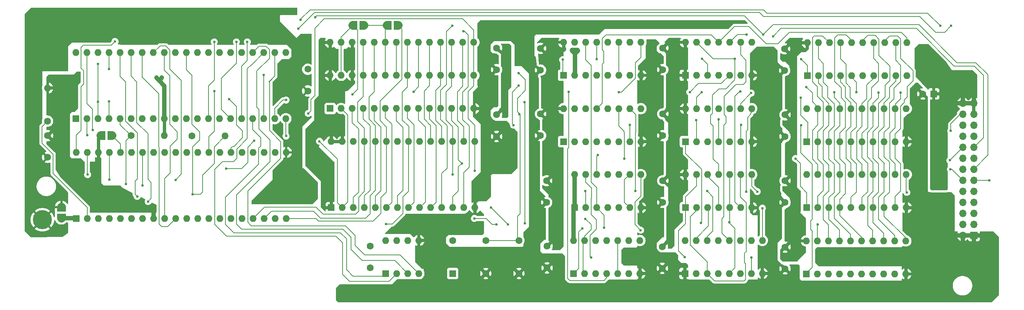
<source format=gbr>
%TF.GenerationSoftware,KiCad,Pcbnew,8.0.9*%
%TF.CreationDate,2025-03-09T10:14:32-06:00*%
%TF.ProjectId,lt-option-clone,6c742d6f-7074-4696-9f6e-2d636c6f6e65,rev?*%
%TF.SameCoordinates,Original*%
%TF.FileFunction,Copper,L1,Top*%
%TF.FilePolarity,Positive*%
%FSLAX46Y46*%
G04 Gerber Fmt 4.6, Leading zero omitted, Abs format (unit mm)*
G04 Created by KiCad (PCBNEW 8.0.9) date 2025-03-09 10:14:32*
%MOMM*%
%LPD*%
G01*
G04 APERTURE LIST*
G04 Aperture macros list*
%AMFreePoly0*
4,1,20,-1.000000,0.000000,-0.984315,0.176420,-0.928653,0.370950,-0.834972,0.550293,-0.707107,0.707107,-0.550293,0.834972,-0.370950,0.928653,-0.176420,0.984315,0.000000,1.000000,0.176420,0.984315,0.370950,0.928653,0.550293,0.834972,0.707107,0.707107,0.834972,0.550293,0.928653,0.370950,0.984315,0.176420,1.000000,0.000000,1.000000,-1.000000,-1.000000,-1.000000,-1.000000,0.000000,
-1.000000,0.000000,$1*%
%AMFreePoly1*
4,1,20,-1.000000,1.000000,1.000000,1.000000,1.000000,0.000000,0.984315,-0.176420,0.928653,-0.370950,0.834972,-0.550293,0.707107,-0.707107,0.550293,-0.834972,0.370950,-0.928653,0.176420,-0.984315,0.000000,-1.000000,-0.176420,-0.984315,-0.370950,-0.928653,-0.550293,-0.834972,-0.707107,-0.707107,-0.834972,-0.550293,-0.928653,-0.370950,-0.984315,-0.176420,-1.000000,0.000000,-1.000000,1.000000,
-1.000000,1.000000,$1*%
G04 Aperture macros list end*
%TA.AperFunction,ComponentPad*%
%ADD10R,1.600000X1.600000*%
%TD*%
%TA.AperFunction,ComponentPad*%
%ADD11O,1.600000X1.600000*%
%TD*%
%TA.AperFunction,ComponentPad*%
%ADD12C,1.600000*%
%TD*%
%TA.AperFunction,ComponentPad*%
%ADD13C,4.400000*%
%TD*%
%TA.AperFunction,ComponentPad*%
%ADD14C,1.700000*%
%TD*%
%TA.AperFunction,SMDPad,CuDef*%
%ADD15FreePoly0,0.000000*%
%TD*%
%TA.AperFunction,SMDPad,CuDef*%
%ADD16FreePoly1,0.000000*%
%TD*%
%TA.AperFunction,SMDPad,CuDef*%
%ADD17FreePoly0,90.000000*%
%TD*%
%TA.AperFunction,SMDPad,CuDef*%
%ADD18FreePoly1,90.000000*%
%TD*%
%TA.AperFunction,ComponentPad*%
%ADD19R,1.700000X1.700000*%
%TD*%
%TA.AperFunction,ComponentPad*%
%ADD20O,1.700000X1.700000*%
%TD*%
%TA.AperFunction,ViaPad*%
%ADD21C,0.600000*%
%TD*%
%TA.AperFunction,Conductor*%
%ADD22C,0.200000*%
%TD*%
%TA.AperFunction,Conductor*%
%ADD23C,1.000000*%
%TD*%
%TA.AperFunction,Conductor*%
%ADD24C,0.750000*%
%TD*%
G04 APERTURE END LIST*
D10*
%TO.P,U4,1,NC*%
%TO.N,unconnected-(U4-NC-Pad1)*%
X104840000Y-74040000D03*
D11*
%TO.P,U4,2,A12*%
%TO.N,/A12*%
X107380000Y-74040000D03*
%TO.P,U4,3,A7*%
%TO.N,/A7*%
X109920000Y-74040000D03*
%TO.P,U4,4,A6*%
%TO.N,/A6*%
X112460000Y-74040000D03*
%TO.P,U4,5,A5*%
%TO.N,/A5*%
X115000000Y-74040000D03*
%TO.P,U4,6,A4*%
%TO.N,/A4*%
X117540000Y-74040000D03*
%TO.P,U4,7,A3*%
%TO.N,/A3*%
X120080000Y-74040000D03*
%TO.P,U4,8,A2*%
%TO.N,/A2*%
X122620000Y-74040000D03*
%TO.P,U4,9,A1*%
%TO.N,/A1*%
X125160000Y-74040000D03*
%TO.P,U4,10,A0*%
%TO.N,/A0*%
X127700000Y-74040000D03*
%TO.P,U4,11,I/O0*%
%TO.N,/D0*%
X130240000Y-74040000D03*
%TO.P,U4,12,I/O1*%
%TO.N,/D1*%
X132780000Y-74040000D03*
%TO.P,U4,13,I/O2*%
%TO.N,/D2*%
X135320000Y-74040000D03*
%TO.P,U4,14,GND*%
%TO.N,GND*%
X137860000Y-74040000D03*
%TO.P,U4,15,I/O3*%
%TO.N,/D3*%
X137860600Y-66412200D03*
X137860000Y-58800000D03*
%TO.P,U4,16,I/O4*%
%TO.N,/D4*%
X135320600Y-66412200D03*
X135320000Y-58800000D03*
%TO.P,U4,17,I/O5*%
%TO.N,/D5*%
X132780600Y-66412200D03*
X132780000Y-58800000D03*
%TO.P,U4,18,I/O6*%
%TO.N,/D6*%
X130240600Y-66412200D03*
X130240000Y-58800000D03*
%TO.P,U4,19,I/O7*%
%TO.N,/D7*%
X127700600Y-66412200D03*
X127700000Y-58800000D03*
%TO.P,U4,20,~{CS1}*%
%TO.N,/RAM-~{OE}*%
X125160600Y-66412200D03*
X125160000Y-58800000D03*
%TO.P,U4,21,A10*%
%TO.N,/A10*%
X122620600Y-66412200D03*
X122620000Y-58800000D03*
%TO.P,U4,22,~{OE}*%
%TO.N,/RAM-~{OE}*%
X120080600Y-66412200D03*
X120080000Y-58800000D03*
%TO.P,U4,23,A11*%
%TO.N,/RAM-A11*%
X117540600Y-66412200D03*
X117540000Y-58800000D03*
%TO.P,U4,24,A9*%
%TO.N,/A9*%
X115000600Y-66412200D03*
X115000000Y-58800000D03*
%TO.P,U4,25,A8*%
%TO.N,/A8*%
X112460600Y-66412200D03*
X112460000Y-58800000D03*
%TO.P,U4,26,CS2*%
%TO.N,VCC*%
X109920600Y-66412200D03*
X109920000Y-58800000D03*
%TO.P,U4,27,~{WE}*%
%TO.N,/RAM-~{WE}*%
X107380600Y-66412200D03*
X107380000Y-58800000D03*
%TO.P,U4,28,VCC*%
%TO.N,VCC*%
X104840600Y-66412200D03*
X104840000Y-58800000D03*
%TD*%
D10*
%TO.P,U16,1,C*%
%TO.N,/PCLK*%
X158500000Y-66400000D03*
D11*
%TO.P,U16,2,K*%
%TO.N,VCC*%
X161040000Y-66400000D03*
%TO.P,U16,3,J*%
X163580000Y-66400000D03*
%TO.P,U16,4,~{S}*%
X166120000Y-66400000D03*
%TO.P,U16,5,Q*%
%TO.N,unconnected-(U16A-Q-Pad5)*%
X168660000Y-66400000D03*
%TO.P,U16,6,~{Q}*%
%TO.N,/PCLK{slash}2*%
X171200000Y-66400000D03*
%TO.P,U16,7,~{Q}*%
%TO.N,/~{PCLK{slash}4}*%
X173740000Y-66400000D03*
%TO.P,U16,8,GND*%
%TO.N,GND*%
X176280000Y-66400000D03*
%TO.P,U16,9,Q*%
%TO.N,/PCLK{slash}4*%
X176280000Y-58780000D03*
%TO.P,U16,10,~{S}*%
%TO.N,VCC*%
X173740000Y-58780000D03*
%TO.P,U16,11,J*%
%TO.N,/PCLK{slash}2*%
X171200000Y-58780000D03*
%TO.P,U16,12,K*%
X168660000Y-58780000D03*
%TO.P,U16,13,C*%
%TO.N,/PCLK*%
X166120000Y-58780000D03*
%TO.P,U16,14,~{R}*%
%TO.N,/SCC-CE*%
X163580000Y-58780000D03*
%TO.P,U16,15,~{R}*%
X161040000Y-58780000D03*
%TO.P,U16,16,VCC*%
%TO.N,VCC*%
X158500000Y-58780000D03*
%TD*%
D12*
%TO.P,C17,1*%
%TO.N,VCC*%
X209300000Y-60300000D03*
%TO.P,C17,2*%
%TO.N,GND*%
X209300000Y-65300000D03*
%TD*%
%TO.P,C2,1*%
%TO.N,VCC*%
X99700000Y-65000000D03*
%TO.P,C2,2*%
%TO.N,GND*%
X99700000Y-70000000D03*
%TD*%
%TO.P,C8,1*%
%TO.N,VCC*%
X153200000Y-75300000D03*
%TO.P,C8,2*%
%TO.N,GND*%
X153200000Y-80300000D03*
%TD*%
%TO.P,R2,1*%
%TO.N,/~{IRQ}*%
X59055000Y-80300000D03*
D11*
%TO.P,R2,2*%
%TO.N,VCC*%
X66675000Y-80300000D03*
%TD*%
D10*
%TO.P,U17,1,NC*%
%TO.N,unconnected-(U17-NC-Pad1)*%
X133000000Y-112100000D03*
D12*
%TO.P,U17,7,GND*%
%TO.N,GND*%
X140620000Y-112100000D03*
X148240000Y-112100000D03*
%TO.P,U17,8,OUT*%
%TO.N,/PCLK*%
X140620000Y-104480000D03*
X148240000Y-104480000D03*
%TO.P,U17,14,Vcc*%
%TO.N,VCC*%
X133000000Y-104480000D03*
%TD*%
D13*
%TO.P,REF\u002A\u002A,1*%
%TO.N,GND*%
X38700000Y-99700000D03*
%TD*%
D12*
%TO.P,C1,1*%
%TO.N,VCC*%
X39900000Y-80300000D03*
%TO.P,C1,2*%
%TO.N,GND*%
X39900000Y-85300000D03*
%TD*%
%TO.P,C9,1*%
%TO.N,VCC*%
X153200000Y-60200000D03*
%TO.P,C9,2*%
%TO.N,GND*%
X153200000Y-65200000D03*
%TD*%
D10*
%TO.P,U15,1,~{R}*%
%TO.N,/B~{WR}*%
X186500000Y-81700000D03*
D11*
%TO.P,U15,2,D*%
%TO.N,VCC*%
X189040000Y-81700000D03*
%TO.P,U15,3,C*%
%TO.N,/ALE*%
X191580000Y-81700000D03*
%TO.P,U15,4,~{S}*%
%TO.N,VCC*%
X194120000Y-81700000D03*
%TO.P,U15,5,Q*%
%TO.N,unconnected-(U15A-Q-Pad5)*%
X196660000Y-81700000D03*
%TO.P,U15,6,~{Q}*%
%TO.N,/BDIR*%
X199200000Y-81700000D03*
%TO.P,U15,7,GND*%
%TO.N,GND*%
X201740000Y-81700000D03*
%TO.P,U15,8,~{Q}*%
%TO.N,/DCDA*%
X201740000Y-74080000D03*
%TO.P,U15,9,Q*%
%TO.N,/~{DCDA}*%
X199200000Y-74080000D03*
%TO.P,U15,10,~{S}*%
%TO.N,VCC*%
X196660000Y-74080000D03*
%TO.P,U15,11,C*%
%TO.N,/U5-~{OE}*%
X194120000Y-74080000D03*
%TO.P,U15,12,D*%
%TO.N,VCC*%
X191580000Y-74080000D03*
%TO.P,U15,13,~{R}*%
%TO.N,/U5-Cp*%
X189040000Y-74080000D03*
%TO.P,U15,14,VCC*%
%TO.N,VCC*%
X186500000Y-74080000D03*
%TD*%
D12*
%TO.P,C4,1*%
%TO.N,VCC*%
X143100000Y-75500000D03*
%TO.P,C4,2*%
%TO.N,GND*%
X143100000Y-80500000D03*
%TD*%
D10*
%TO.P,U12,1*%
%TO.N,/B~{RD}*%
X186500000Y-96900000D03*
D11*
%TO.P,U12,2*%
%TO.N,/B~{RAM1}*%
X189040000Y-96900000D03*
%TO.P,U12,3*%
%TO.N,/U10-~{OEb}*%
X191580000Y-96900000D03*
%TO.P,U12,4*%
%TO.N,/B~{CS1}*%
X194120000Y-96900000D03*
%TO.P,U12,5*%
%TO.N,/B~{WR}*%
X196660000Y-96900000D03*
%TO.P,U12,6*%
%TO.N,/U5-Cp*%
X199200000Y-96900000D03*
%TO.P,U12,7,GND*%
%TO.N,GND*%
X201740000Y-96900000D03*
%TO.P,U12,8*%
%TO.N,/U7-Cp*%
X201740000Y-89280000D03*
%TO.P,U12,9*%
%TO.N,/B~{RAM1}*%
X199200000Y-89280000D03*
%TO.P,U12,10*%
%TO.N,/B~{WR}*%
X196660000Y-89280000D03*
%TO.P,U12,11*%
%TO.N,/U6-~{OE}*%
X194120000Y-89280000D03*
%TO.P,U12,12*%
%TO.N,/B~{CS1}*%
X191580000Y-89280000D03*
%TO.P,U12,13*%
%TO.N,/B~{RD}*%
X189040000Y-89280000D03*
%TO.P,U12,14,VCC*%
%TO.N,VCC*%
X186500000Y-89280000D03*
%TD*%
D12*
%TO.P,C14,1*%
%TO.N,VCC*%
X209400000Y-106000000D03*
%TO.P,C14,2*%
%TO.N,GND*%
X209400000Y-111000000D03*
%TD*%
D14*
%TO.P,JP3,1,A*%
%TO.N,GND*%
X43053000Y-96769000D03*
D15*
X43053000Y-96769000D03*
D14*
%TO.P,JP3,2,B*%
%TO.N,Net-(JP3-B)*%
X43053000Y-99309000D03*
D16*
X43053000Y-99309000D03*
%TD*%
D12*
%TO.P,C3,1*%
%TO.N,VCC*%
X114000000Y-105800000D03*
%TO.P,C3,2*%
%TO.N,GND*%
X114000000Y-110800000D03*
%TD*%
D10*
%TO.P,U7,1,OE*%
%TO.N,/U7-~{OE}*%
X214400000Y-96900000D03*
D11*
%TO.P,U7,2,O0*%
%TO.N,/D6*%
X216940000Y-96900000D03*
%TO.P,U7,3,D0*%
%TO.N,/BD6*%
X219480000Y-96900000D03*
%TO.P,U7,4,D1*%
%TO.N,/BD4*%
X222020000Y-96900000D03*
%TO.P,U7,5,O1*%
%TO.N,/D4*%
X224560000Y-96900000D03*
%TO.P,U7,6,O2*%
%TO.N,/D2*%
X227100000Y-96900000D03*
%TO.P,U7,7,D2*%
%TO.N,/BD2*%
X229640000Y-96900000D03*
%TO.P,U7,8,D3*%
%TO.N,/BD0*%
X232180000Y-96900000D03*
%TO.P,U7,9,O3*%
%TO.N,/D0*%
X234720000Y-96900000D03*
%TO.P,U7,10,GND*%
%TO.N,GND*%
X237260000Y-96900000D03*
%TO.P,U7,11,Cp*%
%TO.N,/U7-Cp*%
X237260000Y-89280000D03*
%TO.P,U7,12,O4*%
%TO.N,/D1*%
X234720000Y-89280000D03*
%TO.P,U7,13,D4*%
%TO.N,/BD1*%
X232180000Y-89280000D03*
%TO.P,U7,14,D5*%
%TO.N,/BD3*%
X229640000Y-89280000D03*
%TO.P,U7,15,O5*%
%TO.N,/D3*%
X227100000Y-89280000D03*
%TO.P,U7,16,O6*%
%TO.N,/D5*%
X224560000Y-89280000D03*
%TO.P,U7,17,D6*%
%TO.N,/BD5*%
X222020000Y-89280000D03*
%TO.P,U7,18,D7*%
%TO.N,/BD7*%
X219480000Y-89280000D03*
%TO.P,U7,19,O7*%
%TO.N,/D7*%
X216940000Y-89280000D03*
%TO.P,U7,20,VCC*%
%TO.N,VCC*%
X214400000Y-89280000D03*
%TD*%
D12*
%TO.P,C10,1*%
%TO.N,VCC*%
X181200000Y-105900000D03*
%TO.P,C10,2*%
%TO.N,GND*%
X181200000Y-110900000D03*
%TD*%
%TO.P,C12,1*%
%TO.N,VCC*%
X181300000Y-75300000D03*
%TO.P,C12,2*%
%TO.N,GND*%
X181300000Y-80300000D03*
%TD*%
D10*
%TO.P,U14,1*%
%TO.N,/SCC-CE*%
X160800000Y-112100000D03*
D11*
%TO.P,U14,2*%
%TO.N,/R{slash}~{W}*%
X163340000Y-112100000D03*
%TO.P,U14,3*%
%TO.N,/SCC-~{RD}*%
X165880000Y-112100000D03*
%TO.P,U14,4*%
%TO.N,/PCLK{slash}4*%
X168420000Y-112100000D03*
%TO.P,U14,5*%
%TO.N,/~{R}{slash}W*%
X170960000Y-112100000D03*
%TO.P,U14,6*%
%TO.N,/SCC-~{WR}*%
X173500000Y-112100000D03*
%TO.P,U14,7,GND*%
%TO.N,GND*%
X176040000Y-112100000D03*
%TO.P,U14,8*%
%TO.N,/RAM-~{WE}*%
X176040000Y-104480000D03*
%TO.P,U14,9*%
%TO.N,VCC*%
X173500000Y-104480000D03*
%TO.P,U14,10*%
%TO.N,/~{R}{slash}W*%
X170960000Y-104480000D03*
%TO.P,U14,11*%
X168420000Y-104480000D03*
%TO.P,U14,12*%
%TO.N,VCC*%
X165880000Y-104480000D03*
%TO.P,U14,13*%
%TO.N,/R{slash}~{W}*%
X163340000Y-104480000D03*
%TO.P,U14,14,VCC*%
%TO.N,VCC*%
X160800000Y-104480000D03*
%TD*%
D14*
%TO.P,JP4,1,A*%
%TO.N,VCC*%
X52192000Y-80264000D03*
D17*
X52192000Y-80264000D03*
D14*
%TO.P,JP4,2,B*%
%TO.N,Net-(JP4-B)*%
X54732000Y-80264000D03*
D18*
X54732000Y-80264000D03*
%TD*%
D10*
%TO.P,U13,1*%
%TO.N,VCC*%
X161000000Y-96900000D03*
D11*
%TO.P,U13,2*%
%TO.N,/SCC-~{CE}*%
X163540000Y-96900000D03*
%TO.P,U13,3*%
%TO.N,/SCC-CE*%
X166080000Y-96900000D03*
%TO.P,U13,4*%
%TO.N,/B~{CS1}*%
X168620000Y-96900000D03*
%TO.P,U13,5*%
%TO.N,/B~{RAM1}*%
X171160000Y-96900000D03*
%TO.P,U13,6*%
%TO.N,/U13-Pad6*%
X173700000Y-96900000D03*
%TO.P,U13,7,GND*%
%TO.N,GND*%
X176240000Y-96900000D03*
%TO.P,U13,8*%
%TO.N,/U8-~{CE}*%
X176240000Y-89280000D03*
%TO.P,U13,9*%
%TO.N,/U13-Pad6*%
X173700000Y-89280000D03*
%TO.P,U13,10*%
%TO.N,/U13-Pad10*%
X171160000Y-89280000D03*
%TO.P,U13,11*%
X168620000Y-89280000D03*
%TO.P,U13,12*%
%TO.N,/~{RWE}*%
X166080000Y-89280000D03*
%TO.P,U13,13*%
%TO.N,/B~{RD}*%
X163540000Y-89280000D03*
%TO.P,U13,14,VCC*%
%TO.N,VCC*%
X161000000Y-89280000D03*
%TD*%
D12*
%TO.P,C13,1*%
%TO.N,VCC*%
X181300000Y-60100000D03*
%TO.P,C13,2*%
%TO.N,GND*%
X181300000Y-65100000D03*
%TD*%
%TO.P,C7,1*%
%TO.N,VCC*%
X154600000Y-90700000D03*
%TO.P,C7,2*%
%TO.N,GND*%
X154600000Y-95700000D03*
%TD*%
D10*
%TO.P,U18,1,CE*%
%TO.N,/NVRAM-CE*%
X117600000Y-112100000D03*
D11*
%TO.P,U18,2,SK*%
%TO.N,/NVRAM-SK*%
X120140000Y-112100000D03*
%TO.P,U18,3,DI*%
%TO.N,/NVRAM-DI*%
X122680000Y-112100000D03*
%TO.P,U18,4,DO*%
%TO.N,/NVRAM-DO*%
X125220000Y-112100000D03*
%TO.P,U18,5,VSS*%
%TO.N,GND*%
X125220000Y-104480000D03*
%TO.P,U18,6,~{RECALL}*%
%TO.N,VCC*%
X122680000Y-104480000D03*
%TO.P,U18,7,~{STORE}*%
X120140000Y-104480000D03*
%TO.P,U18,8,VCC*%
X117600000Y-104480000D03*
%TD*%
D10*
%TO.P,U8,1,A->B*%
%TO.N,/BDIR*%
X214300000Y-112200000D03*
D11*
%TO.P,U8,2,A0*%
%TO.N,/AD7*%
X216840000Y-112200000D03*
%TO.P,U8,3,A1*%
%TO.N,/AD6*%
X219380000Y-112200000D03*
%TO.P,U8,4,A2*%
%TO.N,/AD5*%
X221920000Y-112200000D03*
%TO.P,U8,5,A3*%
%TO.N,/AD4*%
X224460000Y-112200000D03*
%TO.P,U8,6,A4*%
%TO.N,/AD3*%
X227000000Y-112200000D03*
%TO.P,U8,7,A5*%
%TO.N,/AD2*%
X229540000Y-112200000D03*
%TO.P,U8,8,A6*%
%TO.N,/AD1*%
X232080000Y-112200000D03*
%TO.P,U8,9,A7*%
%TO.N,/AD0*%
X234620000Y-112200000D03*
%TO.P,U8,10,GND*%
%TO.N,GND*%
X237160000Y-112200000D03*
%TO.P,U8,11,B7*%
%TO.N,/BD0*%
X237160000Y-104580000D03*
%TO.P,U8,12,B6*%
%TO.N,/BD1*%
X234620000Y-104580000D03*
%TO.P,U8,13,B5*%
%TO.N,/BD2*%
X232080000Y-104580000D03*
%TO.P,U8,14,B4*%
%TO.N,/BD3*%
X229540000Y-104580000D03*
%TO.P,U8,15,B3*%
%TO.N,/BD4*%
X227000000Y-104580000D03*
%TO.P,U8,16,B2*%
%TO.N,/BD5*%
X224460000Y-104580000D03*
%TO.P,U8,17,B1*%
%TO.N,/BD6*%
X221920000Y-104580000D03*
%TO.P,U8,18,B0*%
%TO.N,/BD7*%
X219380000Y-104580000D03*
%TO.P,U8,19,CE*%
%TO.N,/U8-~{CE}*%
X216840000Y-104580000D03*
%TO.P,U8,20,VCC*%
%TO.N,VCC*%
X214300000Y-104580000D03*
%TD*%
D10*
%TO.P,C18,1*%
%TO.N,VCC*%
X243582380Y-70700000D03*
D12*
%TO.P,C18,2*%
%TO.N,GND*%
X241082380Y-70700000D03*
%TD*%
D10*
%TO.P,U1,1,~{VP}*%
%TO.N,Net-(JP3-B)*%
X46500000Y-99400000D03*
D11*
%TO.P,U1,2,RDY*%
%TO.N,/RDY*%
X49040000Y-99400000D03*
%TO.P,U1,3,\u03D51*%
%TO.N,unconnected-(U1-\u03D51-Pad3)*%
X51580000Y-99400000D03*
%TO.P,U1,4,~{IRQ}*%
%TO.N,/~{IRQ}*%
X54120000Y-99400000D03*
%TO.P,U1,5,~{ML}*%
%TO.N,unconnected-(U1-~{ML}-Pad5)*%
X56660000Y-99400000D03*
%TO.P,U1,6,~{NMI}*%
%TO.N,/~{NMI}*%
X59200000Y-99400000D03*
%TO.P,U1,7,SYNC*%
%TO.N,unconnected-(U1-SYNC-Pad7)*%
X61740000Y-99400000D03*
%TO.P,U1,8,VDD*%
%TO.N,VCC*%
X64280000Y-99400000D03*
%TO.P,U1,9,A0*%
%TO.N,/A0*%
X66820000Y-99400000D03*
%TO.P,U1,10,A1*%
%TO.N,/A1*%
X69360000Y-99400000D03*
%TO.P,U1,11,A2*%
%TO.N,/A2*%
X71900000Y-99400000D03*
%TO.P,U1,12,A3*%
%TO.N,/A3*%
X74440000Y-99400000D03*
%TO.P,U1,13,A4*%
%TO.N,/A4*%
X76980000Y-99400000D03*
%TO.P,U1,14,A5*%
%TO.N,/A5*%
X79520000Y-99400000D03*
%TO.P,U1,15,A6*%
%TO.N,/A6*%
X82060000Y-99400000D03*
%TO.P,U1,16,A7*%
%TO.N,/A7*%
X84600000Y-99400000D03*
%TO.P,U1,17,A8*%
%TO.N,/A8*%
X87140000Y-99400000D03*
%TO.P,U1,18,A9*%
%TO.N,/A9*%
X89680000Y-99400000D03*
%TO.P,U1,19,A10*%
%TO.N,/A10*%
X92220000Y-99400000D03*
%TO.P,U1,20,A11*%
%TO.N,/A11*%
X94760000Y-99400000D03*
%TO.P,U1,21,VSS*%
%TO.N,GND*%
X94760000Y-84160000D03*
%TO.P,U1,22,A12*%
%TO.N,/A12*%
X92220000Y-84160000D03*
%TO.P,U1,23,A13*%
%TO.N,/A13*%
X89680000Y-84160000D03*
%TO.P,U1,24,A14*%
%TO.N,/A14*%
X87140000Y-84160000D03*
%TO.P,U1,25,A15*%
%TO.N,/A15*%
X84600000Y-84160000D03*
%TO.P,U1,26,D7*%
%TO.N,/D7*%
X82060000Y-84160000D03*
%TO.P,U1,27,D6*%
%TO.N,/D6*%
X79520000Y-84160000D03*
%TO.P,U1,28,D5*%
%TO.N,/D5*%
X76980000Y-84160000D03*
%TO.P,U1,29,D4*%
%TO.N,/D4*%
X74440000Y-84160000D03*
%TO.P,U1,30,D3*%
%TO.N,/D3*%
X71900000Y-84160000D03*
%TO.P,U1,31,D2*%
%TO.N,/D2*%
X69360000Y-84160000D03*
%TO.P,U1,32,D1*%
%TO.N,/D1*%
X66820000Y-84160000D03*
%TO.P,U1,33,D0*%
%TO.N,/D0*%
X64280000Y-84160000D03*
%TO.P,U1,34,R/~{W}*%
%TO.N,/R{slash}~{W}*%
X61740000Y-84160000D03*
%TO.P,U1,35,nc*%
%TO.N,unconnected-(U1-nc-Pad35)*%
X59200000Y-84160000D03*
%TO.P,U1,36,BE*%
%TO.N,Net-(JP4-B)*%
X56660000Y-84160000D03*
%TO.P,U1,37,\u03D50*%
%TO.N,/\u03D50*%
X54120000Y-84160000D03*
%TO.P,U1,38,~{SO}*%
%TO.N,VCC*%
X51580000Y-84160000D03*
%TO.P,U1,39,\u03D52*%
%TO.N,/\u03D52*%
X49040000Y-84160000D03*
%TO.P,U1,40,~{RES}*%
%TO.N,/~{RES}*%
X46500000Y-84160000D03*
%TD*%
D12*
%TO.P,R1,1*%
%TO.N,VCC*%
X73100000Y-80400000D03*
D11*
%TO.P,R1,2*%
%TO.N,/~{NMI}*%
X80720000Y-80400000D03*
%TD*%
D12*
%TO.P,R3,1*%
%TO.N,/RDY*%
X39878000Y-76962000D03*
D11*
%TO.P,R3,2*%
%TO.N,VCC*%
X39878000Y-69342000D03*
%TD*%
D12*
%TO.P,C11,1*%
%TO.N,VCC*%
X181300000Y-90700000D03*
%TO.P,C11,2*%
%TO.N,GND*%
X181300000Y-95700000D03*
%TD*%
%TO.P,C16,1*%
%TO.N,VCC*%
X209400000Y-75500000D03*
%TO.P,C16,2*%
%TO.N,GND*%
X209400000Y-80500000D03*
%TD*%
D10*
%TO.P,U2,1,D1*%
%TO.N,/D1*%
X46400000Y-76400000D03*
D11*
%TO.P,U2,2,D3*%
%TO.N,/D3*%
X48940000Y-76400000D03*
%TO.P,U2,3,D5*%
%TO.N,/D5*%
X51480000Y-76400000D03*
%TO.P,U2,4,D7*%
%TO.N,/D7*%
X54020000Y-76400000D03*
%TO.P,U2,5,~{INT}*%
%TO.N,/~{IRQ}*%
X56560000Y-76400000D03*
%TO.P,U2,6,IEO*%
%TO.N,unconnected-(U2-IEO-Pad6)*%
X59100000Y-76400000D03*
%TO.P,U2,7,IEI*%
%TO.N,VCC*%
X61640000Y-76400000D03*
%TO.P,U2,8,~{INTACK}*%
X64180000Y-76400000D03*
%TO.P,U2,9,VCC*%
X66720000Y-76400000D03*
%TO.P,U2,10,~{W/REQA}*%
%TO.N,unconnected-(U2-~{W{slash}REQA}-Pad10)*%
X69260000Y-76400000D03*
%TO.P,U2,11,~{SYNCA}*%
%TO.N,unconnected-(U2-~{SYNCA}-Pad11)*%
X71800000Y-76400000D03*
%TO.P,U2,12,~{RTXCA}*%
%TO.N,/PCLK*%
X74340000Y-76400000D03*
%TO.P,U2,13,RXDA*%
%TO.N,/RXDA*%
X76880000Y-76400000D03*
%TO.P,U2,14,~{TRXCA}*%
%TO.N,unconnected-(U2-~{TRXCA}-Pad14)*%
X79420000Y-76400000D03*
%TO.P,U2,15,TXDA*%
%TO.N,/TXDA*%
X81960000Y-76400000D03*
%TO.P,U2,16,~{DTR/REQA}*%
%TO.N,/DE*%
X84500000Y-76400000D03*
%TO.P,U2,17,~{RTSA}*%
%TO.N,/NVRAM-CE*%
X87040000Y-76400000D03*
%TO.P,U2,18,~{CTSA}*%
%TO.N,/~{CTSA}*%
X89580000Y-76400000D03*
%TO.P,U2,19,~{DCDA}*%
%TO.N,/~{DCDA}*%
X92120000Y-76400000D03*
%TO.P,U2,20,PCLK*%
%TO.N,/PCLK*%
X94660000Y-76400000D03*
%TO.P,U2,21,~{DCDB}*%
%TO.N,/SCAN*%
X94660000Y-61160000D03*
%TO.P,U2,22,~{CTSB}*%
%TO.N,/NVRAM-DO*%
X92120000Y-61160000D03*
%TO.P,U2,23,~{RTSB}*%
%TO.N,/NVRAM-SK*%
X89580000Y-61160000D03*
%TO.P,U2,24,~{DTR/REQB}*%
%TO.N,/NVRAM-DI*%
X87040000Y-61160000D03*
%TO.P,U2,25,TXDB*%
%TO.N,unconnected-(U2-TXDB-Pad25)*%
X84500000Y-61160000D03*
%TO.P,U2,26,~{TRXCB}*%
%TO.N,unconnected-(U2-~{TRXCB}-Pad26)*%
X81960000Y-61160000D03*
%TO.P,U2,27,RXDB*%
%TO.N,unconnected-(U2-RXDB-Pad27)*%
X79420000Y-61160000D03*
%TO.P,U2,28,~{RTXCB}*%
%TO.N,unconnected-(U2-~{RTXCB}-Pad28)*%
X76880000Y-61160000D03*
%TO.P,U2,29,~{SYNCB}*%
%TO.N,unconnected-(U2-~{SYNCB}-Pad29)*%
X74340000Y-61160000D03*
%TO.P,U2,30,~{W/REQB}*%
%TO.N,/~{NMI}*%
X71800000Y-61160000D03*
%TO.P,U2,31,GND*%
%TO.N,GND*%
X69260000Y-61160000D03*
%TO.P,U2,32,D/~{C}*%
%TO.N,/A0*%
X66720000Y-61160000D03*
%TO.P,U2,33,~{CE}*%
%TO.N,/SCC-~{CE}*%
X64180000Y-61160000D03*
%TO.P,U2,34,A/~{B}*%
%TO.N,/A1*%
X61640000Y-61160000D03*
%TO.P,U2,35,~{WR}*%
%TO.N,/SCC-~{WR}*%
X59100000Y-61160000D03*
%TO.P,U2,36,~{RD}*%
%TO.N,/SCC-~{RD}*%
X56560000Y-61160000D03*
%TO.P,U2,37,D6*%
%TO.N,/D6*%
X54020000Y-61160000D03*
%TO.P,U2,38,D4*%
%TO.N,/D4*%
X51480000Y-61160000D03*
%TO.P,U2,39,D2*%
%TO.N,/D2*%
X48940000Y-61160000D03*
%TO.P,U2,40,D0*%
%TO.N,/D0*%
X46400000Y-61160000D03*
%TD*%
D10*
%TO.P,U10,1,OEa*%
%TO.N,GND*%
X186400000Y-112100000D03*
D11*
%TO.P,U10,2,I1*%
%TO.N,/~{RAM1}*%
X188940000Y-112100000D03*
%TO.P,U10,3,O1a*%
%TO.N,/B~{RAM1}*%
X191480000Y-112100000D03*
%TO.P,U10,4,I2*%
%TO.N,/~{WR}*%
X194020000Y-112100000D03*
%TO.P,U10,5,O2a*%
%TO.N,/B~{WR}*%
X196560000Y-112100000D03*
%TO.P,U10,6,I3*%
%TO.N,/~{RD}*%
X199100000Y-112100000D03*
%TO.P,U10,7,O3a*%
%TO.N,/B~{RD}*%
X201640000Y-112100000D03*
%TO.P,U10,8,GND*%
%TO.N,GND*%
X204180000Y-112100000D03*
%TO.P,U10,9,O4a*%
%TO.N,/B~{CS1}*%
X204180000Y-104480000D03*
%TO.P,U10,10,I4*%
%TO.N,/~{CS1}*%
X201640000Y-104480000D03*
%TO.P,U10,11,O5b*%
%TO.N,/BD7*%
X199100000Y-104480000D03*
%TO.P,U10,12,I5*%
%TO.N,/~{CTSA}*%
X196560000Y-104480000D03*
%TO.P,U10,13,O6b*%
%TO.N,/BD6*%
X194020000Y-104480000D03*
%TO.P,U10,14,I6*%
%TO.N,/DCDA*%
X191480000Y-104480000D03*
%TO.P,U10,15,OEb*%
%TO.N,/U10-~{OEb}*%
X188940000Y-104480000D03*
%TO.P,U10,16,VCC*%
%TO.N,VCC*%
X186400000Y-104480000D03*
%TD*%
D10*
%TO.P,U3,1,VPP*%
%TO.N,VCC*%
X105100000Y-96900000D03*
D11*
%TO.P,U3,2,A12*%
%TO.N,/A12*%
X107640000Y-96900000D03*
%TO.P,U3,3,A7*%
%TO.N,/A7*%
X110180000Y-96900000D03*
%TO.P,U3,4,A6*%
%TO.N,/A6*%
X112720000Y-96900000D03*
%TO.P,U3,5,A5*%
%TO.N,/A5*%
X115260000Y-96900000D03*
%TO.P,U3,6,A4*%
%TO.N,/A4*%
X117800000Y-96900000D03*
%TO.P,U3,7,A3*%
%TO.N,/A3*%
X120340000Y-96900000D03*
%TO.P,U3,8,A2*%
%TO.N,/A2*%
X122880000Y-96900000D03*
%TO.P,U3,9,A1*%
%TO.N,/A1*%
X125420000Y-96900000D03*
%TO.P,U3,10,A0*%
%TO.N,/A0*%
X127960000Y-96900000D03*
%TO.P,U3,11,D0*%
%TO.N,/D0*%
X130500000Y-96900000D03*
%TO.P,U3,12,D1*%
%TO.N,/D1*%
X133040000Y-96900000D03*
%TO.P,U3,13,D2*%
%TO.N,/D2*%
X135580000Y-96900000D03*
%TO.P,U3,14,GND*%
%TO.N,GND*%
X138120000Y-96900000D03*
%TO.P,U3,15,D3*%
%TO.N,/D3*%
X138120000Y-81660000D03*
%TO.P,U3,16,D4*%
%TO.N,/D4*%
X135580000Y-81660000D03*
%TO.P,U3,17,D5*%
%TO.N,/D5*%
X133040000Y-81660000D03*
%TO.P,U3,18,D6*%
%TO.N,/D6*%
X130500000Y-81660000D03*
%TO.P,U3,19,D7*%
%TO.N,/D7*%
X127960000Y-81660000D03*
%TO.P,U3,20,~{CE}*%
%TO.N,/ROM-~{CE}*%
X125420000Y-81660000D03*
%TO.P,U3,21,A10*%
%TO.N,/A10*%
X122880000Y-81660000D03*
%TO.P,U3,22,~{OE}*%
%TO.N,/ROM-~{CE}*%
X120340000Y-81660000D03*
%TO.P,U3,23,A11*%
%TO.N,/A11*%
X117800000Y-81660000D03*
%TO.P,U3,24,A9*%
%TO.N,/A9*%
X115260000Y-81660000D03*
%TO.P,U3,25,A8*%
%TO.N,/A8*%
X112720000Y-81660000D03*
%TO.P,U3,26,NC*%
%TO.N,unconnected-(U3-NC-Pad26)*%
X110180000Y-81660000D03*
%TO.P,U3,27,~{PGM}*%
%TO.N,VCC*%
X107640000Y-81660000D03*
%TO.P,U3,28,VCC*%
X105100000Y-81660000D03*
%TD*%
D10*
%TO.P,U6,1,OE*%
%TO.N,/U6-~{OE}*%
X214500000Y-66500000D03*
D11*
%TO.P,U6,2,O0*%
%TO.N,/BD7*%
X217040000Y-66500000D03*
%TO.P,U6,3,D0*%
%TO.N,/D7*%
X219580000Y-66500000D03*
%TO.P,U6,4,D1*%
%TO.N,/D5*%
X222120000Y-66500000D03*
%TO.P,U6,5,O1*%
%TO.N,/BD5*%
X224660000Y-66500000D03*
%TO.P,U6,6,O2*%
%TO.N,/BD3*%
X227200000Y-66500000D03*
%TO.P,U6,7,D2*%
%TO.N,/D3*%
X229740000Y-66500000D03*
%TO.P,U6,8,D3*%
%TO.N,/D1*%
X232280000Y-66500000D03*
%TO.P,U6,9,O3*%
%TO.N,/BD1*%
X234820000Y-66500000D03*
%TO.P,U6,10,GND*%
%TO.N,GND*%
X237360000Y-66500000D03*
%TO.P,U6,11,Cp*%
%TO.N,/U6-Cp*%
X237360000Y-58880000D03*
%TO.P,U6,12,O4*%
%TO.N,/BD0*%
X234820000Y-58880000D03*
%TO.P,U6,13,D4*%
%TO.N,/D0*%
X232280000Y-58880000D03*
%TO.P,U6,14,D5*%
%TO.N,/D2*%
X229740000Y-58880000D03*
%TO.P,U6,15,O5*%
%TO.N,/BD2*%
X227200000Y-58880000D03*
%TO.P,U6,16,O6*%
%TO.N,/BD4*%
X224660000Y-58880000D03*
%TO.P,U6,17,D6*%
%TO.N,/D4*%
X222120000Y-58880000D03*
%TO.P,U6,18,D7*%
%TO.N,/D6*%
X219580000Y-58880000D03*
%TO.P,U6,19,O7*%
%TO.N,/BD6*%
X217040000Y-58880000D03*
%TO.P,U6,20,VCC*%
%TO.N,VCC*%
X214500000Y-58880000D03*
%TD*%
D14*
%TO.P,JP1,1,A*%
%TO.N,/RAM-~{WE}*%
X110104000Y-54864000D03*
D17*
X110104000Y-54864000D03*
D14*
%TO.P,JP1,2,B*%
%TO.N,/RAM-A11*%
X112644000Y-54864000D03*
D18*
X112644000Y-54864000D03*
%TD*%
D12*
%TO.P,C6,1*%
%TO.N,VCC*%
X154700000Y-105800000D03*
%TO.P,C6,2*%
%TO.N,GND*%
X154700000Y-110800000D03*
%TD*%
%TO.P,C5,1*%
%TO.N,VCC*%
X143100000Y-60100000D03*
%TO.P,C5,2*%
%TO.N,GND*%
X143100000Y-65100000D03*
%TD*%
D10*
%TO.P,U5,1,OE*%
%TO.N,/U5-~{OE}*%
X214400000Y-81700000D03*
D11*
%TO.P,U5,2,O0*%
%TO.N,/D6*%
X216940000Y-81700000D03*
%TO.P,U5,3,D0*%
%TO.N,/BD6*%
X219480000Y-81700000D03*
%TO.P,U5,4,D1*%
%TO.N,/BD4*%
X222020000Y-81700000D03*
%TO.P,U5,5,O1*%
%TO.N,/D4*%
X224560000Y-81700000D03*
%TO.P,U5,6,O2*%
%TO.N,/D2*%
X227100000Y-81700000D03*
%TO.P,U5,7,D2*%
%TO.N,/BD2*%
X229640000Y-81700000D03*
%TO.P,U5,8,D3*%
%TO.N,/BD0*%
X232180000Y-81700000D03*
%TO.P,U5,9,O3*%
%TO.N,/D0*%
X234720000Y-81700000D03*
%TO.P,U5,10,GND*%
%TO.N,GND*%
X237260000Y-81700000D03*
%TO.P,U5,11,Cp*%
%TO.N,/U5-Cp*%
X237260000Y-74080000D03*
%TO.P,U5,12,O4*%
%TO.N,/D1*%
X234720000Y-74080000D03*
%TO.P,U5,13,D4*%
%TO.N,/BD1*%
X232180000Y-74080000D03*
%TO.P,U5,14,D5*%
%TO.N,/BD3*%
X229640000Y-74080000D03*
%TO.P,U5,15,O5*%
%TO.N,/D3*%
X227100000Y-74080000D03*
%TO.P,U5,16,O6*%
%TO.N,/D5*%
X224560000Y-74080000D03*
%TO.P,U5,17,D6*%
%TO.N,/BD5*%
X222020000Y-74080000D03*
%TO.P,U5,18,D7*%
%TO.N,/BD7*%
X219480000Y-74080000D03*
%TO.P,U5,19,O7*%
%TO.N,/D7*%
X216940000Y-74080000D03*
%TO.P,U5,20,VCC*%
%TO.N,VCC*%
X214400000Y-74080000D03*
%TD*%
D14*
%TO.P,JP2,1,A*%
%TO.N,/RAM-A11*%
X117978000Y-54864000D03*
D17*
X117978000Y-54864000D03*
D14*
%TO.P,JP2,2,B*%
%TO.N,/A11*%
X120518000Y-54864000D03*
D18*
X120518000Y-54864000D03*
%TD*%
D10*
%TO.P,U11,1,~{R}*%
%TO.N,VCC*%
X186500000Y-66400000D03*
D11*
%TO.P,U11,2,D*%
%TO.N,/U11A-D*%
X189040000Y-66400000D03*
%TO.P,U11,3,C*%
%TO.N,/PCLK*%
X191580000Y-66400000D03*
%TO.P,U11,4,~{S}*%
%TO.N,/~{PCLK{slash}4}*%
X194120000Y-66400000D03*
%TO.P,U11,5,Q*%
%TO.N,/\u03D50*%
X196660000Y-66400000D03*
%TO.P,U11,6,~{Q}*%
%TO.N,/U11A-D*%
X199200000Y-66400000D03*
%TO.P,U11,7,GND*%
%TO.N,GND*%
X201740000Y-66400000D03*
%TO.P,U11,8,~{Q}*%
%TO.N,/RxRDY*%
X201740000Y-58780000D03*
%TO.P,U11,9,Q*%
%TO.N,/~{CTSA}*%
X199200000Y-58780000D03*
%TO.P,U11,10,~{S}*%
%TO.N,/~{RES}*%
X196660000Y-58780000D03*
%TO.P,U11,11,C*%
%TO.N,/U6-Cp*%
X194120000Y-58780000D03*
%TO.P,U11,12,D*%
%TO.N,VCC*%
X191580000Y-58780000D03*
%TO.P,U11,13,~{R}*%
%TO.N,/U6-~{OE}*%
X189040000Y-58780000D03*
%TO.P,U11,14,VCC*%
%TO.N,VCC*%
X186500000Y-58780000D03*
%TD*%
D12*
%TO.P,C15,1*%
%TO.N,VCC*%
X209400000Y-90700000D03*
%TO.P,C15,2*%
%TO.N,GND*%
X209400000Y-95700000D03*
%TD*%
D10*
%TO.P,U9,1,A0*%
%TO.N,/A13*%
X158500000Y-81700000D03*
D11*
%TO.P,U9,2,A1*%
%TO.N,/A14*%
X161040000Y-81700000D03*
%TO.P,U9,3,A2*%
%TO.N,/A15*%
X163580000Y-81700000D03*
%TO.P,U9,4,E1*%
%TO.N,GND*%
X166120000Y-81700000D03*
%TO.P,U9,5,E2*%
X168660000Y-81700000D03*
%TO.P,U9,6,E3*%
%TO.N,/\u03D52*%
X171200000Y-81700000D03*
%TO.P,U9,7,O7*%
%TO.N,/ROM-~{CE}*%
X173740000Y-81700000D03*
%TO.P,U9,8,GND*%
%TO.N,GND*%
X176280000Y-81700000D03*
%TO.P,U9,9,O6*%
%TO.N,unconnected-(U9-O6-Pad9)*%
X176280000Y-74080000D03*
%TO.P,U9,10,O5*%
%TO.N,/SCC-~{CE}*%
X173740000Y-74080000D03*
%TO.P,U9,11,O4*%
%TO.N,/U7-~{OE}*%
X171200000Y-74080000D03*
%TO.P,U9,12,O3*%
%TO.N,/U5-~{OE}*%
X168660000Y-74080000D03*
%TO.P,U9,13,O2*%
%TO.N,/U6-Cp*%
X166120000Y-74080000D03*
%TO.P,U9,14,O1*%
%TO.N,unconnected-(U9-O1-Pad14)*%
X163580000Y-74080000D03*
%TO.P,U9,15,O0*%
%TO.N,/RAM-~{OE}*%
X161040000Y-74080000D03*
%TO.P,U9,16,VCC*%
%TO.N,VCC*%
X158500000Y-74080000D03*
%TD*%
D19*
%TO.P,P1,1,Pin_1*%
%TO.N,GND*%
X252800000Y-103300000D03*
D20*
%TO.P,P1,2,Pin_2*%
X250260000Y-103300000D03*
%TO.P,P1,3,Pin_3*%
%TO.N,/AD0*%
X252800000Y-100760000D03*
%TO.P,P1,4,Pin_4*%
%TO.N,/AD1*%
X250260000Y-100760000D03*
%TO.P,P1,5,Pin_5*%
%TO.N,/AD2*%
X252800000Y-98220000D03*
%TO.P,P1,6,Pin_6*%
%TO.N,/AD3*%
X250260000Y-98220000D03*
%TO.P,P1,7,Pin_7*%
%TO.N,/AD4*%
X252800000Y-95680000D03*
%TO.P,P1,8,Pin_8*%
%TO.N,/AD5*%
X250260000Y-95680000D03*
%TO.P,P1,9,Pin_9*%
%TO.N,/AD6*%
X252800000Y-93140000D03*
%TO.P,P1,10,Pin_10*%
%TO.N,/AD7*%
X250260000Y-93140000D03*
%TO.P,P1,11,Pin_11*%
%TO.N,/~{RAM1}*%
X252800000Y-90600000D03*
%TO.P,P1,12,Pin_12*%
%TO.N,/~{CS1}*%
X250260000Y-90600000D03*
%TO.P,P1,13,Pin_13*%
%TO.N,/~{RES}*%
X252800000Y-88060000D03*
%TO.P,P1,14,Pin_14*%
%TO.N,/~{WR}*%
X250260000Y-88060000D03*
%TO.P,P1,15,Pin_15*%
%TO.N,/~{RD}*%
X252800000Y-85520000D03*
%TO.P,P1,16,Pin_16*%
%TO.N,/ALE*%
X250260000Y-85520000D03*
%TO.P,P1,17,Pin_17*%
%TO.N,/RxRDY*%
X252800000Y-82980000D03*
%TO.P,P1,18,Pin_18*%
%TO.N,/~{RWE}*%
X250260000Y-82980000D03*
%TO.P,P1,19,Pin_19*%
%TO.N,unconnected-(P1-Pin_19-Pad19)*%
X252800000Y-80440000D03*
%TO.P,P1,20,Pin_20*%
%TO.N,/DE*%
X250260000Y-80440000D03*
%TO.P,P1,21,Pin_21*%
%TO.N,/TXDA*%
X252800000Y-77900000D03*
%TO.P,P1,22,Pin_22*%
%TO.N,/RXDA*%
X250260000Y-77900000D03*
%TO.P,P1,23,Pin_23*%
%TO.N,VCC*%
X252800000Y-75360000D03*
%TO.P,P1,24,Pin_24*%
%TO.N,/SCAN*%
X250260000Y-75360000D03*
%TO.P,P1,25,Pin_25*%
%TO.N,VCC*%
X252800000Y-72820000D03*
%TO.P,P1,26,Pin_26*%
X250260000Y-72820000D03*
%TD*%
D21*
%TO.N,/TXDA*%
X83300000Y-58700000D03*
X247600000Y-55000000D03*
X97500000Y-55662000D03*
%TO.N,/RAM-~{WE}*%
X110000000Y-70800000D03*
X149600000Y-100500000D03*
X149500000Y-72600000D03*
%TO.N,/DE*%
X85800000Y-58700000D03*
%TO.N,/RXDA*%
X98044000Y-53600000D03*
X245100000Y-55000000D03*
X78200000Y-58700000D03*
%TO.N,/~{RES}*%
X200533000Y-57023000D03*
X204343000Y-57023000D03*
X101387000Y-53000000D03*
X55400000Y-58600000D03*
%TO.N,/~{NMI}*%
X73200000Y-93800000D03*
%TO.N,/D3*%
X138100000Y-88400000D03*
X49000000Y-80200000D03*
X99800000Y-75200000D03*
%TO.N,/A12*%
X102400000Y-81600000D03*
%TO.N,/A10*%
X117700000Y-100700000D03*
%TO.N,/D6*%
X54000000Y-65000000D03*
%TO.N,/D0*%
X132900000Y-55000000D03*
%TO.N,/R{slash}~{W}*%
X163500000Y-99500000D03*
X61740000Y-91760000D03*
%TO.N,/\u03D52*%
X49100000Y-89300000D03*
%TO.N,/D7*%
X54020000Y-72420000D03*
X81600000Y-71900000D03*
X214300000Y-69100000D03*
%TO.N,/\u03D50*%
X147000000Y-77900000D03*
X187500000Y-70300000D03*
X80900000Y-87900000D03*
X87400000Y-81500000D03*
X148200000Y-68800000D03*
X54120000Y-90480000D03*
%TO.N,/D1*%
X135100000Y-86700000D03*
X236000000Y-70400000D03*
%TO.N,/D2*%
X50293000Y-78993000D03*
X135500000Y-56200000D03*
%TO.N,/D5*%
X78200000Y-70000000D03*
X51480000Y-72500000D03*
X51500000Y-63800000D03*
X133000000Y-89300000D03*
%TO.N,/SCAN*%
X247500000Y-79200000D03*
%TO.N,/SCC-~{WR}*%
X138000000Y-99400000D03*
X63000000Y-95500000D03*
X143100000Y-100800000D03*
%TO.N,/SCC-~{RD}*%
X141800000Y-96900000D03*
X60500000Y-94300000D03*
X145700000Y-100800000D03*
%TO.N,/DCDA*%
X200500000Y-93200000D03*
X191500000Y-93100000D03*
%TO.N,/SCC-~{CE}*%
X163500000Y-93100000D03*
X69300000Y-90500000D03*
X175000000Y-93100000D03*
%TO.N,/PCLK*%
X158300000Y-62800000D03*
X166120000Y-62680000D03*
X190300000Y-62600000D03*
X148200000Y-65900000D03*
X94700000Y-80400000D03*
X148300000Y-75400000D03*
%TO.N,/ROM-~{CE}*%
X173700000Y-77800000D03*
%TO.N,/~{CTSA}*%
X89600000Y-66300000D03*
%TO.N,/~{DCDA}*%
X201600000Y-70500000D03*
X94700000Y-72100000D03*
%TO.N,/U5-~{OE}*%
X213000000Y-71600000D03*
%TO.N,/U5-Cp*%
X190200000Y-70300000D03*
X199100000Y-70100000D03*
%TO.N,/U6-~{OE}*%
X213100000Y-62700000D03*
X197900000Y-62600000D03*
%TO.N,/U7-~{OE}*%
X172500000Y-85600000D03*
X211800000Y-85600000D03*
%TO.N,/U7-Cp*%
X203000000Y-93200000D03*
X237400000Y-93400000D03*
%TO.N,/U8-~{CE}*%
X216900000Y-100800000D03*
X176200000Y-102100000D03*
%TO.N,/B~{CS1}*%
X204180000Y-97020000D03*
%TO.N,/B~{WR}*%
X190100000Y-100400000D03*
X196600000Y-100300000D03*
%TO.N,/B~{RD}*%
X201700000Y-108400000D03*
X164800000Y-108400000D03*
X186350000Y-108350000D03*
%TO.N,/SCC-CE*%
X167800000Y-101500000D03*
X162800000Y-101700000D03*
%TO.N,/PCLK{slash}4*%
X171200000Y-70300000D03*
X159700000Y-70200000D03*
%TO.N,VCC*%
X47117000Y-66040000D03*
X156500000Y-101400000D03*
X160400000Y-60600000D03*
X194100000Y-76600000D03*
X189000000Y-76700000D03*
X246300000Y-92300000D03*
X46228000Y-66802000D03*
X47117000Y-67310000D03*
X240500000Y-62000000D03*
X243789200Y-92303600D03*
X243586000Y-68376800D03*
X157600000Y-100200000D03*
X157600000Y-101400000D03*
X244754400Y-73710800D03*
X161000000Y-61300000D03*
X245100000Y-92300000D03*
X109855000Y-62484000D03*
X240487200Y-59740800D03*
X66100000Y-66900000D03*
X245100000Y-91400000D03*
X241600000Y-62000000D03*
X243789200Y-91389200D03*
X105500000Y-62500000D03*
X241600000Y-60800000D03*
X64900000Y-66900000D03*
X46228000Y-68072000D03*
X243636800Y-75285600D03*
X108712000Y-62484000D03*
X240500000Y-60800000D03*
X161800000Y-60700000D03*
X243636800Y-76911200D03*
X241604800Y-59740800D03*
X65500000Y-67600000D03*
X156500000Y-100200000D03*
X104400000Y-62500000D03*
X246300000Y-91400000D03*
X244754400Y-75285600D03*
%TO.N,GND*%
X240131600Y-79095600D03*
X74100000Y-58300000D03*
X74100000Y-57000000D03*
X243200000Y-96200000D03*
X125700000Y-109900000D03*
X96700000Y-52000000D03*
X241400000Y-82000000D03*
X128500000Y-115900000D03*
X63600000Y-58100000D03*
X240741200Y-94792800D03*
X125100000Y-109200000D03*
X242000000Y-94800000D03*
X241400000Y-79100000D03*
X126100000Y-115900000D03*
X37000000Y-64600000D03*
X36914000Y-75903000D03*
X75200000Y-58300000D03*
X240131600Y-81991200D03*
X242000000Y-96200000D03*
X243200000Y-94800000D03*
X63600000Y-57000000D03*
X95700000Y-51700000D03*
X38200000Y-63600000D03*
X54300000Y-57400000D03*
X53300000Y-57400000D03*
X35814000Y-74803000D03*
X35814000Y-75903000D03*
X51000000Y-57400000D03*
X123400000Y-115900000D03*
X124400000Y-115900000D03*
X64900000Y-57000000D03*
X36914000Y-74803000D03*
X127100000Y-115900000D03*
X38200000Y-64600000D03*
X240741200Y-96215200D03*
X64900000Y-58100000D03*
X75200000Y-57000000D03*
X96700000Y-51100000D03*
X37000000Y-63600000D03*
X129500000Y-115900000D03*
X52197000Y-57400000D03*
%TO.N,/RxRDY*%
X206629000Y-57400000D03*
%TO.N,/~{CS1}*%
X247400000Y-88100000D03*
%TO.N,/~{RWE}*%
X247300000Y-86000000D03*
X166400000Y-84800000D03*
%TO.N,/~{RAM1}*%
X256400000Y-90600000D03*
%TO.N,/RAM-~{OE}*%
X124000000Y-70200000D03*
%TO.N,/~{IRQ}*%
X57900000Y-91470000D03*
%TO.N,/BD5*%
X220700000Y-70300000D03*
X225800000Y-70300000D03*
%TO.N,/BD3*%
X230900000Y-70400000D03*
%TO.N,/BDIR*%
X199300000Y-77800000D03*
X213100000Y-77900000D03*
%TD*%
D22*
%TO.N,/A11*%
X114700000Y-100000000D02*
X102200000Y-100000000D01*
X121300000Y-67295000D02*
X121300000Y-55646000D01*
X116500000Y-98200000D02*
X114700000Y-100000000D01*
X117800000Y-81660000D02*
X117800000Y-93300000D01*
X117800000Y-81660000D02*
X117800000Y-78300000D01*
X102200000Y-100000000D02*
X101600000Y-99400000D01*
X101600000Y-99400000D02*
X94760000Y-99400000D01*
X116300000Y-76800000D02*
X116300000Y-72295000D01*
X117800000Y-93300000D02*
X116500000Y-94600000D01*
X121300000Y-55646000D02*
X120518000Y-54864000D01*
X116300000Y-72295000D02*
X121300000Y-67295000D01*
X116500000Y-94600000D02*
X116500000Y-98200000D01*
X117800000Y-78300000D02*
X116300000Y-76800000D01*
%TO.N,/TXDA*%
X79800000Y-74240000D02*
X79800000Y-67100000D01*
X240332000Y-52832000D02*
X244000000Y-56500000D01*
X246100000Y-56500000D02*
X247600000Y-55000000D01*
X203543000Y-51943000D02*
X204432000Y-52832000D01*
X101219000Y-51943000D02*
X203543000Y-51943000D01*
X79800000Y-67100000D02*
X83300000Y-63600000D01*
X83300000Y-63600000D02*
X83300000Y-58700000D01*
X97500000Y-55662000D02*
X101219000Y-51943000D01*
X204432000Y-52832000D02*
X240332000Y-52832000D01*
X244000000Y-56500000D02*
X246100000Y-56500000D01*
X81960000Y-76400000D02*
X79800000Y-74240000D01*
%TO.N,/RAM-~{WE}*%
X107380000Y-58800000D02*
X107380000Y-57588000D01*
X111200000Y-55960000D02*
X110104000Y-54864000D01*
X111200000Y-55960000D02*
X111200000Y-69600000D01*
X149600000Y-72700000D02*
X149500000Y-72600000D01*
X111200000Y-69600000D02*
X110000000Y-70800000D01*
X107380000Y-58800000D02*
X107380000Y-66411600D01*
X149600000Y-100500000D02*
X149600000Y-72700000D01*
X107380000Y-57588000D02*
X110104000Y-54864000D01*
%TO.N,/DE*%
X84500000Y-64300000D02*
X85800000Y-63000000D01*
X85800000Y-63000000D02*
X85800000Y-58700000D01*
X84500000Y-76400000D02*
X84500000Y-64300000D01*
%TO.N,/RXDA*%
X76880000Y-76400000D02*
X76880000Y-68820000D01*
X204508000Y-51308000D02*
X205270000Y-52070000D01*
X242170000Y-52070000D02*
X245100000Y-55000000D01*
X78200000Y-67500000D02*
X78200000Y-58700000D01*
X76880000Y-68820000D02*
X78200000Y-67500000D01*
X205270000Y-52070000D02*
X242170000Y-52070000D01*
X100203000Y-51308000D02*
X204508000Y-51308000D01*
X98044000Y-53467000D02*
X100203000Y-51308000D01*
X98044000Y-53600000D02*
X98044000Y-53467000D01*
%TO.N,/~{RES}*%
X255960000Y-84900000D02*
X252800000Y-88060000D01*
X48133000Y-65324500D02*
X47600000Y-64791500D01*
X47600000Y-69000000D02*
X48133000Y-68467000D01*
X204343000Y-57023000D02*
X200025000Y-52705000D01*
X256000000Y-84900000D02*
X255960000Y-84900000D01*
X48100000Y-59500000D02*
X54500000Y-59500000D01*
X200533000Y-57023000D02*
X198417000Y-57023000D01*
X54500000Y-59500000D02*
X55400000Y-58600000D01*
X240157000Y-54737000D02*
X248920000Y-63500000D01*
X200025000Y-52705000D02*
X101682000Y-52705000D01*
X47600000Y-60000000D02*
X48100000Y-59500000D01*
X248920000Y-63500000D02*
X253238000Y-63500000D01*
X101682000Y-52705000D02*
X101387000Y-53000000D01*
X47600000Y-79100000D02*
X47600000Y-69000000D01*
X46500000Y-80200000D02*
X47600000Y-79100000D01*
X198417000Y-57023000D02*
X196660000Y-58780000D01*
X48133000Y-68467000D02*
X48133000Y-65324500D01*
X206629000Y-54737000D02*
X240157000Y-54737000D01*
X204343000Y-57023000D02*
X206629000Y-54737000D01*
X253238000Y-63500000D02*
X256000000Y-66262000D01*
X46500000Y-84160000D02*
X46500000Y-80200000D01*
X47600000Y-64791500D02*
X47600000Y-60000000D01*
X256000000Y-66262000D02*
X256000000Y-84900000D01*
%TO.N,/~{NMI}*%
X73200000Y-82900000D02*
X74800000Y-81300000D01*
X74800000Y-81300000D02*
X74800000Y-79400000D01*
X78200000Y-86700000D02*
X78200000Y-82920000D01*
X73100000Y-66400000D02*
X71800000Y-65100000D01*
X71800000Y-65100000D02*
X71800000Y-61160000D01*
X73100000Y-77700000D02*
X73100000Y-66400000D01*
X75000000Y-93800000D02*
X75500000Y-93300000D01*
X75500000Y-93300000D02*
X75500000Y-89400000D01*
X73200000Y-93800000D02*
X73200000Y-82900000D01*
X73200000Y-93800000D02*
X75000000Y-93800000D01*
X78200000Y-82920000D02*
X80720000Y-80400000D01*
X74800000Y-79400000D02*
X73100000Y-77700000D01*
X75500000Y-89400000D02*
X78200000Y-86700000D01*
%TO.N,/D4*%
X134100000Y-70200000D02*
X134100000Y-76800000D01*
X225800000Y-86800000D02*
X225800000Y-93300000D01*
X222120000Y-62620000D02*
X223400000Y-63900000D01*
X224560000Y-79540000D02*
X224560000Y-81700000D01*
X224400000Y-71500000D02*
X225800000Y-72900000D01*
X224560000Y-81700000D02*
X224560000Y-85560000D01*
X225800000Y-72900000D02*
X225800000Y-78300000D01*
X135580000Y-78280000D02*
X135580000Y-81660000D01*
X135320000Y-58800000D02*
X135320000Y-68980000D01*
X135320000Y-68980000D02*
X134100000Y-70200000D01*
X222120000Y-58880000D02*
X222120000Y-62620000D01*
X223400000Y-63900000D02*
X223400000Y-68200000D01*
X134100000Y-76800000D02*
X135580000Y-78280000D01*
X223400000Y-68200000D02*
X224400000Y-69200000D01*
X224560000Y-94540000D02*
X224560000Y-96900000D01*
X224400000Y-69200000D02*
X224400000Y-71500000D01*
X225800000Y-93300000D02*
X224560000Y-94540000D01*
X225800000Y-78300000D02*
X224560000Y-79540000D01*
X224560000Y-85560000D02*
X225800000Y-86800000D01*
%TO.N,/A7*%
X109920000Y-77320000D02*
X111400000Y-78800000D01*
X109920000Y-74040000D02*
X109920000Y-77320000D01*
X110180000Y-94520000D02*
X110180000Y-96900000D01*
X111400000Y-78800000D02*
X111400000Y-93300000D01*
X111400000Y-93300000D02*
X110180000Y-94520000D01*
%TO.N,/D3*%
X135300000Y-53400000D02*
X137860000Y-55960000D01*
X227100000Y-86900000D02*
X227100000Y-89280000D01*
X101300000Y-55600000D02*
X101300000Y-71100000D01*
X137860000Y-58800000D02*
X137860000Y-55960000D01*
X100400000Y-72000000D02*
X100400000Y-74600000D01*
X100400000Y-74600000D02*
X99800000Y-75200000D01*
X225900000Y-79400000D02*
X225900000Y-85700000D01*
X138120000Y-88380000D02*
X138100000Y-88400000D01*
X138120000Y-81660000D02*
X138120000Y-88380000D01*
X229740000Y-67060000D02*
X228200000Y-68600000D01*
X136600000Y-70100000D02*
X137860000Y-68840000D01*
X227100000Y-72900000D02*
X227100000Y-74080000D01*
X101300000Y-71100000D02*
X100400000Y-72000000D01*
X138100000Y-77900000D02*
X138100000Y-78200000D01*
X103500000Y-53400000D02*
X135300000Y-53400000D01*
X138120000Y-78220000D02*
X138120000Y-81660000D01*
X48940000Y-80140000D02*
X49000000Y-80200000D01*
X103500000Y-53400000D02*
X101300000Y-55600000D01*
X136600000Y-70100000D02*
X136600000Y-76400000D01*
X228200000Y-71800000D02*
X227100000Y-72900000D01*
X227100000Y-74080000D02*
X227100000Y-78200000D01*
X137860000Y-58800000D02*
X137860000Y-68840000D01*
X225900000Y-85700000D02*
X227100000Y-86900000D01*
X228200000Y-68600000D02*
X228200000Y-71800000D01*
X227100000Y-78200000D02*
X225900000Y-79400000D01*
X48940000Y-76400000D02*
X48940000Y-80140000D01*
X136600000Y-76400000D02*
X138100000Y-77900000D01*
X138100000Y-78200000D02*
X138120000Y-78220000D01*
%TO.N,/A1*%
X61640000Y-61160000D02*
X61640000Y-66840000D01*
X65532000Y-100732000D02*
X66100000Y-101300000D01*
X125160000Y-74040000D02*
X125160000Y-76760000D01*
X65405000Y-70605000D02*
X65405000Y-82931000D01*
X65532000Y-83058000D02*
X65532000Y-100732000D01*
X65405000Y-82931000D02*
X65532000Y-83058000D01*
X125160000Y-76760000D02*
X126700000Y-78300000D01*
X126700000Y-78300000D02*
X126700000Y-95620000D01*
X126700000Y-95620000D02*
X125420000Y-96900000D01*
X67460000Y-101300000D02*
X69360000Y-99400000D01*
X66100000Y-101300000D02*
X67460000Y-101300000D01*
X61640000Y-66840000D02*
X65405000Y-70605000D01*
%TO.N,/A5*%
X116500000Y-78300000D02*
X116500000Y-93000000D01*
X115000000Y-74040000D02*
X115000000Y-76800000D01*
X116500000Y-93000000D02*
X115260000Y-94240000D01*
X115000000Y-76800000D02*
X116500000Y-78300000D01*
X115260000Y-94240000D02*
X115260000Y-96900000D01*
%TO.N,/A9*%
X102600000Y-99300000D02*
X101000000Y-97700000D01*
X114000000Y-98300000D02*
X113000000Y-99300000D01*
X101000000Y-97700000D02*
X91380000Y-97700000D01*
X113000000Y-99300000D02*
X102600000Y-99300000D01*
X115260000Y-81660000D02*
X115260000Y-92940000D01*
X114000000Y-94200000D02*
X114000000Y-98300000D01*
X115000000Y-58800000D02*
X115000000Y-70200000D01*
X115260000Y-77960000D02*
X115260000Y-81660000D01*
X115000000Y-70200000D02*
X113800000Y-71400000D01*
X91380000Y-97700000D02*
X89680000Y-99400000D01*
X115260000Y-92940000D02*
X114000000Y-94200000D01*
X113800000Y-76500000D02*
X115260000Y-77960000D01*
X113800000Y-71400000D02*
X113800000Y-76500000D01*
%TO.N,/A12*%
X107640000Y-96900000D02*
X106500000Y-95760000D01*
X107380000Y-74040000D02*
X108900000Y-75560000D01*
X106500000Y-95760000D02*
X106500000Y-85700000D01*
X106500000Y-85700000D02*
X102400000Y-81600000D01*
X108900000Y-75560000D02*
X108900000Y-95640000D01*
X108900000Y-95640000D02*
X107640000Y-96900000D01*
%TO.N,/A10*%
X117700000Y-100700000D02*
X119100000Y-100700000D01*
X121400000Y-70300000D02*
X121400000Y-76700000D01*
X121400000Y-76700000D02*
X122900000Y-78200000D01*
X121600000Y-94400000D02*
X121600000Y-98200000D01*
X121600000Y-98200000D02*
X119100000Y-100700000D01*
X122620000Y-69080000D02*
X121400000Y-70300000D01*
X122880000Y-81660000D02*
X122880000Y-93120000D01*
X122620000Y-58800000D02*
X122620000Y-69080000D01*
X122880000Y-93120000D02*
X121600000Y-94400000D01*
X122900000Y-78200000D02*
X122900000Y-81640000D01*
%TO.N,/D6*%
X54020000Y-61160000D02*
X54020000Y-64980000D01*
X130500000Y-78200000D02*
X130500000Y-81660000D01*
X215700000Y-67900000D02*
X216850000Y-69050000D01*
X218200000Y-78200000D02*
X216940000Y-79460000D01*
X218100000Y-57300000D02*
X216100000Y-57300000D01*
X216940000Y-81700000D02*
X216940000Y-85740000D01*
X130240000Y-58800000D02*
X130240000Y-68760000D01*
X216940000Y-79460000D02*
X216940000Y-81700000D01*
X218100000Y-57400000D02*
X218100000Y-57300000D01*
X54020000Y-64980000D02*
X54000000Y-65000000D01*
X219580000Y-58880000D02*
X218100000Y-57400000D01*
X129100000Y-69900000D02*
X129100000Y-76800000D01*
X215700000Y-57700000D02*
X215700000Y-67900000D01*
X216850000Y-69050000D02*
X216850000Y-71250000D01*
X218200000Y-72600000D02*
X218200000Y-78200000D01*
X218200000Y-93000000D02*
X216940000Y-94260000D01*
X218200000Y-87000000D02*
X218200000Y-93000000D01*
X130240000Y-68760000D02*
X129100000Y-69900000D01*
X216940000Y-85740000D02*
X218200000Y-87000000D01*
X216850000Y-71250000D02*
X218200000Y-72600000D01*
X216100000Y-57300000D02*
X215700000Y-57700000D01*
X216940000Y-94260000D02*
X216940000Y-96900000D01*
X129100000Y-76800000D02*
X130500000Y-78200000D01*
%TO.N,/D0*%
X235300001Y-57300000D02*
X235900001Y-57900000D01*
X236000000Y-78700000D02*
X234720000Y-79980000D01*
X237500000Y-71400000D02*
X236800000Y-72100000D01*
X238800000Y-65300000D02*
X238800000Y-67700000D01*
X234720000Y-85520000D02*
X236000000Y-86800000D01*
X131700000Y-87800000D02*
X130500000Y-89000000D01*
X237500000Y-69000000D02*
X237500000Y-71400000D01*
X236000000Y-57900000D02*
X236000000Y-62500000D01*
X130240000Y-74040000D02*
X130240000Y-76540000D01*
X232280000Y-58420000D02*
X233400000Y-57300000D01*
X234720000Y-79980000D02*
X234720000Y-81700000D01*
X234720000Y-81700000D02*
X234720000Y-85520000D01*
X236000000Y-62500000D02*
X238800000Y-65300000D01*
X130240000Y-76540000D02*
X131700000Y-78000000D01*
X238800000Y-67700000D02*
X237500000Y-69000000D01*
X233400000Y-57300000D02*
X235300001Y-57300000D01*
X236800000Y-72700000D02*
X236000000Y-73500000D01*
X131700000Y-78000000D02*
X131700000Y-87800000D01*
X236000000Y-86800000D02*
X236000000Y-93100000D01*
X236800000Y-72100000D02*
X236800000Y-72700000D01*
X130240000Y-69860000D02*
X131572000Y-68528000D01*
X236000000Y-73500000D02*
X236000000Y-78700000D01*
X130500000Y-89000000D02*
X130500000Y-96900000D01*
X234720000Y-94380000D02*
X234720000Y-96900000D01*
X130240000Y-74040000D02*
X130240000Y-69860000D01*
X131572000Y-68528000D02*
X131572000Y-56328000D01*
X131572000Y-56328000D02*
X132900000Y-55000000D01*
X235900001Y-57900000D02*
X236000000Y-57900000D01*
X236000000Y-93100000D02*
X234720000Y-94380000D01*
%TO.N,/R{slash}~{W}*%
X163000000Y-111760000D02*
X163000000Y-104820000D01*
X61740000Y-84160000D02*
X61740000Y-91760000D01*
X164800000Y-102000000D02*
X164800000Y-100800000D01*
X163340000Y-103460000D02*
X164800000Y-102000000D01*
X163340000Y-104480000D02*
X163340000Y-103460000D01*
X164800000Y-100800000D02*
X163500000Y-99500000D01*
%TO.N,/A2*%
X122620000Y-76320000D02*
X124100000Y-77800000D01*
X122620000Y-74040000D02*
X122620000Y-76320000D01*
X124100000Y-77800000D02*
X124100000Y-95680000D01*
X124100000Y-95680000D02*
X122880000Y-96900000D01*
%TO.N,/A8*%
X111400000Y-97700000D02*
X110700000Y-98400000D01*
X111200000Y-77100000D02*
X112700000Y-78600000D01*
X112720000Y-93180000D02*
X111400000Y-94500000D01*
X112720000Y-81660000D02*
X112720000Y-93180000D01*
X103200000Y-98400000D02*
X101600000Y-96800000D01*
X111400000Y-94500000D02*
X111400000Y-97700000D01*
X101600000Y-96800000D02*
X89740000Y-96800000D01*
X112700000Y-78600000D02*
X112700000Y-78700000D01*
X110700000Y-98400000D02*
X103200000Y-98400000D01*
X112460000Y-71340000D02*
X111200000Y-72600000D01*
X112720000Y-78720000D02*
X112720000Y-81660000D01*
X112700000Y-78700000D02*
X112720000Y-78720000D01*
X89740000Y-96800000D02*
X87140000Y-99400000D01*
X112460000Y-58800000D02*
X112460000Y-71340000D01*
X111200000Y-72600000D02*
X111200000Y-77100000D01*
%TO.N,/A3*%
X120080000Y-76880000D02*
X121600000Y-78400000D01*
X120080000Y-74040000D02*
X120080000Y-76880000D01*
X120340000Y-94160000D02*
X120340000Y-96900000D01*
X121600000Y-92900000D02*
X120340000Y-94160000D01*
X121600000Y-78400000D02*
X121600000Y-92900000D01*
%TO.N,/\u03D52*%
X49040000Y-89240000D02*
X49100000Y-89300000D01*
X49040000Y-84160000D02*
X49040000Y-89240000D01*
%TO.N,/D7*%
X216940000Y-77860000D02*
X216940000Y-74080000D01*
X83300000Y-77800000D02*
X83300000Y-73600000D01*
X82400000Y-82800000D02*
X82700000Y-82800000D01*
X215700000Y-72500000D02*
X215700000Y-70500000D01*
X54020000Y-76400000D02*
X54020000Y-72420000D01*
X82700000Y-82800000D02*
X84700000Y-80800000D01*
X82060000Y-83140000D02*
X82400000Y-82800000D01*
X216940000Y-73740000D02*
X215700000Y-72500000D01*
X215700000Y-85700000D02*
X215700000Y-79100000D01*
X84700000Y-79200000D02*
X83300000Y-77800000D01*
X215700000Y-79100000D02*
X216940000Y-77860000D01*
X127960000Y-77960000D02*
X127960000Y-81660000D01*
X83300000Y-73600000D02*
X81600000Y-71900000D01*
X216940000Y-86940000D02*
X215700000Y-85700000D01*
X126500000Y-76500000D02*
X127960000Y-77960000D01*
X216940000Y-89280000D02*
X216940000Y-86940000D01*
X126500000Y-70000000D02*
X126500000Y-76500000D01*
X84700000Y-80800000D02*
X84700000Y-79200000D01*
X215700000Y-70500000D02*
X214300000Y-69100000D01*
X82060000Y-84160000D02*
X82060000Y-83140000D01*
X127700000Y-58800000D02*
X127700000Y-68800000D01*
X127700000Y-68800000D02*
X126500000Y-70000000D01*
%TO.N,/\u03D50*%
X189500000Y-68300000D02*
X187500000Y-70300000D01*
X54120000Y-84160000D02*
X54120000Y-90480000D01*
X85900000Y-86500000D02*
X84500000Y-87900000D01*
X147000000Y-77900000D02*
X146700000Y-77600000D01*
X196660000Y-66400000D02*
X194760000Y-68300000D01*
X189500000Y-68300000D02*
X194760000Y-68300000D01*
X146700000Y-77600000D02*
X146700000Y-70300000D01*
X84500000Y-87900000D02*
X80900000Y-87900000D01*
X87400000Y-81500000D02*
X85900000Y-83000000D01*
X146700000Y-70300000D02*
X148200000Y-68800000D01*
X85900000Y-83000000D02*
X85900000Y-86500000D01*
%TO.N,/D1*%
X135100000Y-86700000D02*
X134300000Y-87500000D01*
X132780000Y-74040000D02*
X132780000Y-76820000D01*
X134300000Y-87500000D02*
X134300000Y-93100000D01*
X234800000Y-74000000D02*
X234800000Y-73000000D01*
X236000000Y-71800000D02*
X236000000Y-71700000D01*
X234720000Y-86820000D02*
X233500000Y-85600000D01*
X236000000Y-71700000D02*
X236000000Y-70400000D01*
X234720000Y-78480000D02*
X234720000Y-74080000D01*
X234720000Y-89280000D02*
X234720000Y-86820000D01*
X134300000Y-93100000D02*
X133040000Y-94360000D01*
X233500000Y-85600000D02*
X233500000Y-79700000D01*
X234800000Y-73000000D02*
X236000000Y-71800000D01*
X134300000Y-85900000D02*
X135100000Y-86700000D01*
X133040000Y-94360000D02*
X133040000Y-96900000D01*
X132780000Y-76820000D02*
X134300000Y-78340000D01*
X233500000Y-79700000D02*
X234720000Y-78480000D01*
X134300000Y-78340000D02*
X134300000Y-85900000D01*
%TO.N,/A4*%
X119000000Y-77700000D02*
X119000000Y-95700000D01*
X117540000Y-74040000D02*
X117540000Y-76240000D01*
X119000000Y-95700000D02*
X117800000Y-96900000D01*
X117540000Y-76240000D02*
X119000000Y-77700000D01*
%TO.N,/A6*%
X114000000Y-92900000D02*
X112720000Y-94180000D01*
X112720000Y-94180000D02*
X112720000Y-96900000D01*
X112460000Y-76460000D02*
X114000000Y-78000000D01*
X112460000Y-74040000D02*
X112460000Y-76460000D01*
X114000000Y-78000000D02*
X114000000Y-92900000D01*
%TO.N,/D2*%
X135320000Y-76620000D02*
X136800000Y-78100000D01*
X228400000Y-86700000D02*
X228400000Y-93200000D01*
X135700000Y-56200000D02*
X135500000Y-56200000D01*
X229300000Y-69300000D02*
X229300000Y-71600000D01*
X50200000Y-78900000D02*
X50200000Y-74200000D01*
X228400000Y-78500000D02*
X227100000Y-79800000D01*
X135580000Y-88820000D02*
X135580000Y-96900000D01*
X136600000Y-69000000D02*
X136600000Y-57100000D01*
X50293000Y-78993000D02*
X50200000Y-78900000D01*
X228400000Y-93200000D02*
X227100000Y-94500000D01*
X135320000Y-74040000D02*
X135320000Y-76620000D01*
X136600000Y-57100000D02*
X135700000Y-56200000D01*
X230900000Y-63700000D02*
X230900000Y-67700000D01*
X229300000Y-71600000D02*
X228400000Y-72500000D01*
X136800000Y-87600000D02*
X135580000Y-88820000D01*
X227100000Y-85400000D02*
X228400000Y-86700000D01*
X227100000Y-79800000D02*
X227100000Y-81700000D01*
X48940000Y-72940000D02*
X48940000Y-61160000D01*
X50200000Y-74200000D02*
X48940000Y-72940000D01*
X230900000Y-67700000D02*
X229300000Y-69300000D01*
X228400000Y-72500000D02*
X228400000Y-78500000D01*
X135320000Y-70280000D02*
X136600000Y-69000000D01*
X229740000Y-58880000D02*
X229740000Y-62540000D01*
X227100000Y-81700000D02*
X227100000Y-85400000D01*
X135320000Y-74040000D02*
X135320000Y-70280000D01*
X229740000Y-62540000D02*
X230900000Y-63700000D01*
X136800000Y-78100000D02*
X136800000Y-87600000D01*
X227100000Y-94500000D02*
X227100000Y-96900000D01*
%TO.N,/D5*%
X224560000Y-72760000D02*
X224560000Y-74080000D01*
X224560000Y-78140000D02*
X223400000Y-79300000D01*
X223300000Y-69100000D02*
X223300000Y-71500000D01*
X131500000Y-70200000D02*
X131500000Y-76700000D01*
X132780000Y-58800000D02*
X132780000Y-68920000D01*
X51480000Y-63820000D02*
X51500000Y-63800000D01*
X224560000Y-86660000D02*
X224560000Y-89280000D01*
X223400000Y-85500000D02*
X224560000Y-86660000D01*
X51480000Y-76400000D02*
X51480000Y-72500000D01*
X223400000Y-79300000D02*
X223400000Y-85500000D01*
X78200000Y-79300000D02*
X78200000Y-70000000D01*
X132780000Y-68920000D02*
X131500000Y-70200000D01*
X133040000Y-89260000D02*
X133000000Y-89300000D01*
X222120000Y-66500000D02*
X222120000Y-67920000D01*
X131500000Y-76700000D02*
X133040000Y-78240000D01*
X224560000Y-74080000D02*
X224560000Y-78140000D01*
X51480000Y-72500000D02*
X51480000Y-63820000D01*
X77000000Y-80500000D02*
X78200000Y-79300000D01*
X222120000Y-67920000D02*
X223300000Y-69100000D01*
X133040000Y-78240000D02*
X133040000Y-81660000D01*
X133040000Y-81660000D02*
X133040000Y-89260000D01*
X77000000Y-84200000D02*
X77000000Y-80500000D01*
X223300000Y-71500000D02*
X224560000Y-72760000D01*
%TO.N,/A0*%
X68000000Y-77700000D02*
X69700000Y-79400000D01*
X68000000Y-66500000D02*
X68000000Y-77700000D01*
X66820000Y-90180000D02*
X66820000Y-99400000D01*
X127700000Y-74040000D02*
X127700000Y-76500000D01*
X69700000Y-79400000D02*
X69700000Y-81100000D01*
X66720000Y-61160000D02*
X66720000Y-65220000D01*
X69700000Y-81100000D02*
X68100000Y-82700000D01*
X68100000Y-88900000D02*
X66820000Y-90180000D01*
X127700000Y-76500000D02*
X129200000Y-78000000D01*
X66720000Y-65220000D02*
X68000000Y-66500000D01*
X68100000Y-82700000D02*
X68100000Y-88900000D01*
X129200000Y-78000000D02*
X129200000Y-95660000D01*
X129200000Y-95660000D02*
X127960000Y-96900000D01*
%TO.N,/SCAN*%
X247500000Y-77600000D02*
X247500000Y-79200000D01*
X249700000Y-75400000D02*
X247500000Y-77600000D01*
%TO.N,/SCC-~{WR}*%
X60400000Y-67900000D02*
X59100000Y-66600000D01*
X63700000Y-91100000D02*
X63000000Y-90400000D01*
X60400000Y-77291000D02*
X60400000Y-67900000D01*
X140700000Y-99400000D02*
X138000000Y-99400000D01*
X63000000Y-95500000D02*
X63700000Y-94800000D01*
X143100000Y-100800000D02*
X142100000Y-100800000D01*
X63700000Y-94800000D02*
X63700000Y-91100000D01*
X63000000Y-90400000D02*
X63000000Y-79891000D01*
X142100000Y-100800000D02*
X140700000Y-99400000D01*
X59100000Y-66600000D02*
X59100000Y-61160000D01*
X63000000Y-79891000D02*
X60400000Y-77291000D01*
%TO.N,/NVRAM-DI*%
X112200000Y-109100000D02*
X109600000Y-106500000D01*
X88000000Y-65400000D02*
X90900000Y-62500000D01*
X109600000Y-103700000D02*
X107800000Y-101900000D01*
X88480000Y-74320000D02*
X88500000Y-74300000D01*
X91000000Y-81300000D02*
X88480000Y-78780000D01*
X90900000Y-60500000D02*
X90100000Y-59700000D01*
X119680000Y-109100000D02*
X112200000Y-109100000D01*
X88480000Y-78780000D02*
X88480000Y-74320000D01*
X88500000Y-74300000D02*
X88000000Y-73800000D01*
X84500000Y-101900000D02*
X83300000Y-100700000D01*
X122680000Y-112100000D02*
X119680000Y-109100000D01*
X83300000Y-94000000D02*
X91000000Y-86300000D01*
X109600000Y-106500000D02*
X109600000Y-103700000D01*
X90900000Y-62500000D02*
X90900000Y-60500000D01*
X90100000Y-59700000D02*
X88500000Y-59700000D01*
X107800000Y-101900000D02*
X84500000Y-101900000D01*
X91000000Y-86300000D02*
X91000000Y-81300000D01*
X88000000Y-73800000D02*
X88000000Y-65400000D01*
X83300000Y-100700000D02*
X83300000Y-94000000D01*
X88500000Y-59700000D02*
X87040000Y-61160000D01*
%TO.N,/SCC-~{RD}*%
X60000000Y-90800000D02*
X60000000Y-93800000D01*
X60500000Y-79677000D02*
X60500000Y-90300000D01*
X60000000Y-93800000D02*
X60500000Y-94300000D01*
X145700000Y-100800000D02*
X141800000Y-96900000D01*
X57800000Y-76977000D02*
X60500000Y-79677000D01*
X56560000Y-61160000D02*
X56560000Y-66660000D01*
X56560000Y-66660000D02*
X57800000Y-67900000D01*
X57800000Y-67900000D02*
X57800000Y-76977000D01*
X60500000Y-90300000D02*
X60000000Y-90800000D01*
%TO.N,/DCDA*%
X201740000Y-74080000D02*
X201740000Y-74860000D01*
X201500000Y-75400000D02*
X200800000Y-76100000D01*
X200800000Y-76100000D02*
X200800000Y-79000000D01*
X191500000Y-104460000D02*
X191500000Y-103600000D01*
X192800000Y-94400000D02*
X191500000Y-93100000D01*
X201500000Y-75100000D02*
X201500000Y-75400000D01*
X192800000Y-102300000D02*
X192800000Y-94400000D01*
X201740000Y-74860000D02*
X201500000Y-75100000D01*
X200500000Y-79300000D02*
X200500000Y-93200000D01*
X191500000Y-103600000D02*
X192800000Y-102300000D01*
X200800000Y-79000000D02*
X200500000Y-79300000D01*
%TO.N,/NVRAM-DO*%
X120920000Y-107800000D02*
X125220000Y-112100000D01*
X110600000Y-103300000D02*
X110600000Y-105600000D01*
X85900000Y-100300000D02*
X86700000Y-101100000D01*
X110600000Y-105600000D02*
X112800000Y-107800000D01*
X85900000Y-93100000D02*
X85900000Y-100300000D01*
X112800000Y-107800000D02*
X120920000Y-107800000D01*
X86700000Y-101100000D02*
X108400000Y-101100000D01*
X92120000Y-66580000D02*
X90900000Y-67800000D01*
X108400000Y-101100000D02*
X110600000Y-103300000D01*
X93500000Y-81700000D02*
X93500000Y-85500000D01*
X90900000Y-79100000D02*
X93500000Y-81700000D01*
X92120000Y-61160000D02*
X92120000Y-66580000D01*
X93500000Y-85500000D02*
X85900000Y-93100000D01*
X90900000Y-67800000D02*
X90900000Y-79100000D01*
X92120000Y-66580000D02*
X90800000Y-67900000D01*
%TO.N,/SCC-~{CE}*%
X70600000Y-67600000D02*
X70600000Y-79200000D01*
X163540000Y-96900000D02*
X163540000Y-93140000D01*
X65740000Y-59600000D02*
X67000000Y-59600000D01*
X173740000Y-74080000D02*
X175100000Y-75440000D01*
X68000000Y-65000000D02*
X70600000Y-67600000D01*
X64180000Y-61160000D02*
X65740000Y-59600000D01*
X70600000Y-89200000D02*
X69300000Y-90500000D01*
X175000000Y-79700000D02*
X175000000Y-93100000D01*
X175100000Y-75440000D02*
X175100000Y-79600000D01*
X68000000Y-60544365D02*
X68000000Y-65000000D01*
X175100000Y-79600000D02*
X175000000Y-79700000D01*
X163540000Y-93140000D02*
X163500000Y-93100000D01*
X70600000Y-75100000D02*
X70600000Y-89200000D01*
X67055635Y-59600000D02*
X68000000Y-60544365D01*
X70600000Y-79200000D02*
X70600000Y-75100000D01*
X67000000Y-59600000D02*
X67055635Y-59600000D01*
%TO.N,/PCLK*%
X191580000Y-63880000D02*
X190300000Y-62600000D01*
X166120000Y-58780000D02*
X166120000Y-62680000D01*
X148500000Y-98300000D02*
X148500000Y-75600000D01*
X191580000Y-66400000D02*
X191580000Y-63880000D01*
X148500000Y-75600000D02*
X148300000Y-75400000D01*
X140620000Y-104480000D02*
X148240000Y-104480000D01*
X94660000Y-80360000D02*
X94700000Y-80400000D01*
X147900000Y-71700000D02*
X147900000Y-74800000D01*
X149700000Y-67400000D02*
X149700000Y-69900000D01*
X147900000Y-104140000D02*
X147900000Y-98900000D01*
X149700000Y-69900000D02*
X147900000Y-71700000D01*
X158300000Y-66400000D02*
X158300000Y-62800000D01*
X148200000Y-65900000D02*
X149700000Y-67400000D01*
X148300000Y-75200000D02*
X148300000Y-75400000D01*
X147900000Y-98900000D02*
X148500000Y-98300000D01*
X94660000Y-76400000D02*
X94660000Y-80360000D01*
X147900000Y-74800000D02*
X148300000Y-75200000D01*
%TO.N,/NVRAM-SK*%
X80100000Y-86300000D02*
X82600000Y-86300000D01*
X83400000Y-85500000D02*
X83400000Y-83400000D01*
X85800000Y-81000000D02*
X85800000Y-64900000D01*
X82600000Y-86300000D02*
X83400000Y-85500000D01*
X81000000Y-103500000D02*
X78300000Y-100800000D01*
X85800000Y-64900000D02*
X86700000Y-64000000D01*
X78300000Y-88100000D02*
X80100000Y-86300000D01*
X107700000Y-105000000D02*
X106200000Y-103500000D01*
X107700000Y-112300000D02*
X107700000Y-105000000D01*
X78300000Y-100800000D02*
X78300000Y-88100000D01*
X83400000Y-83400000D02*
X85800000Y-81000000D01*
X86740000Y-64000000D02*
X89580000Y-61160000D01*
X109300000Y-113900000D02*
X107700000Y-112300000D01*
X118340000Y-113900000D02*
X109300000Y-113900000D01*
X86700000Y-64000000D02*
X86740000Y-64000000D01*
X106200000Y-103500000D02*
X81000000Y-103500000D01*
X120140000Y-112100000D02*
X118340000Y-113900000D01*
%TO.N,/ROM-~{CE}*%
X173740000Y-81700000D02*
X173740000Y-77840000D01*
X173740000Y-77840000D02*
X173700000Y-77800000D01*
%TO.N,/~{CTSA}*%
X194900000Y-99400000D02*
X195300000Y-99000000D01*
X195800000Y-77400000D02*
X195800000Y-75900000D01*
X89580000Y-66320000D02*
X89600000Y-66300000D01*
X195800000Y-75900000D02*
X195400000Y-75500000D01*
X195400000Y-71200000D02*
X198100000Y-68500000D01*
X195300000Y-77900000D02*
X195800000Y-77400000D01*
X89580000Y-76400000D02*
X89580000Y-66320000D01*
X195300000Y-99000000D02*
X195300000Y-77900000D01*
X194900000Y-102820000D02*
X194900000Y-99400000D01*
X198100000Y-68500000D02*
X199800000Y-68500000D01*
X199800000Y-68500000D02*
X200400000Y-67900000D01*
X200400000Y-67900000D02*
X200400000Y-62900000D01*
X200400000Y-62900000D02*
X199200000Y-61700000D01*
X196560000Y-104480000D02*
X194900000Y-102820000D01*
X199200000Y-61700000D02*
X199200000Y-58780000D01*
X195400000Y-75500000D02*
X195400000Y-71200000D01*
%TO.N,/~{DCDA}*%
X199200000Y-72900000D02*
X201600000Y-70500000D01*
X94000000Y-72100000D02*
X94700000Y-72100000D01*
X92120000Y-76400000D02*
X92120000Y-73980000D01*
X199200000Y-74080000D02*
X199200000Y-72900000D01*
X92120000Y-73980000D02*
X94000000Y-72100000D01*
%TO.N,/U5-~{OE}*%
X213000000Y-75600000D02*
X213000000Y-71600000D01*
X214600000Y-77400000D02*
X214700000Y-77300000D01*
X214700000Y-77300000D02*
X213000000Y-75600000D01*
X214600000Y-81500000D02*
X214600000Y-77400000D01*
%TO.N,/U5-Cp*%
X197900000Y-95600000D02*
X199200000Y-96900000D01*
X197900000Y-71200000D02*
X197900000Y-95600000D01*
X199000000Y-70100000D02*
X197900000Y-71200000D01*
X189040000Y-74080000D02*
X189040000Y-71460000D01*
X199100000Y-70100000D02*
X199000000Y-70100000D01*
X189040000Y-71460000D02*
X190200000Y-70300000D01*
%TO.N,/U6-~{OE}*%
X192700000Y-75200000D02*
X192700000Y-71000000D01*
X214500000Y-66500000D02*
X214500000Y-64100000D01*
X197800000Y-67300000D02*
X197900000Y-67200000D01*
X197900000Y-62600000D02*
X192860000Y-62600000D01*
X192900000Y-85700000D02*
X192900000Y-78100000D01*
X197900000Y-67200000D02*
X197900000Y-62600000D01*
X197800000Y-67500000D02*
X197800000Y-67300000D01*
X192300000Y-77500000D02*
X192300000Y-75600000D01*
X192900000Y-78100000D02*
X192300000Y-77500000D01*
X194120000Y-89280000D02*
X194120000Y-86920000D01*
X195800000Y-69500000D02*
X197800000Y-67500000D01*
X192700000Y-71000000D02*
X194200000Y-69500000D01*
X192860000Y-62600000D02*
X189040000Y-58780000D01*
X194120000Y-86920000D02*
X192900000Y-85700000D01*
X194200000Y-69500000D02*
X195800000Y-69500000D01*
X192300000Y-75600000D02*
X192700000Y-75200000D01*
X214500000Y-64100000D02*
X213100000Y-62700000D01*
%TO.N,/U6-Cp*%
X210400000Y-56500000D02*
X236100000Y-56500000D01*
X167400000Y-72800000D02*
X167400000Y-63800000D01*
X237360000Y-57760000D02*
X237360000Y-58880000D01*
X197782000Y-55118000D02*
X201041000Y-55118000D01*
X167400000Y-60600000D02*
X167400000Y-57900000D01*
X194120000Y-58780000D02*
X197782000Y-55118000D01*
X192440000Y-57100000D02*
X194120000Y-58780000D01*
X167700000Y-60900000D02*
X167400000Y-60600000D01*
X167400000Y-57900000D02*
X168200000Y-57100000D01*
X207800000Y-59100000D02*
X210400000Y-56500000D01*
X167700000Y-63500000D02*
X167700000Y-60900000D01*
X201041000Y-55118000D02*
X205023000Y-59100000D01*
X168200000Y-57100000D02*
X192440000Y-57100000D01*
X166120000Y-74080000D02*
X167400000Y-72800000D01*
X205023000Y-59100000D02*
X207800000Y-59100000D01*
X167400000Y-63800000D02*
X167700000Y-63500000D01*
X236100000Y-56500000D02*
X237360000Y-57760000D01*
%TO.N,/U7-~{OE}*%
X212900000Y-92000000D02*
X212900000Y-86800000D01*
X212900000Y-86800000D02*
X212900000Y-86700000D01*
X214400000Y-96900000D02*
X214400000Y-93500000D01*
X212900000Y-86700000D02*
X211800000Y-85600000D01*
X171200000Y-74080000D02*
X171200000Y-78100000D01*
X212900000Y-92000000D02*
X214400000Y-93500000D01*
X172500000Y-79600000D02*
X172500000Y-85600000D01*
X172400000Y-79300000D02*
X172400000Y-79500000D01*
X171200000Y-78100000D02*
X172400000Y-79300000D01*
X172400000Y-79500000D02*
X172500000Y-79600000D01*
%TO.N,/U7-Cp*%
X237260000Y-93260000D02*
X237400000Y-93400000D01*
X237260000Y-89280000D02*
X237260000Y-93260000D01*
X201740000Y-91940000D02*
X203000000Y-93200000D01*
X201740000Y-89280000D02*
X201740000Y-91940000D01*
%TO.N,/U8-~{CE}*%
X176240000Y-89280000D02*
X176240000Y-94260000D01*
X216840000Y-104580000D02*
X216840000Y-100860000D01*
X174900000Y-95600000D02*
X176240000Y-94260000D01*
X174900000Y-95600000D02*
X174900000Y-100800000D01*
X216840000Y-100860000D02*
X216900000Y-100800000D01*
X174900000Y-100800000D02*
X176200000Y-102100000D01*
%TO.N,/U10-~{OEb}*%
X188940000Y-103960000D02*
X191800000Y-101100000D01*
X191800000Y-101100000D02*
X191800000Y-97120000D01*
%TO.N,/B~{RAM1}*%
X187700000Y-105600000D02*
X187600000Y-105600000D01*
X200100000Y-107400000D02*
X200100000Y-109600000D01*
X187600000Y-99000000D02*
X189040000Y-97560000D01*
X199200000Y-90100000D02*
X199100000Y-90200000D01*
X200500000Y-95800000D02*
X200500000Y-107000000D01*
X193180000Y-113800000D02*
X191480000Y-112100000D01*
X200000000Y-113800000D02*
X193180000Y-113800000D01*
X199100000Y-94400000D02*
X200500000Y-95800000D01*
X200100000Y-109600000D02*
X200300000Y-109800000D01*
X187600000Y-105600000D02*
X187600000Y-99000000D01*
X191480000Y-112100000D02*
X191480000Y-109380000D01*
X200300000Y-109800000D02*
X200300000Y-113500000D01*
X191480000Y-109380000D02*
X187700000Y-105600000D01*
X199100000Y-90200000D02*
X199100000Y-94400000D01*
X200500000Y-107000000D02*
X200100000Y-107400000D01*
X200300000Y-113500000D02*
X200000000Y-113800000D01*
X199200000Y-89280000D02*
X199200000Y-90100000D01*
%TO.N,/B~{CS1}*%
X191600000Y-89700000D02*
X194120000Y-92220000D01*
X204180000Y-104480000D02*
X204180000Y-97020000D01*
X194120000Y-92220000D02*
X194120000Y-96900000D01*
%TO.N,/B~{WR}*%
X196600000Y-100300000D02*
X196600000Y-100200000D01*
X186500000Y-81700000D02*
X186500000Y-84400000D01*
X196600000Y-100200000D02*
X196660000Y-100140000D01*
X190200000Y-88100000D02*
X190200000Y-100300000D01*
X186500000Y-84400000D02*
X190200000Y-88100000D01*
X190200000Y-100300000D02*
X190100000Y-100400000D01*
X196600000Y-100400000D02*
X196600000Y-100300000D01*
X196660000Y-100140000D02*
X196660000Y-96900000D01*
X196660000Y-89280000D02*
X196660000Y-96900000D01*
X197900000Y-101700000D02*
X196600000Y-100400000D01*
X197900000Y-110760000D02*
X197900000Y-101700000D01*
X196560000Y-112100000D02*
X197900000Y-110760000D01*
%TO.N,/B~{RD}*%
X186500000Y-94400000D02*
X186500000Y-96900000D01*
X189040000Y-91860000D02*
X186500000Y-94400000D01*
X184900000Y-102200000D02*
X184900000Y-106900000D01*
X201640000Y-108460000D02*
X201700000Y-108400000D01*
X164600000Y-103400000D02*
X164600000Y-108200000D01*
X164800000Y-98500000D02*
X166000000Y-99700000D01*
X184900000Y-102200000D02*
X186500000Y-100600000D01*
X186500000Y-96900000D02*
X186500000Y-100600000D01*
X164600000Y-108200000D02*
X164800000Y-108400000D01*
X164900000Y-92400000D02*
X164900000Y-94700000D01*
X164900000Y-94700000D02*
X164800000Y-94800000D01*
X164800000Y-94800000D02*
X164800000Y-98500000D01*
X166000000Y-99700000D02*
X166000000Y-101900000D01*
X189040000Y-89280000D02*
X189040000Y-91860000D01*
X184900000Y-106900000D02*
X186350000Y-108350000D01*
X164600000Y-103300000D02*
X164600000Y-103400000D01*
X163540000Y-91040000D02*
X164900000Y-92400000D01*
X201640000Y-112100000D02*
X201640000Y-108460000D01*
X164600000Y-103300000D02*
X166000000Y-101900000D01*
X163540000Y-89280000D02*
X163540000Y-91040000D01*
%TO.N,/U13-Pad6*%
X173700000Y-89280000D02*
X172500000Y-90480000D01*
X172500000Y-95700000D02*
X173700000Y-96900000D01*
X172500000Y-90480000D02*
X172500000Y-95700000D01*
%TO.N,/SCC-CE*%
X166080000Y-96900000D02*
X167800000Y-98620000D01*
X167800000Y-98620000D02*
X167800000Y-101500000D01*
X160800000Y-112100000D02*
X162000000Y-110900000D01*
X164800000Y-91000000D02*
X164800000Y-64100000D01*
X162000000Y-110900000D02*
X162000000Y-102500000D01*
X166080000Y-92280000D02*
X164800000Y-91000000D01*
X162000000Y-102500000D02*
X162800000Y-101700000D01*
X166080000Y-96900000D02*
X166080000Y-92280000D01*
X163580000Y-62880000D02*
X163580000Y-58780000D01*
X164800000Y-64100000D02*
X163580000Y-62880000D01*
%TO.N,/~{R}{slash}W*%
X170960000Y-104480000D02*
X170960000Y-112100000D01*
%TO.N,/PCLK{slash}4*%
X159700000Y-83052500D02*
X159700000Y-70200000D01*
X171800000Y-70300000D02*
X171200000Y-70300000D01*
X175000000Y-63500000D02*
X175000000Y-67100000D01*
X175000000Y-63500000D02*
X176280000Y-62220000D01*
X176280000Y-58780000D02*
X176280000Y-62220000D01*
X159400000Y-113200000D02*
X159400000Y-83352500D01*
X175000000Y-67100000D02*
X171800000Y-70300000D01*
X167800000Y-113700000D02*
X159900000Y-113700000D01*
X159900000Y-113700000D02*
X159400000Y-113200000D01*
X159400000Y-83352500D02*
X159700000Y-83052500D01*
X168420000Y-113080000D02*
X167800000Y-113700000D01*
X168420000Y-112100000D02*
X168420000Y-113080000D01*
D23*
%TO.N,VCC*%
X66720000Y-76400000D02*
X66720000Y-68820000D01*
D22*
X189040000Y-81700000D02*
X189040000Y-76740000D01*
D23*
X160800000Y-104480000D02*
X160800000Y-97100000D01*
X64280000Y-99400000D02*
X64280000Y-97467200D01*
D22*
X161100000Y-61400000D02*
X161000000Y-61300000D01*
X194120000Y-76620000D02*
X194100000Y-76600000D01*
D24*
X51580000Y-80876000D02*
X52192000Y-80264000D01*
D23*
X64280000Y-97467200D02*
X64287400Y-97459800D01*
X66100000Y-66900000D02*
X66100000Y-67000000D01*
X160400000Y-60600000D02*
X161700000Y-60600000D01*
X160400000Y-60600000D02*
X160400000Y-60700000D01*
D22*
X66700000Y-78400000D02*
X66720000Y-78380000D01*
D24*
X51580000Y-84160000D02*
X51580000Y-80876000D01*
D23*
X66720000Y-68820000D02*
X65500000Y-67600000D01*
X252800000Y-72820000D02*
X250260000Y-72820000D01*
X160400000Y-60700000D02*
X161000000Y-61300000D01*
D24*
X66720000Y-78380000D02*
X66720000Y-76400000D01*
D23*
X161700000Y-60600000D02*
X161800000Y-60700000D01*
D24*
X66700000Y-80275000D02*
X66700000Y-78400000D01*
D23*
X250260000Y-72820000D02*
X250260000Y-71494800D01*
X161800000Y-60700000D02*
X161100000Y-61400000D01*
D22*
X189040000Y-76740000D02*
X189000000Y-76700000D01*
D23*
X64900000Y-67000000D02*
X65500000Y-67600000D01*
X161100000Y-66300000D02*
X161100000Y-61400000D01*
X161000000Y-89280000D02*
X161000000Y-96900000D01*
D22*
X194120000Y-81700000D02*
X194120000Y-76620000D01*
D23*
X250260000Y-72820000D02*
X249048800Y-72820000D01*
X64900000Y-66900000D02*
X64900000Y-67000000D01*
X252800000Y-72820000D02*
X252800000Y-71494800D01*
X66100000Y-67000000D02*
X65500000Y-67600000D01*
%TO.N,GND*%
X252800000Y-103300000D02*
X254226800Y-103300000D01*
X250260000Y-103300000D02*
X250260000Y-104565600D01*
X250260000Y-103300000D02*
X248896400Y-103300000D01*
X252800000Y-103300000D02*
X252800000Y-104578000D01*
X250260000Y-103300000D02*
X252800000Y-103300000D01*
%TO.N,Net-(JP3-B)*%
X43053000Y-99309000D02*
X46409000Y-99309000D01*
D22*
%TO.N,/RxRDY*%
X248262000Y-64262000D02*
X252862000Y-64262000D01*
X252862000Y-64262000D02*
X255000000Y-66400000D01*
X208433000Y-55600000D02*
X239600000Y-55600000D01*
X206629000Y-57400000D02*
X206633000Y-57400000D01*
X255000000Y-66400000D02*
X255000000Y-80780000D01*
X239600000Y-55600000D02*
X248262000Y-64262000D01*
X255000000Y-80780000D02*
X252800000Y-82980000D01*
X206633000Y-57400000D02*
X208433000Y-55600000D01*
%TO.N,/~{CS1}*%
X250260000Y-90600000D02*
X247760000Y-88100000D01*
X247760000Y-88100000D02*
X247400000Y-88100000D01*
%TO.N,/~{RWE}*%
X166400000Y-84800000D02*
X166080000Y-85120000D01*
X247300000Y-85940000D02*
X247300000Y-86000000D01*
X250260000Y-82980000D02*
X247300000Y-85940000D01*
X166080000Y-85120000D02*
X166080000Y-89280000D01*
%TO.N,/~{RAM1}*%
X252800000Y-90600000D02*
X256400000Y-90600000D01*
%TO.N,/RAM-A11*%
X117540000Y-58800000D02*
X117540000Y-66411600D01*
X117540000Y-58800000D02*
X117540000Y-55302000D01*
X112644000Y-54864000D02*
X117978000Y-54864000D01*
%TO.N,/NVRAM-CE*%
X88400000Y-86900000D02*
X80800000Y-94500000D01*
X110100000Y-112700000D02*
X117000000Y-112700000D01*
X107200000Y-102700000D02*
X108600000Y-104100000D01*
X88900000Y-82700000D02*
X88400000Y-83200000D01*
X82700000Y-102700000D02*
X107200000Y-102700000D01*
X87040000Y-78940000D02*
X88900000Y-80800000D01*
X88900000Y-80800000D02*
X88900000Y-82700000D01*
X80800000Y-94500000D02*
X80800000Y-100800000D01*
X88400000Y-83200000D02*
X88400000Y-86900000D01*
X108600000Y-111200000D02*
X110100000Y-112700000D01*
X87040000Y-76400000D02*
X87040000Y-78940000D01*
X80800000Y-100800000D02*
X82700000Y-102700000D01*
X108600000Y-104100000D02*
X108600000Y-111200000D01*
%TO.N,/RAM-~{OE}*%
X120080000Y-58800000D02*
X120080000Y-66411600D01*
X125160000Y-69040000D02*
X124000000Y-70200000D01*
X125160000Y-58800000D02*
X125160000Y-69040000D01*
%TO.N,/~{IRQ}*%
X57900000Y-81455000D02*
X59055000Y-80300000D01*
X56560000Y-76400000D02*
X56560000Y-77805000D01*
X56560000Y-77805000D02*
X59055000Y-80300000D01*
X57900000Y-91470000D02*
X57900000Y-81455000D01*
%TO.N,/BD6*%
X221920000Y-102020000D02*
X219480000Y-99580000D01*
X219480000Y-99580000D02*
X219480000Y-96900000D01*
X219480000Y-81700000D02*
X219480000Y-85680000D01*
X220700000Y-73000000D02*
X220700000Y-78100000D01*
X219480000Y-94620000D02*
X219480000Y-96900000D01*
X221920000Y-104580000D02*
X221920000Y-102020000D01*
X217040000Y-62540000D02*
X218200000Y-63700000D01*
X219480000Y-85680000D02*
X220700000Y-86900000D01*
X217040000Y-58880000D02*
X217040000Y-62540000D01*
X218200000Y-63700000D02*
X218200000Y-68000000D01*
X219200000Y-71500000D02*
X220700000Y-73000000D01*
X218200000Y-68000000D02*
X219200000Y-69000000D01*
X220700000Y-78100000D02*
X219480000Y-79320000D01*
X220700000Y-86900000D02*
X220700000Y-93400000D01*
X219200000Y-69000000D02*
X219200000Y-71500000D01*
X220700000Y-93400000D02*
X219480000Y-94620000D01*
X219480000Y-79320000D02*
X219480000Y-81700000D01*
%TO.N,/BD0*%
X232180000Y-81700000D02*
X232180000Y-85180000D01*
X232180000Y-94520000D02*
X232180000Y-96900000D01*
X233400000Y-78300000D02*
X232180000Y-79520000D01*
X234820000Y-62920000D02*
X236000000Y-64100000D01*
X232180000Y-98880000D02*
X237160000Y-103860000D01*
X234400000Y-69400000D02*
X234400000Y-71800000D01*
X232180000Y-96900000D02*
X232180000Y-98880000D01*
X232180000Y-79520000D02*
X232180000Y-81700000D01*
X233400000Y-72800000D02*
X233400000Y-78300000D01*
X236000000Y-67800000D02*
X234400000Y-69400000D01*
X237160000Y-103860000D02*
X237160000Y-104580000D01*
X234820000Y-58880000D02*
X234820000Y-62920000D01*
X233400000Y-93300000D02*
X232180000Y-94520000D01*
X236000000Y-64100000D02*
X236000000Y-67800000D01*
X234400000Y-71800000D02*
X233400000Y-72800000D01*
X233400000Y-86400000D02*
X233400000Y-93300000D01*
X232180000Y-85180000D02*
X233400000Y-86400000D01*
%TO.N,/BD5*%
X220700000Y-71500000D02*
X222020000Y-72820000D01*
X220700000Y-71500000D02*
X220700000Y-70300000D01*
X220700000Y-94600000D02*
X220700000Y-99300000D01*
X222020000Y-87320000D02*
X222020000Y-89280000D01*
X224460000Y-103060000D02*
X224460000Y-104580000D01*
X222020000Y-74080000D02*
X222020000Y-72820000D01*
X220700000Y-85700000D02*
X222000000Y-87000000D01*
X222100000Y-93200000D02*
X220700000Y-94600000D01*
X222020000Y-93120000D02*
X222100000Y-93200000D01*
X225800000Y-68000000D02*
X225800000Y-70300000D01*
X222000000Y-87000000D02*
X222000000Y-87300000D01*
X224660000Y-66860000D02*
X225800000Y-68000000D01*
X222020000Y-89280000D02*
X222020000Y-93120000D01*
X222000000Y-87300000D02*
X222020000Y-87320000D01*
X222020000Y-74080000D02*
X222020000Y-77980000D01*
X220700000Y-99300000D02*
X224460000Y-103060000D01*
X222020000Y-77980000D02*
X220700000Y-79300000D01*
X220700000Y-79300000D02*
X220700000Y-85700000D01*
%TO.N,/BD1*%
X234620000Y-103520000D02*
X234620000Y-104580000D01*
X234820000Y-66500000D02*
X234820000Y-67780000D01*
X230900000Y-99600000D02*
X234600000Y-103300000D01*
X232180000Y-72720000D02*
X232180000Y-74080000D01*
X232180000Y-74080000D02*
X232180000Y-78180000D01*
X232200000Y-86700000D02*
X232180000Y-86720000D01*
X233400000Y-71500000D02*
X232180000Y-72720000D01*
X230900000Y-79500000D02*
X230900000Y-85400000D01*
X233400000Y-69200000D02*
X233400000Y-71500000D01*
X230900000Y-85400000D02*
X232200000Y-86700000D01*
X230900000Y-94500000D02*
X232180000Y-93220000D01*
X232180000Y-89280000D02*
X232180000Y-93220000D01*
X234600000Y-103500000D02*
X234620000Y-103520000D01*
X234600000Y-103300000D02*
X234600000Y-103500000D01*
X232180000Y-86720000D02*
X232180000Y-89280000D01*
X230900000Y-94500000D02*
X230900000Y-99600000D01*
X234820000Y-67780000D02*
X233400000Y-69200000D01*
X232180000Y-78180000D02*
X232200000Y-78200000D01*
X232200000Y-78200000D02*
X230900000Y-79500000D01*
%TO.N,/BD3*%
X229640000Y-86540000D02*
X229640000Y-89280000D01*
X229640000Y-93160000D02*
X228400000Y-94400000D01*
X228300000Y-85200000D02*
X229640000Y-86540000D01*
X229640000Y-72860000D02*
X230900000Y-71600000D01*
X229640000Y-74080000D02*
X229640000Y-78260000D01*
X228400000Y-94400000D02*
X228400000Y-101000000D01*
X229640000Y-78260000D02*
X228300000Y-79600000D01*
X230900000Y-71600000D02*
X230900000Y-70400000D01*
X229540000Y-102140000D02*
X229540000Y-104580000D01*
X228400000Y-101000000D02*
X229540000Y-102140000D01*
X228300000Y-79600000D02*
X228300000Y-85200000D01*
X229640000Y-74080000D02*
X229640000Y-72860000D01*
X229640000Y-89280000D02*
X229640000Y-93160000D01*
%TO.N,/BD7*%
X217900000Y-69000000D02*
X217900000Y-71300000D01*
X219500000Y-93000000D02*
X219480000Y-92980000D01*
X218200000Y-99700000D02*
X218200000Y-94300000D01*
X219480000Y-89280000D02*
X219480000Y-87080000D01*
X217040000Y-68140000D02*
X217900000Y-69000000D01*
X217900000Y-71300000D02*
X219480000Y-72880000D01*
X219480000Y-72880000D02*
X219480000Y-74080000D01*
X217040000Y-66500000D02*
X217040000Y-68140000D01*
X219480000Y-92980000D02*
X219480000Y-89280000D01*
X219400000Y-100900000D02*
X218200000Y-99700000D01*
X219380000Y-104580000D02*
X219380000Y-100920000D01*
X218200000Y-79200000D02*
X219480000Y-77920000D01*
X219480000Y-77920000D02*
X219480000Y-74080000D01*
X219380000Y-100920000D02*
X219400000Y-100900000D01*
X219480000Y-87080000D02*
X218200000Y-85800000D01*
X218200000Y-94300000D02*
X219500000Y-93000000D01*
X218200000Y-85800000D02*
X218200000Y-79200000D01*
%TO.N,/BD4*%
X220800000Y-67800000D02*
X220800000Y-57800000D01*
X222020000Y-96900000D02*
X222020000Y-94980000D01*
X221500000Y-57100000D02*
X223400000Y-57100000D01*
X220800000Y-57800000D02*
X221500000Y-57100000D01*
X223400000Y-57100000D02*
X224660000Y-58360000D01*
X222020000Y-79680000D02*
X223300000Y-78400000D01*
X223300000Y-78400000D02*
X223300000Y-72600000D01*
X222020000Y-98720000D02*
X222020000Y-96900000D01*
X223300000Y-86900000D02*
X222020000Y-85620000D01*
X222020000Y-81700000D02*
X222020000Y-79680000D01*
X222020000Y-94980000D02*
X223300000Y-93700000D01*
X223300000Y-93700000D02*
X223300000Y-86900000D01*
X222300000Y-71600000D02*
X222300000Y-69300000D01*
X222300000Y-69300000D02*
X220800000Y-67800000D01*
X227000000Y-103700000D02*
X222020000Y-98720000D01*
X227000000Y-104580000D02*
X227000000Y-103700000D01*
X222020000Y-85620000D02*
X222020000Y-81700000D01*
X223300000Y-72600000D02*
X222300000Y-71600000D01*
%TO.N,/BD2*%
X232080000Y-102780000D02*
X232080000Y-104580000D01*
X230900000Y-86800000D02*
X230900000Y-93300000D01*
X232400000Y-71400000D02*
X230900000Y-72900000D01*
X229640000Y-96900000D02*
X229640000Y-100340000D01*
X233500000Y-64300000D02*
X233500000Y-67600000D01*
X229640000Y-85540000D02*
X230900000Y-86800000D01*
X229640000Y-81700000D02*
X229640000Y-85540000D01*
X230900000Y-93300000D02*
X229640000Y-94560000D01*
X230900000Y-78200000D02*
X229640000Y-79460000D01*
X230100000Y-57200000D02*
X231000000Y-58100000D01*
X229640000Y-100340000D02*
X232080000Y-102780000D01*
X227200000Y-58400000D02*
X228400000Y-57200000D01*
X229640000Y-94560000D02*
X229640000Y-96900000D01*
X233500000Y-67600000D02*
X232400000Y-68700000D01*
X230900000Y-72900000D02*
X230900000Y-78200000D01*
X231000000Y-61800000D02*
X233500000Y-64300000D01*
X231000000Y-58100000D02*
X231000000Y-61800000D01*
X232400000Y-68700000D02*
X232400000Y-71400000D01*
X228400000Y-57200000D02*
X230100000Y-57200000D01*
X229640000Y-79460000D02*
X229640000Y-81700000D01*
%TO.N,/BDIR*%
X215300000Y-102000000D02*
X215300000Y-99900000D01*
X215600000Y-86900000D02*
X213000000Y-84300000D01*
X215600000Y-102300000D02*
X215300000Y-102000000D01*
X215600000Y-110700000D02*
X215600000Y-102300000D01*
X215600000Y-99600000D02*
X215600000Y-86900000D01*
X213000000Y-78000000D02*
X213100000Y-77900000D01*
X199200000Y-77900000D02*
X199300000Y-77800000D01*
X215300000Y-99900000D02*
X215600000Y-99600000D01*
X213000000Y-84300000D02*
X213000000Y-78000000D01*
X199200000Y-81700000D02*
X199200000Y-77900000D01*
X214300000Y-112000000D02*
X215600000Y-110700000D01*
%TO.N,Net-(JP4-B)*%
X56660000Y-84160000D02*
X56660000Y-82192000D01*
X56660000Y-82192000D02*
X54732000Y-80264000D01*
%TO.N,/PCLK{slash}2*%
X171200000Y-58780000D02*
X171200000Y-66400000D01*
%TO.N,/RDY*%
X38608000Y-82042000D02*
X41148000Y-84582000D01*
X39878000Y-76962000D02*
X38608000Y-78232000D01*
X49040000Y-96919000D02*
X49040000Y-99400000D01*
X41148000Y-89027000D02*
X49040000Y-96919000D01*
X38608000Y-78232000D02*
X38608000Y-82042000D01*
X41148000Y-84582000D02*
X41148000Y-89027000D01*
%TD*%
%TA.AperFunction,Conductor*%
%TO.N,VCC*%
G36*
X242347242Y-59200485D02*
G01*
X242367884Y-59217119D01*
X246260265Y-63109500D01*
X246274765Y-63126931D01*
X247700000Y-65200000D01*
X252448638Y-65200000D01*
X252515677Y-65219685D01*
X252536319Y-65236319D01*
X253563681Y-66263681D01*
X253597166Y-66325004D01*
X253600000Y-66351362D01*
X253600000Y-71508845D01*
X253580315Y-71575884D01*
X253527511Y-71621639D01*
X253458353Y-71631583D01*
X253423595Y-71621227D01*
X253263490Y-71546568D01*
X253263487Y-71546567D01*
X253175000Y-71522856D01*
X253175000Y-72487894D01*
X253107007Y-72419901D01*
X252992993Y-72354075D01*
X252865826Y-72320000D01*
X252734174Y-72320000D01*
X252607007Y-72354075D01*
X252492993Y-72419901D01*
X252399901Y-72512993D01*
X252334075Y-72627007D01*
X252300000Y-72754174D01*
X252300000Y-72885826D01*
X252334075Y-73012993D01*
X252399901Y-73127007D01*
X252492993Y-73220099D01*
X252607007Y-73285925D01*
X252734174Y-73320000D01*
X252865826Y-73320000D01*
X252992993Y-73285925D01*
X253107007Y-73220099D01*
X253175000Y-73152106D01*
X253175000Y-75027894D01*
X253107007Y-74959901D01*
X252992993Y-74894075D01*
X252865826Y-74860000D01*
X252734174Y-74860000D01*
X252607007Y-74894075D01*
X252492993Y-74959901D01*
X252425000Y-75027894D01*
X252425000Y-73195000D01*
X250592106Y-73195000D01*
X250660099Y-73127007D01*
X250725925Y-73012993D01*
X250760000Y-72885826D01*
X250760000Y-72754174D01*
X250725925Y-72627007D01*
X250660099Y-72512993D01*
X250567007Y-72419901D01*
X250452993Y-72354075D01*
X250325826Y-72320000D01*
X250194174Y-72320000D01*
X250067007Y-72354075D01*
X249952993Y-72419901D01*
X249859901Y-72512993D01*
X249794075Y-72627007D01*
X249760000Y-72754174D01*
X249760000Y-72885826D01*
X249794075Y-73012993D01*
X249859901Y-73127007D01*
X249927894Y-73195000D01*
X248962858Y-73195000D01*
X248986566Y-73283483D01*
X248986570Y-73283492D01*
X249086399Y-73497578D01*
X249221894Y-73691082D01*
X249388917Y-73858105D01*
X249574595Y-73988119D01*
X249618219Y-74042696D01*
X249625412Y-74112195D01*
X249593890Y-74174549D01*
X249574595Y-74191269D01*
X249388594Y-74321508D01*
X249221505Y-74488597D01*
X249085965Y-74682169D01*
X249085964Y-74682171D01*
X248986098Y-74896335D01*
X248986094Y-74896344D01*
X248924938Y-75124586D01*
X248924936Y-75124595D01*
X248909575Y-75300163D01*
X248884122Y-75365231D01*
X248873728Y-75377035D01*
X247131286Y-77119478D01*
X247019481Y-77231282D01*
X247019479Y-77231285D01*
X246969361Y-77318094D01*
X246969359Y-77318096D01*
X246940425Y-77368209D01*
X246940424Y-77368210D01*
X246940423Y-77368215D01*
X246899499Y-77520943D01*
X246899499Y-77520945D01*
X246899499Y-77689046D01*
X246899500Y-77689059D01*
X246899500Y-78617587D01*
X246879815Y-78684626D01*
X246872445Y-78694902D01*
X246870183Y-78697738D01*
X246823382Y-78772220D01*
X246806074Y-78793925D01*
X246799999Y-78800000D01*
X246792537Y-78818017D01*
X246782969Y-78836538D01*
X246774212Y-78850474D01*
X246714631Y-79020745D01*
X246714630Y-79020750D01*
X246694435Y-79199996D01*
X246694435Y-79200003D01*
X246714630Y-79379249D01*
X246714633Y-79379262D01*
X246739219Y-79449522D01*
X246774211Y-79549522D01*
X246780992Y-79560314D01*
X246800000Y-79626288D01*
X246800000Y-85316560D01*
X246780315Y-85383599D01*
X246763681Y-85404241D01*
X246670184Y-85497737D01*
X246574211Y-85650476D01*
X246514631Y-85820745D01*
X246514630Y-85820750D01*
X246494435Y-85999996D01*
X246494435Y-86000003D01*
X246514630Y-86179249D01*
X246514631Y-86179254D01*
X246574211Y-86349523D01*
X246670184Y-86502262D01*
X246763681Y-86595759D01*
X246797166Y-86657082D01*
X246800000Y-86683440D01*
X246800000Y-87516960D01*
X246780315Y-87583999D01*
X246772950Y-87594269D01*
X246770186Y-87597734D01*
X246674211Y-87750476D01*
X246614631Y-87920745D01*
X246614630Y-87920750D01*
X246594435Y-88099996D01*
X246594435Y-88100003D01*
X246614630Y-88279249D01*
X246614631Y-88279254D01*
X246674211Y-88449523D01*
X246770185Y-88602263D01*
X246772945Y-88605724D01*
X246799355Y-88670410D01*
X246800000Y-88683039D01*
X246800000Y-92548638D01*
X246780315Y-92615677D01*
X246763681Y-92636319D01*
X246536319Y-92863681D01*
X246474996Y-92897166D01*
X246448638Y-92900000D01*
X243151362Y-92900000D01*
X243084323Y-92880315D01*
X243063681Y-92863681D01*
X242736319Y-92536319D01*
X242702834Y-92474996D01*
X242700000Y-92448638D01*
X242700000Y-72444999D01*
X248962857Y-72444999D01*
X248962858Y-72445000D01*
X249885000Y-72445000D01*
X249885000Y-71522857D01*
X249884999Y-71522856D01*
X250635000Y-71522856D01*
X250635000Y-72445000D01*
X252425000Y-72445000D01*
X252425000Y-71522857D01*
X252424999Y-71522856D01*
X252336512Y-71546567D01*
X252336509Y-71546568D01*
X252122422Y-71646399D01*
X252122420Y-71646400D01*
X251928926Y-71781886D01*
X251928920Y-71781891D01*
X251761891Y-71948920D01*
X251761890Y-71948922D01*
X251631575Y-72135031D01*
X251576998Y-72178655D01*
X251507499Y-72185848D01*
X251445145Y-72154326D01*
X251428425Y-72135031D01*
X251298109Y-71948922D01*
X251298108Y-71948920D01*
X251131082Y-71781894D01*
X250937578Y-71646399D01*
X250723490Y-71546568D01*
X250723487Y-71546567D01*
X250635000Y-71522856D01*
X249884999Y-71522856D01*
X249796512Y-71546567D01*
X249796509Y-71546568D01*
X249582422Y-71646399D01*
X249582420Y-71646400D01*
X249388926Y-71781886D01*
X249388920Y-71781891D01*
X249221891Y-71948920D01*
X249221886Y-71948926D01*
X249086400Y-72142420D01*
X249086399Y-72142422D01*
X248986570Y-72356507D01*
X248986566Y-72356516D01*
X248962857Y-72444999D01*
X242700000Y-72444999D01*
X242700000Y-72124000D01*
X242719685Y-72056961D01*
X242772489Y-72011206D01*
X242824000Y-72000000D01*
X243207380Y-72000000D01*
X243957380Y-72000000D01*
X244430208Y-72000000D01*
X244430224Y-71999999D01*
X244489752Y-71993598D01*
X244489759Y-71993596D01*
X244624466Y-71943354D01*
X244624473Y-71943350D01*
X244739567Y-71857190D01*
X244739570Y-71857187D01*
X244825730Y-71742093D01*
X244825734Y-71742086D01*
X244875976Y-71607379D01*
X244875978Y-71607372D01*
X244882379Y-71547844D01*
X244882380Y-71547827D01*
X244882380Y-71075000D01*
X243957380Y-71075000D01*
X243957380Y-72000000D01*
X243207380Y-72000000D01*
X243207380Y-70845963D01*
X243209639Y-70854394D01*
X243262300Y-70945606D01*
X243336774Y-71020080D01*
X243427986Y-71072741D01*
X243529719Y-71100000D01*
X243635041Y-71100000D01*
X243736774Y-71072741D01*
X243827986Y-71020080D01*
X243902460Y-70945606D01*
X243955121Y-70854394D01*
X243982380Y-70752661D01*
X243982380Y-70647339D01*
X243955121Y-70545606D01*
X243902460Y-70454394D01*
X243827986Y-70379920D01*
X243736774Y-70327259D01*
X243728343Y-70325000D01*
X243957380Y-70325000D01*
X244882380Y-70325000D01*
X244882380Y-69852172D01*
X244882379Y-69852155D01*
X244875978Y-69792627D01*
X244875976Y-69792620D01*
X244825734Y-69657913D01*
X244825730Y-69657906D01*
X244739570Y-69542812D01*
X244739567Y-69542809D01*
X244624473Y-69456649D01*
X244624466Y-69456645D01*
X244489759Y-69406403D01*
X244489752Y-69406401D01*
X244430224Y-69400000D01*
X243957380Y-69400000D01*
X243957380Y-70325000D01*
X243728343Y-70325000D01*
X243635041Y-70300000D01*
X243529719Y-70300000D01*
X243427986Y-70327259D01*
X243336774Y-70379920D01*
X243262300Y-70454394D01*
X243209639Y-70545606D01*
X243207380Y-70554036D01*
X243207380Y-69400000D01*
X242734535Y-69400000D01*
X242675007Y-69406401D01*
X242675000Y-69406403D01*
X242540293Y-69456645D01*
X242540286Y-69456649D01*
X242425192Y-69542809D01*
X242360535Y-69629179D01*
X242304601Y-69671049D01*
X242234909Y-69676033D01*
X242173586Y-69642547D01*
X242171119Y-69640008D01*
X239434350Y-66742253D01*
X239402630Y-66679999D01*
X239400500Y-66657112D01*
X239400500Y-65389059D01*
X239400501Y-65389046D01*
X239400501Y-65220945D01*
X239400501Y-65220943D01*
X239359577Y-65068215D01*
X239330639Y-65018095D01*
X239280520Y-64931284D01*
X239183918Y-64834682D01*
X239150434Y-64773359D01*
X239147600Y-64747001D01*
X239147600Y-60233762D01*
X239167285Y-60166723D01*
X239183919Y-60146081D01*
X240112881Y-59217119D01*
X240174204Y-59183634D01*
X240200562Y-59180800D01*
X242280203Y-59180800D01*
X242347242Y-59200485D01*
G37*
%TD.AperFunction*%
%TD*%
%TA.AperFunction,Conductor*%
%TO.N,VCC*%
G36*
X146015677Y-59119685D02*
G01*
X146036319Y-59136319D01*
X146463681Y-59563681D01*
X146497166Y-59625004D01*
X146500000Y-59651362D01*
X146500000Y-69048638D01*
X146480315Y-69115677D01*
X146463681Y-69136319D01*
X145800000Y-69799999D01*
X145800000Y-75848638D01*
X145780315Y-75915677D01*
X145763681Y-75936319D01*
X145536319Y-76163681D01*
X145474996Y-76197166D01*
X145448638Y-76200000D01*
X144402617Y-76200000D01*
X144335578Y-76180315D01*
X144289823Y-76127511D01*
X144279879Y-76058353D01*
X144290235Y-76023595D01*
X144326265Y-75946326D01*
X144326269Y-75946317D01*
X144385139Y-75726610D01*
X144385141Y-75726599D01*
X144404966Y-75500002D01*
X144404966Y-75499997D01*
X144385141Y-75273400D01*
X144385139Y-75273389D01*
X144326269Y-75053682D01*
X144326265Y-75053673D01*
X144246885Y-74883442D01*
X143468379Y-75661948D01*
X143472741Y-75654394D01*
X143500000Y-75552661D01*
X143500000Y-75447339D01*
X143472741Y-75345606D01*
X143420080Y-75254394D01*
X143345606Y-75179920D01*
X143254394Y-75127259D01*
X143152661Y-75100000D01*
X143047339Y-75100000D01*
X142945606Y-75127259D01*
X142938041Y-75131626D01*
X143716556Y-74353112D01*
X143712683Y-74331152D01*
X143708899Y-74327820D01*
X143689750Y-74260625D01*
X143709968Y-74193745D01*
X143726056Y-74173943D01*
X144100000Y-73800000D01*
X144100000Y-65978302D01*
X144119685Y-65911263D01*
X144122425Y-65907179D01*
X144230568Y-65752734D01*
X144326739Y-65546496D01*
X144385635Y-65326692D01*
X144405468Y-65100000D01*
X144385635Y-64873308D01*
X144326739Y-64653504D01*
X144230568Y-64447266D01*
X144122425Y-64292820D01*
X144100098Y-64226613D01*
X144100000Y-64221697D01*
X144100000Y-61500000D01*
X143887556Y-61334766D01*
X143513515Y-61043845D01*
X142938046Y-60468376D01*
X142945606Y-60472741D01*
X143047339Y-60500000D01*
X143152661Y-60500000D01*
X143254394Y-60472741D01*
X143345606Y-60420080D01*
X143420080Y-60345606D01*
X143472741Y-60254394D01*
X143500000Y-60152661D01*
X143500000Y-60047339D01*
X143472741Y-59945606D01*
X143468376Y-59938046D01*
X144246886Y-60716556D01*
X144326266Y-60546326D01*
X144326269Y-60546317D01*
X144385139Y-60326610D01*
X144385141Y-60326599D01*
X144404966Y-60100002D01*
X144404966Y-60099997D01*
X144385141Y-59873400D01*
X144385139Y-59873389D01*
X144326269Y-59653682D01*
X144326265Y-59653673D01*
X144230134Y-59447517D01*
X144123426Y-59295124D01*
X144101099Y-59228918D01*
X144118109Y-59161150D01*
X144169057Y-59113337D01*
X144225001Y-59100000D01*
X145948638Y-59100000D01*
X146015677Y-59119685D01*
G37*
%TD.AperFunction*%
%TD*%
%TA.AperFunction,Conductor*%
%TO.N,VCC*%
G36*
X103782038Y-57819685D02*
G01*
X103827793Y-57872489D01*
X103837737Y-57941647D01*
X103816574Y-57995124D01*
X103709865Y-58147517D01*
X103613733Y-58353675D01*
X103613732Y-58353678D01*
X103594620Y-58424999D01*
X103594621Y-58425000D01*
X104694037Y-58425000D01*
X104685606Y-58427259D01*
X104594394Y-58479920D01*
X104519920Y-58554394D01*
X104467259Y-58645606D01*
X104440000Y-58747339D01*
X104440000Y-58852661D01*
X104467259Y-58954394D01*
X104519920Y-59045606D01*
X104594394Y-59120080D01*
X104685606Y-59172741D01*
X104787339Y-59200000D01*
X104892661Y-59200000D01*
X104994394Y-59172741D01*
X105085606Y-59120080D01*
X105160080Y-59045606D01*
X105212741Y-58954394D01*
X105215000Y-58945963D01*
X105215000Y-60045376D01*
X105286323Y-60026267D01*
X105286324Y-60026267D01*
X105492483Y-59930133D01*
X105492489Y-59930130D01*
X105613977Y-59845062D01*
X105680183Y-59822734D01*
X105747950Y-59839744D01*
X105795763Y-59890691D01*
X105799662Y-59899184D01*
X105799999Y-59899999D01*
X106200000Y-60300000D01*
X106655500Y-60300000D01*
X106722539Y-60319685D01*
X106768294Y-60372489D01*
X106779500Y-60424000D01*
X106779500Y-65180927D01*
X106759815Y-65247966D01*
X106726623Y-65282502D01*
X106541458Y-65412154D01*
X106380554Y-65573058D01*
X106250033Y-65759464D01*
X106250032Y-65759466D01*
X106249915Y-65759718D01*
X106222706Y-65818067D01*
X106176533Y-65870506D01*
X106109339Y-65889657D01*
X106042458Y-65869441D01*
X105997942Y-65818065D01*
X105970735Y-65759720D01*
X105970734Y-65759718D01*
X105840257Y-65573379D01*
X105679420Y-65412542D01*
X105493082Y-65282065D01*
X105286924Y-65185933D01*
X105286921Y-65185932D01*
X105215600Y-65166820D01*
X105215600Y-66266236D01*
X105213341Y-66257806D01*
X105160680Y-66166594D01*
X105086206Y-66092120D01*
X104994994Y-66039459D01*
X104893261Y-66012200D01*
X104787939Y-66012200D01*
X104686206Y-66039459D01*
X104594994Y-66092120D01*
X104520520Y-66166594D01*
X104467859Y-66257806D01*
X104440600Y-66359539D01*
X104440600Y-66464861D01*
X104467859Y-66566594D01*
X104520520Y-66657806D01*
X104594994Y-66732280D01*
X104686206Y-66784941D01*
X104787939Y-66812200D01*
X104893261Y-66812200D01*
X104994994Y-66784941D01*
X105086206Y-66732280D01*
X105160680Y-66657806D01*
X105213341Y-66566594D01*
X105215600Y-66558163D01*
X105215600Y-67657576D01*
X105286923Y-67638467D01*
X105286924Y-67638467D01*
X105493082Y-67542334D01*
X105679420Y-67411857D01*
X105840257Y-67251020D01*
X105970732Y-67064684D01*
X105997941Y-67006334D01*
X106044113Y-66953895D01*
X106111307Y-66934742D01*
X106178188Y-66954957D01*
X106222706Y-67006333D01*
X106250031Y-67064932D01*
X106250032Y-67064934D01*
X106380554Y-67251341D01*
X106541458Y-67412245D01*
X106541461Y-67412247D01*
X106727866Y-67542768D01*
X106934104Y-67638939D01*
X107153908Y-67697835D01*
X107315830Y-67712001D01*
X107380598Y-67717668D01*
X107380600Y-67717668D01*
X107380602Y-67717668D01*
X107437273Y-67712709D01*
X107607292Y-67697835D01*
X107827096Y-67638939D01*
X108033334Y-67542768D01*
X108219739Y-67412247D01*
X108380647Y-67251339D01*
X108511168Y-67064934D01*
X108538495Y-67006329D01*
X108584664Y-66953895D01*
X108651857Y-66934742D01*
X108718739Y-66954957D01*
X108763257Y-67006333D01*
X108790465Y-67064682D01*
X108920942Y-67251020D01*
X109081779Y-67411857D01*
X109268117Y-67542334D01*
X109474276Y-67638467D01*
X109545600Y-67657577D01*
X109545600Y-66558163D01*
X109547859Y-66566594D01*
X109600520Y-66657806D01*
X109674994Y-66732280D01*
X109766206Y-66784941D01*
X109867939Y-66812200D01*
X109973261Y-66812200D01*
X110074994Y-66784941D01*
X110166206Y-66732280D01*
X110240680Y-66657806D01*
X110293341Y-66566594D01*
X110295600Y-66558163D01*
X110295600Y-67657576D01*
X110366923Y-67638467D01*
X110423095Y-67612274D01*
X110492172Y-67601782D01*
X110555956Y-67630301D01*
X110594196Y-67688778D01*
X110599500Y-67724656D01*
X110599500Y-68149138D01*
X110579815Y-68216177D01*
X110563181Y-68236819D01*
X108836319Y-69963681D01*
X108774996Y-69997166D01*
X108748638Y-70000000D01*
X108399999Y-70000000D01*
X108300000Y-70099999D01*
X108300000Y-72858371D01*
X108280315Y-72925410D01*
X108227511Y-72971165D01*
X108158353Y-72981109D01*
X108104878Y-72959947D01*
X108055553Y-72925410D01*
X108032734Y-72909432D01*
X107974876Y-72882452D01*
X107826497Y-72813261D01*
X107826488Y-72813258D01*
X107606697Y-72754366D01*
X107606693Y-72754365D01*
X107606692Y-72754365D01*
X107606691Y-72754364D01*
X107606686Y-72754364D01*
X107380002Y-72734532D01*
X107379998Y-72734532D01*
X107153313Y-72754364D01*
X107153302Y-72754366D01*
X106933511Y-72813258D01*
X106933502Y-72813261D01*
X106727267Y-72909431D01*
X106727265Y-72909432D01*
X106540858Y-73039954D01*
X106379954Y-73200858D01*
X106362725Y-73225464D01*
X106308147Y-73269088D01*
X106238648Y-73276280D01*
X106176294Y-73244757D01*
X106140882Y-73184526D01*
X106137861Y-73167591D01*
X106134091Y-73132516D01*
X106083797Y-72997671D01*
X106083793Y-72997664D01*
X105997547Y-72882455D01*
X105997544Y-72882452D01*
X105882335Y-72796206D01*
X105882328Y-72796202D01*
X105747482Y-72745908D01*
X105747483Y-72745908D01*
X105687883Y-72739501D01*
X105687881Y-72739500D01*
X105687873Y-72739500D01*
X105687864Y-72739500D01*
X103992129Y-72739500D01*
X103992123Y-72739501D01*
X103932516Y-72745908D01*
X103797671Y-72796202D01*
X103797664Y-72796206D01*
X103682455Y-72882452D01*
X103682452Y-72882455D01*
X103596206Y-72997664D01*
X103596202Y-72997671D01*
X103545908Y-73132517D01*
X103539501Y-73192116D01*
X103539500Y-73192135D01*
X103539500Y-74887870D01*
X103539501Y-74887876D01*
X103545908Y-74947483D01*
X103596202Y-75082328D01*
X103596206Y-75082335D01*
X103682452Y-75197544D01*
X103682455Y-75197547D01*
X103797664Y-75283793D01*
X103797671Y-75283797D01*
X103932517Y-75334091D01*
X103932516Y-75334091D01*
X103939444Y-75334835D01*
X103992127Y-75340500D01*
X105687872Y-75340499D01*
X105747483Y-75334091D01*
X105882331Y-75283796D01*
X105997546Y-75197546D01*
X106083796Y-75082331D01*
X106134091Y-74947483D01*
X106137862Y-74912401D01*
X106164599Y-74847855D01*
X106221990Y-74808006D01*
X106291816Y-74805511D01*
X106351905Y-74841163D01*
X106362726Y-74854536D01*
X106379956Y-74879143D01*
X106540858Y-75040045D01*
X106540861Y-75040047D01*
X106727266Y-75170568D01*
X106933504Y-75266739D01*
X107153308Y-75325635D01*
X107315230Y-75339801D01*
X107379998Y-75345468D01*
X107380000Y-75345468D01*
X107380002Y-75345468D01*
X107436807Y-75340498D01*
X107606692Y-75325635D01*
X107702932Y-75299847D01*
X107772781Y-75301510D01*
X107822706Y-75331941D01*
X108263181Y-75772416D01*
X108296666Y-75833739D01*
X108299500Y-75860097D01*
X108299500Y-80338497D01*
X108279815Y-80405536D01*
X108227011Y-80451291D01*
X108157853Y-80461235D01*
X108123096Y-80450879D01*
X108086329Y-80433734D01*
X108086321Y-80433732D01*
X108015000Y-80414620D01*
X108015000Y-81514036D01*
X108012741Y-81505606D01*
X107960080Y-81414394D01*
X107885606Y-81339920D01*
X107794394Y-81287259D01*
X107692661Y-81260000D01*
X107587339Y-81260000D01*
X107485606Y-81287259D01*
X107394394Y-81339920D01*
X107319920Y-81414394D01*
X107267259Y-81505606D01*
X107240000Y-81607339D01*
X107240000Y-81712661D01*
X107267259Y-81814394D01*
X107319920Y-81905606D01*
X107394394Y-81980080D01*
X107485606Y-82032741D01*
X107494037Y-82035000D01*
X105245963Y-82035000D01*
X105254394Y-82032741D01*
X105345606Y-81980080D01*
X105420080Y-81905606D01*
X105472741Y-81814394D01*
X105500000Y-81712661D01*
X105500000Y-81607339D01*
X105472741Y-81505606D01*
X105420080Y-81414394D01*
X105345606Y-81339920D01*
X105254394Y-81287259D01*
X105152661Y-81260000D01*
X105047339Y-81260000D01*
X104945606Y-81287259D01*
X104854394Y-81339920D01*
X104779920Y-81414394D01*
X104727259Y-81505606D01*
X104725000Y-81514036D01*
X104725000Y-80414621D01*
X104724999Y-80414620D01*
X105475000Y-80414620D01*
X105475000Y-81285000D01*
X107265000Y-81285000D01*
X107265000Y-80414621D01*
X107264999Y-80414620D01*
X107193678Y-80433732D01*
X107193675Y-80433733D01*
X106987517Y-80529865D01*
X106801179Y-80660342D01*
X106640342Y-80821179D01*
X106509865Y-81007517D01*
X106482382Y-81066457D01*
X106436210Y-81118896D01*
X106369016Y-81138048D01*
X106302135Y-81117832D01*
X106257618Y-81066457D01*
X106230134Y-81007517D01*
X106099657Y-80821179D01*
X105938820Y-80660342D01*
X105752482Y-80529865D01*
X105546324Y-80433733D01*
X105546321Y-80433732D01*
X105475000Y-80414620D01*
X104724999Y-80414620D01*
X104653678Y-80433732D01*
X104653675Y-80433733D01*
X104447517Y-80529865D01*
X104261179Y-80660342D01*
X104100342Y-80821179D01*
X103969866Y-81007516D01*
X103959344Y-81030081D01*
X103934644Y-81065354D01*
X103412298Y-81587701D01*
X103350975Y-81621186D01*
X103281284Y-81616202D01*
X103236936Y-81587701D01*
X103230700Y-81581465D01*
X103197215Y-81520142D01*
X103195163Y-81507686D01*
X103185368Y-81420745D01*
X103125789Y-81250478D01*
X103029816Y-81097738D01*
X102902262Y-80970184D01*
X102749523Y-80874211D01*
X102579254Y-80814631D01*
X102579249Y-80814630D01*
X102400004Y-80794435D01*
X102399996Y-80794435D01*
X102220750Y-80814630D01*
X102220745Y-80814631D01*
X102050476Y-80874211D01*
X101897737Y-80970184D01*
X101770184Y-81097737D01*
X101674211Y-81250476D01*
X101614631Y-81420745D01*
X101614630Y-81420750D01*
X101594435Y-81599996D01*
X101594435Y-81600003D01*
X101614630Y-81779249D01*
X101614631Y-81779254D01*
X101674211Y-81949523D01*
X101720879Y-82023794D01*
X101770184Y-82102262D01*
X101897738Y-82229816D01*
X102050478Y-82325789D01*
X102220745Y-82385368D01*
X102307669Y-82395161D01*
X102372080Y-82422226D01*
X102381465Y-82430700D01*
X102387701Y-82436936D01*
X102421186Y-82498259D01*
X102416202Y-82567951D01*
X102387702Y-82612298D01*
X102300000Y-82700000D01*
X102300000Y-82900000D01*
X105700000Y-86300000D01*
X105700001Y-86300000D01*
X105722788Y-86309439D01*
X105721200Y-86313272D01*
X105743039Y-86319685D01*
X105788794Y-86372489D01*
X105800000Y-86424000D01*
X105800000Y-95476000D01*
X105780315Y-95543039D01*
X105727511Y-95588794D01*
X105676000Y-95600000D01*
X105475000Y-95600000D01*
X105475000Y-96754036D01*
X105472741Y-96745606D01*
X105420080Y-96654394D01*
X105345606Y-96579920D01*
X105254394Y-96527259D01*
X105152661Y-96500000D01*
X105047339Y-96500000D01*
X104945606Y-96527259D01*
X104854394Y-96579920D01*
X104779920Y-96654394D01*
X104727259Y-96745606D01*
X104700000Y-96847339D01*
X104700000Y-96952661D01*
X104727259Y-97054394D01*
X104779920Y-97145606D01*
X104854394Y-97220080D01*
X104945606Y-97272741D01*
X104954037Y-97275000D01*
X103800000Y-97275000D01*
X103800000Y-97600638D01*
X103780315Y-97667677D01*
X103727511Y-97713432D01*
X103658353Y-97723376D01*
X103594797Y-97694351D01*
X103588319Y-97688319D01*
X102736319Y-96836319D01*
X102702834Y-96774996D01*
X102700000Y-96748638D01*
X102700000Y-96052155D01*
X103800000Y-96052155D01*
X103800000Y-96525000D01*
X104725000Y-96525000D01*
X104725000Y-95600000D01*
X104252155Y-95600000D01*
X104192627Y-95606401D01*
X104192620Y-95606403D01*
X104057913Y-95656645D01*
X104057906Y-95656649D01*
X103942812Y-95742809D01*
X103942809Y-95742812D01*
X103856649Y-95857906D01*
X103856645Y-95857913D01*
X103806403Y-95992620D01*
X103806401Y-95992627D01*
X103800000Y-96052155D01*
X102700000Y-96052155D01*
X102700000Y-90800000D01*
X99136319Y-87236319D01*
X99102834Y-87174996D01*
X99100000Y-87148638D01*
X99100000Y-78851362D01*
X99119685Y-78784323D01*
X99136319Y-78763681D01*
X101200000Y-76700000D01*
X101200000Y-72151362D01*
X101219685Y-72084323D01*
X101236319Y-72063681D01*
X102200000Y-71100000D01*
X102200000Y-66787200D01*
X103595221Y-66787200D01*
X103614332Y-66858521D01*
X103614333Y-66858524D01*
X103710465Y-67064682D01*
X103840942Y-67251020D01*
X104001779Y-67411857D01*
X104188117Y-67542334D01*
X104394276Y-67638467D01*
X104465600Y-67657577D01*
X104465600Y-66787200D01*
X103595221Y-66787200D01*
X102200000Y-66787200D01*
X102200000Y-66037199D01*
X103595220Y-66037199D01*
X103595221Y-66037200D01*
X104465600Y-66037200D01*
X104465600Y-65166821D01*
X104465599Y-65166820D01*
X104394278Y-65185932D01*
X104394275Y-65185933D01*
X104188117Y-65282065D01*
X104001779Y-65412542D01*
X103840942Y-65573379D01*
X103710465Y-65759717D01*
X103614333Y-65965875D01*
X103614332Y-65965878D01*
X103595220Y-66037199D01*
X102200000Y-66037199D01*
X102200000Y-59175000D01*
X103594621Y-59175000D01*
X103613732Y-59246321D01*
X103613733Y-59246324D01*
X103709865Y-59452482D01*
X103840342Y-59638820D01*
X104001179Y-59799657D01*
X104187517Y-59930134D01*
X104393676Y-60026267D01*
X104465000Y-60045377D01*
X104465000Y-59175000D01*
X103594621Y-59175000D01*
X102200000Y-59175000D01*
X102200000Y-58251362D01*
X102219685Y-58184323D01*
X102236319Y-58163681D01*
X102563681Y-57836319D01*
X102625004Y-57802834D01*
X102651362Y-57800000D01*
X103714999Y-57800000D01*
X103782038Y-57819685D01*
G37*
%TD.AperFunction*%
%TA.AperFunction,Conductor*%
G36*
X110295000Y-60045376D02*
G01*
X110366323Y-60026267D01*
X110423095Y-59999794D01*
X110492172Y-59989302D01*
X110555956Y-60017821D01*
X110594196Y-60076298D01*
X110599500Y-60112176D01*
X110599500Y-65099743D01*
X110579815Y-65166782D01*
X110527011Y-65212537D01*
X110457853Y-65222481D01*
X110423096Y-65212126D01*
X110366920Y-65185931D01*
X110295600Y-65166820D01*
X110295600Y-66266236D01*
X110293341Y-66257806D01*
X110240680Y-66166594D01*
X110166206Y-66092120D01*
X110074994Y-66039459D01*
X109973261Y-66012200D01*
X109867939Y-66012200D01*
X109766206Y-66039459D01*
X109674994Y-66092120D01*
X109600520Y-66166594D01*
X109547859Y-66257806D01*
X109545600Y-66266236D01*
X109545600Y-65166821D01*
X109545599Y-65166820D01*
X109474278Y-65185932D01*
X109474275Y-65185933D01*
X109268117Y-65282065D01*
X109081779Y-65412542D01*
X108920942Y-65573379D01*
X108790467Y-65759715D01*
X108763257Y-65818067D01*
X108717084Y-65870506D01*
X108649890Y-65889657D01*
X108583009Y-65869441D01*
X108538493Y-65818065D01*
X108511285Y-65759718D01*
X108511168Y-65759466D01*
X108380647Y-65573061D01*
X108380645Y-65573058D01*
X108219740Y-65412153D01*
X108033377Y-65281661D01*
X107989752Y-65227084D01*
X107980500Y-65180086D01*
X107980500Y-60424000D01*
X108000185Y-60356961D01*
X108052989Y-60311206D01*
X108104500Y-60300000D01*
X108600000Y-60300000D01*
X109000000Y-59900000D01*
X109000000Y-59899999D01*
X109017441Y-59882559D01*
X109020094Y-59885212D01*
X109035153Y-59866514D01*
X109101440Y-59844428D01*
X109169145Y-59861686D01*
X109177029Y-59866773D01*
X109267517Y-59930133D01*
X109473676Y-60026267D01*
X109545000Y-60045377D01*
X109545000Y-58945963D01*
X109547259Y-58954394D01*
X109599920Y-59045606D01*
X109674394Y-59120080D01*
X109765606Y-59172741D01*
X109867339Y-59200000D01*
X109972661Y-59200000D01*
X110074394Y-59172741D01*
X110165606Y-59120080D01*
X110240080Y-59045606D01*
X110292741Y-58954394D01*
X110295000Y-58945963D01*
X110295000Y-60045376D01*
G37*
%TD.AperFunction*%
%TD*%
%TA.AperFunction,Conductor*%
%TO.N,VCC*%
G36*
X185428034Y-57819685D02*
G01*
X185473789Y-57872489D01*
X185483733Y-57941647D01*
X185462570Y-57995124D01*
X185369865Y-58127517D01*
X185273733Y-58333675D01*
X185273732Y-58333678D01*
X185254620Y-58404999D01*
X185254621Y-58405000D01*
X186354037Y-58405000D01*
X186345606Y-58407259D01*
X186254394Y-58459920D01*
X186179920Y-58534394D01*
X186127259Y-58625606D01*
X186100000Y-58727339D01*
X186100000Y-58832661D01*
X186127259Y-58934394D01*
X186179920Y-59025606D01*
X186254394Y-59100080D01*
X186345606Y-59152741D01*
X186447339Y-59180000D01*
X186552661Y-59180000D01*
X186654394Y-59152741D01*
X186745606Y-59100080D01*
X186820080Y-59025606D01*
X186872741Y-58934394D01*
X186875000Y-58925963D01*
X186875000Y-60025378D01*
X186943908Y-60006915D01*
X187013757Y-60008578D01*
X187071620Y-60047741D01*
X187099123Y-60111970D01*
X187100000Y-60126690D01*
X187100000Y-64976000D01*
X187080315Y-65043039D01*
X187027511Y-65088794D01*
X186976000Y-65100000D01*
X186875000Y-65100000D01*
X186875000Y-66254036D01*
X186872741Y-66245606D01*
X186820080Y-66154394D01*
X186745606Y-66079920D01*
X186654394Y-66027259D01*
X186552661Y-66000000D01*
X186447339Y-66000000D01*
X186345606Y-66027259D01*
X186254394Y-66079920D01*
X186179920Y-66154394D01*
X186127259Y-66245606D01*
X186100000Y-66347339D01*
X186100000Y-66452661D01*
X186127259Y-66554394D01*
X186179920Y-66645606D01*
X186254394Y-66720080D01*
X186345606Y-66772741D01*
X186447339Y-66800000D01*
X186552661Y-66800000D01*
X186654394Y-66772741D01*
X186745606Y-66720080D01*
X186820080Y-66645606D01*
X186872741Y-66554394D01*
X186875000Y-66545963D01*
X186875000Y-67700000D01*
X186976000Y-67700000D01*
X187043039Y-67719685D01*
X187088794Y-67772489D01*
X187100000Y-67824000D01*
X187100000Y-69537395D01*
X187080315Y-69604434D01*
X187041973Y-69642388D01*
X186997741Y-69670181D01*
X186997739Y-69670182D01*
X186870184Y-69797737D01*
X186774211Y-69950476D01*
X186714631Y-70120745D01*
X186714630Y-70120750D01*
X186694435Y-70299996D01*
X186694435Y-70300003D01*
X186714630Y-70479249D01*
X186714631Y-70479254D01*
X186774211Y-70649523D01*
X186870184Y-70802262D01*
X186997738Y-70929816D01*
X187041973Y-70957611D01*
X187088263Y-71009943D01*
X187100000Y-71062603D01*
X187100000Y-72733310D01*
X187080315Y-72800349D01*
X187027511Y-72846104D01*
X186958353Y-72856048D01*
X186943906Y-72853085D01*
X186875000Y-72834621D01*
X186875000Y-73934036D01*
X186872741Y-73925606D01*
X186820080Y-73834394D01*
X186745606Y-73759920D01*
X186654394Y-73707259D01*
X186552661Y-73680000D01*
X186447339Y-73680000D01*
X186345606Y-73707259D01*
X186254394Y-73759920D01*
X186179920Y-73834394D01*
X186127259Y-73925606D01*
X186100000Y-74027339D01*
X186100000Y-74132661D01*
X186127259Y-74234394D01*
X186179920Y-74325606D01*
X186254394Y-74400080D01*
X186345606Y-74452741D01*
X186447339Y-74480000D01*
X186552661Y-74480000D01*
X186654394Y-74452741D01*
X186745606Y-74400080D01*
X186820080Y-74325606D01*
X186872741Y-74234394D01*
X186875000Y-74225963D01*
X186875000Y-75325378D01*
X186943908Y-75306915D01*
X187013757Y-75308578D01*
X187071620Y-75347741D01*
X187099123Y-75411970D01*
X187100000Y-75426690D01*
X187100000Y-80275500D01*
X187080315Y-80342539D01*
X187027511Y-80388294D01*
X186976000Y-80399500D01*
X185652129Y-80399500D01*
X185652123Y-80399501D01*
X185592516Y-80405908D01*
X185457671Y-80456202D01*
X185457664Y-80456206D01*
X185342455Y-80542452D01*
X185342452Y-80542455D01*
X185256206Y-80657664D01*
X185256202Y-80657671D01*
X185205908Y-80792517D01*
X185199501Y-80852116D01*
X185199500Y-80852135D01*
X185199500Y-82547870D01*
X185199501Y-82547876D01*
X185205908Y-82607483D01*
X185256202Y-82742328D01*
X185256206Y-82742335D01*
X185342452Y-82857544D01*
X185342455Y-82857547D01*
X185457664Y-82943793D01*
X185457671Y-82943797D01*
X185502618Y-82960561D01*
X185592517Y-82994091D01*
X185652127Y-83000500D01*
X185775500Y-83000499D01*
X185842539Y-83020183D01*
X185888294Y-83072987D01*
X185899500Y-83124499D01*
X185899500Y-84313330D01*
X185899499Y-84313348D01*
X185899499Y-84479054D01*
X185899498Y-84479054D01*
X185940423Y-84631785D01*
X185969358Y-84681900D01*
X185969359Y-84681904D01*
X185969360Y-84681904D01*
X186019479Y-84768714D01*
X186019481Y-84768717D01*
X186138349Y-84887585D01*
X186138355Y-84887590D01*
X187063681Y-85812916D01*
X187097166Y-85874239D01*
X187100000Y-85900597D01*
X187100000Y-87933310D01*
X187080315Y-88000349D01*
X187027511Y-88046104D01*
X186958353Y-88056048D01*
X186943906Y-88053085D01*
X186875000Y-88034621D01*
X186875000Y-89134036D01*
X186872741Y-89125606D01*
X186820080Y-89034394D01*
X186745606Y-88959920D01*
X186654394Y-88907259D01*
X186552661Y-88880000D01*
X186447339Y-88880000D01*
X186345606Y-88907259D01*
X186254394Y-88959920D01*
X186179920Y-89034394D01*
X186127259Y-89125606D01*
X186100000Y-89227339D01*
X186100000Y-89332661D01*
X186127259Y-89434394D01*
X186179920Y-89525606D01*
X186254394Y-89600080D01*
X186345606Y-89652741D01*
X186447339Y-89680000D01*
X186552661Y-89680000D01*
X186654394Y-89652741D01*
X186745606Y-89600080D01*
X186820080Y-89525606D01*
X186872741Y-89434394D01*
X186875000Y-89425963D01*
X186875000Y-90525378D01*
X186943908Y-90506915D01*
X187013757Y-90508578D01*
X187071620Y-90547741D01*
X187099123Y-90611970D01*
X187100000Y-90626690D01*
X187100000Y-92899402D01*
X187080315Y-92966441D01*
X187063681Y-92987083D01*
X186019481Y-94031282D01*
X186019479Y-94031285D01*
X185969361Y-94118094D01*
X185969359Y-94118096D01*
X185940425Y-94168209D01*
X185940424Y-94168210D01*
X185940423Y-94168215D01*
X185899499Y-94320943D01*
X185899499Y-94320945D01*
X185899499Y-94489046D01*
X185899500Y-94489059D01*
X185899500Y-95475500D01*
X185879815Y-95542539D01*
X185827011Y-95588294D01*
X185775501Y-95599500D01*
X185652130Y-95599500D01*
X185652123Y-95599501D01*
X185592516Y-95605908D01*
X185457671Y-95656202D01*
X185457664Y-95656206D01*
X185342455Y-95742452D01*
X185342452Y-95742455D01*
X185256206Y-95857664D01*
X185256202Y-95857671D01*
X185205908Y-95992517D01*
X185199501Y-96052116D01*
X185199500Y-96052135D01*
X185199500Y-97747870D01*
X185199501Y-97747876D01*
X185205908Y-97807483D01*
X185256202Y-97942328D01*
X185256206Y-97942335D01*
X185342452Y-98057544D01*
X185342455Y-98057547D01*
X185457664Y-98143793D01*
X185457671Y-98143797D01*
X185502618Y-98160561D01*
X185592517Y-98194091D01*
X185652127Y-98200500D01*
X185775500Y-98200499D01*
X185842539Y-98220183D01*
X185888294Y-98272987D01*
X185899500Y-98324499D01*
X185899500Y-100049138D01*
X185879815Y-100116177D01*
X185863181Y-100136819D01*
X184000000Y-101999999D01*
X184000000Y-105648638D01*
X183980315Y-105715677D01*
X183963681Y-105736319D01*
X183336319Y-106363681D01*
X183274996Y-106397166D01*
X183248638Y-106400000D01*
X182573485Y-106400000D01*
X182506446Y-106380315D01*
X182460691Y-106327511D01*
X182450747Y-106258353D01*
X182453710Y-106243907D01*
X182485139Y-106126609D01*
X182485141Y-106126599D01*
X182504966Y-105900002D01*
X182504966Y-105899997D01*
X182485141Y-105673400D01*
X182485139Y-105673389D01*
X182426269Y-105453682D01*
X182426265Y-105453673D01*
X182346885Y-105283442D01*
X181568379Y-106061948D01*
X181572741Y-106054394D01*
X181600000Y-105952661D01*
X181600000Y-105847339D01*
X181572741Y-105745606D01*
X181520080Y-105654394D01*
X181445606Y-105579920D01*
X181354394Y-105527259D01*
X181252661Y-105500000D01*
X181147339Y-105500000D01*
X181045606Y-105527259D01*
X181038041Y-105531626D01*
X181816556Y-104753112D01*
X181812683Y-104731152D01*
X181808899Y-104727820D01*
X181789750Y-104660625D01*
X181809968Y-104593745D01*
X181826052Y-104573947D01*
X182100000Y-104300000D01*
X182100000Y-96790549D01*
X182119685Y-96723510D01*
X182136319Y-96702868D01*
X182300044Y-96539142D01*
X182300047Y-96539139D01*
X182385354Y-96417305D01*
X182399232Y-96400767D01*
X182500000Y-96300000D01*
X182500000Y-96231327D01*
X182511618Y-96178922D01*
X182526739Y-96146496D01*
X182585635Y-95926692D01*
X182605468Y-95700000D01*
X182585635Y-95473308D01*
X182526739Y-95253504D01*
X182526736Y-95253497D01*
X182511618Y-95221076D01*
X182500000Y-95168672D01*
X182500000Y-92200000D01*
X182161163Y-91861163D01*
X181800000Y-91500000D01*
X181569670Y-91500000D01*
X181138046Y-91068376D01*
X181145606Y-91072741D01*
X181247339Y-91100000D01*
X181352661Y-91100000D01*
X181454394Y-91072741D01*
X181545606Y-91020080D01*
X181620080Y-90945606D01*
X181672741Y-90854394D01*
X181700000Y-90752661D01*
X181700000Y-90699999D01*
X181830330Y-90699999D01*
X181830330Y-90700000D01*
X182446886Y-91316556D01*
X182526266Y-91146326D01*
X182526269Y-91146317D01*
X182585139Y-90926610D01*
X182585141Y-90926599D01*
X182604966Y-90700002D01*
X182604966Y-90699997D01*
X182585141Y-90473400D01*
X182585139Y-90473389D01*
X182526269Y-90253682D01*
X182526265Y-90253673D01*
X182446886Y-90083443D01*
X181830330Y-90699999D01*
X181700000Y-90699999D01*
X181700000Y-90647339D01*
X181672741Y-90545606D01*
X181620080Y-90454394D01*
X181545606Y-90379920D01*
X181454394Y-90327259D01*
X181352661Y-90300000D01*
X181247339Y-90300000D01*
X181145606Y-90327259D01*
X181138041Y-90331626D01*
X181814668Y-89655000D01*
X185254621Y-89655000D01*
X185273732Y-89726321D01*
X185273733Y-89726324D01*
X185369865Y-89932482D01*
X185500342Y-90118820D01*
X185661179Y-90279657D01*
X185847517Y-90410134D01*
X186053676Y-90506267D01*
X186125000Y-90525377D01*
X186125000Y-89655000D01*
X185254621Y-89655000D01*
X181814668Y-89655000D01*
X181917962Y-89551706D01*
X181925064Y-89488019D01*
X181951752Y-89448247D01*
X182000000Y-89400000D01*
X182000000Y-88904999D01*
X185254620Y-88904999D01*
X185254621Y-88905000D01*
X186125000Y-88905000D01*
X186125000Y-88034621D01*
X186124999Y-88034620D01*
X186053678Y-88053732D01*
X186053675Y-88053733D01*
X185847517Y-88149865D01*
X185661179Y-88280342D01*
X185500342Y-88441179D01*
X185369865Y-88627517D01*
X185273733Y-88833675D01*
X185273732Y-88833678D01*
X185254620Y-88904999D01*
X182000000Y-88904999D01*
X182000000Y-81751362D01*
X182019685Y-81684323D01*
X182036319Y-81663681D01*
X182500000Y-81200000D01*
X182500000Y-80831327D01*
X182511618Y-80778922D01*
X182526739Y-80746496D01*
X182585635Y-80526692D01*
X182605468Y-80300000D01*
X182585635Y-80073308D01*
X182526739Y-79853504D01*
X182526736Y-79853497D01*
X182511618Y-79821076D01*
X182500000Y-79768672D01*
X182500000Y-77300000D01*
X181857867Y-76657867D01*
X181824382Y-76596544D01*
X181829366Y-76526852D01*
X181871238Y-76470919D01*
X181893143Y-76457804D01*
X181916556Y-76446886D01*
X181200000Y-75730330D01*
X181200000Y-75687315D01*
X181247339Y-75700000D01*
X181352661Y-75700000D01*
X181454394Y-75672741D01*
X181545606Y-75620080D01*
X181620080Y-75545606D01*
X181672741Y-75454394D01*
X181700000Y-75352661D01*
X181700000Y-75299999D01*
X181830330Y-75299999D01*
X181830330Y-75300000D01*
X182446886Y-75916556D01*
X182526266Y-75746326D01*
X182526269Y-75746317D01*
X182585139Y-75526610D01*
X182585141Y-75526599D01*
X182604966Y-75300002D01*
X182604966Y-75299997D01*
X182585141Y-75073400D01*
X182585139Y-75073389D01*
X182526269Y-74853682D01*
X182526265Y-74853673D01*
X182446886Y-74683443D01*
X181830330Y-75299999D01*
X181700000Y-75299999D01*
X181700000Y-75247339D01*
X181672741Y-75145606D01*
X181620080Y-75054394D01*
X181545606Y-74979920D01*
X181454394Y-74927259D01*
X181352661Y-74900000D01*
X181247339Y-74900000D01*
X181200000Y-74912684D01*
X181200000Y-74869668D01*
X181614668Y-74455000D01*
X185254621Y-74455000D01*
X185273732Y-74526321D01*
X185273733Y-74526324D01*
X185369865Y-74732482D01*
X185500342Y-74918820D01*
X185661179Y-75079657D01*
X185847517Y-75210134D01*
X186053676Y-75306267D01*
X186125000Y-75325377D01*
X186125000Y-74455000D01*
X185254621Y-74455000D01*
X181614668Y-74455000D01*
X181916556Y-74153112D01*
X181912684Y-74131153D01*
X181908903Y-74127824D01*
X181889751Y-74060630D01*
X181909967Y-73993749D01*
X181926061Y-73973938D01*
X182000000Y-73900000D01*
X182000000Y-73704999D01*
X185254620Y-73704999D01*
X185254621Y-73705000D01*
X186125000Y-73705000D01*
X186125000Y-72834621D01*
X186124999Y-72834620D01*
X186053678Y-72853732D01*
X186053675Y-72853733D01*
X185847517Y-72949865D01*
X185661179Y-73080342D01*
X185500342Y-73241179D01*
X185369865Y-73427517D01*
X185273733Y-73633675D01*
X185273732Y-73633678D01*
X185254620Y-73704999D01*
X182000000Y-73704999D01*
X182000000Y-67247844D01*
X185200000Y-67247844D01*
X185206401Y-67307372D01*
X185206403Y-67307379D01*
X185256645Y-67442086D01*
X185256649Y-67442093D01*
X185342809Y-67557187D01*
X185342812Y-67557190D01*
X185457906Y-67643350D01*
X185457913Y-67643354D01*
X185592620Y-67693596D01*
X185592627Y-67693598D01*
X185652155Y-67699999D01*
X185652172Y-67700000D01*
X186125000Y-67700000D01*
X186125000Y-66775000D01*
X185200000Y-66775000D01*
X185200000Y-67247844D01*
X182000000Y-67247844D01*
X182000000Y-66262022D01*
X182019685Y-66194983D01*
X182052874Y-66160449D01*
X182139139Y-66100047D01*
X182300047Y-65939139D01*
X182430568Y-65752734D01*
X182524100Y-65552155D01*
X185200000Y-65552155D01*
X185200000Y-66025000D01*
X186125000Y-66025000D01*
X186125000Y-65100000D01*
X185652155Y-65100000D01*
X185592627Y-65106401D01*
X185592620Y-65106403D01*
X185457913Y-65156645D01*
X185457906Y-65156649D01*
X185342812Y-65242809D01*
X185342809Y-65242812D01*
X185256649Y-65357906D01*
X185256645Y-65357913D01*
X185206403Y-65492620D01*
X185206401Y-65492627D01*
X185200000Y-65552155D01*
X182524100Y-65552155D01*
X182526739Y-65546496D01*
X182585635Y-65326692D01*
X182605468Y-65100000D01*
X182585635Y-64873308D01*
X182526739Y-64653504D01*
X182430568Y-64447266D01*
X182300047Y-64260861D01*
X182300045Y-64260858D01*
X182139143Y-64099956D01*
X182052876Y-64039551D01*
X182009252Y-63984974D01*
X182000000Y-63937976D01*
X182000000Y-61400000D01*
X181951756Y-61351756D01*
X181918271Y-61290433D01*
X181917424Y-61247754D01*
X181138046Y-60468376D01*
X181145606Y-60472741D01*
X181247339Y-60500000D01*
X181352661Y-60500000D01*
X181454394Y-60472741D01*
X181545606Y-60420080D01*
X181620080Y-60345606D01*
X181672741Y-60254394D01*
X181700000Y-60152661D01*
X181700000Y-60099999D01*
X181830330Y-60099999D01*
X181830330Y-60100000D01*
X182446886Y-60716556D01*
X182526266Y-60546326D01*
X182526269Y-60546317D01*
X182585139Y-60326610D01*
X182585141Y-60326599D01*
X182604966Y-60100002D01*
X182604966Y-60099997D01*
X182585141Y-59873400D01*
X182585139Y-59873389D01*
X182526269Y-59653682D01*
X182526265Y-59653673D01*
X182446886Y-59483443D01*
X181830330Y-60099999D01*
X181700000Y-60099999D01*
X181700000Y-60047339D01*
X181672741Y-59945606D01*
X181620080Y-59854394D01*
X181545606Y-59779920D01*
X181454394Y-59727259D01*
X181352661Y-59700000D01*
X181247339Y-59700000D01*
X181145606Y-59727259D01*
X181138041Y-59731626D01*
X181714668Y-59155000D01*
X185254621Y-59155000D01*
X185273732Y-59226321D01*
X185273733Y-59226324D01*
X185369865Y-59432482D01*
X185500342Y-59618820D01*
X185661179Y-59779657D01*
X185847517Y-59910134D01*
X186053676Y-60006267D01*
X186125000Y-60025377D01*
X186125000Y-59155000D01*
X185254621Y-59155000D01*
X181714668Y-59155000D01*
X181916555Y-58953113D01*
X181756745Y-58878592D01*
X181704306Y-58832420D01*
X181685154Y-58765226D01*
X181705370Y-58698345D01*
X181721460Y-58678539D01*
X182563681Y-57836319D01*
X182625004Y-57802834D01*
X182651362Y-57800000D01*
X185360995Y-57800000D01*
X185428034Y-57819685D01*
G37*
%TD.AperFunction*%
%TD*%
%TA.AperFunction,Conductor*%
%TO.N,VCC*%
G36*
X157428034Y-57819685D02*
G01*
X157473789Y-57872489D01*
X157483733Y-57941647D01*
X157462570Y-57995124D01*
X157369865Y-58127517D01*
X157273733Y-58333675D01*
X157273732Y-58333678D01*
X157254620Y-58404999D01*
X157254621Y-58405000D01*
X158354037Y-58405000D01*
X158345606Y-58407259D01*
X158254394Y-58459920D01*
X158179920Y-58534394D01*
X158127259Y-58625606D01*
X158100000Y-58727339D01*
X158100000Y-58832661D01*
X158127259Y-58934394D01*
X158179920Y-59025606D01*
X158254394Y-59100080D01*
X158345606Y-59152741D01*
X158447339Y-59180000D01*
X158552661Y-59180000D01*
X158654394Y-59152741D01*
X158745606Y-59100080D01*
X158820080Y-59025606D01*
X158872741Y-58934394D01*
X158875000Y-58925963D01*
X158875000Y-60025378D01*
X158943908Y-60006915D01*
X159013757Y-60008578D01*
X159071620Y-60047741D01*
X159099123Y-60111970D01*
X159100000Y-60126690D01*
X159100000Y-60448638D01*
X159080315Y-60515677D01*
X159063681Y-60536319D01*
X158636319Y-60963681D01*
X158574996Y-60997166D01*
X158548638Y-61000000D01*
X158500000Y-61000000D01*
X158500000Y-61878213D01*
X158480315Y-61945252D01*
X158427511Y-61991007D01*
X158362117Y-62001433D01*
X158300004Y-61994435D01*
X158299996Y-61994435D01*
X158120750Y-62014630D01*
X158120745Y-62014631D01*
X157950476Y-62074211D01*
X157797737Y-62170184D01*
X157670184Y-62297737D01*
X157574211Y-62450476D01*
X157514631Y-62620745D01*
X157514630Y-62620750D01*
X157494435Y-62799996D01*
X157494435Y-62800003D01*
X157514630Y-62979249D01*
X157514631Y-62979254D01*
X157574211Y-63149523D01*
X157670185Y-63302263D01*
X157672445Y-63305097D01*
X157673334Y-63307275D01*
X157673889Y-63308158D01*
X157673734Y-63308255D01*
X157698855Y-63369783D01*
X157699500Y-63382412D01*
X157699500Y-64983023D01*
X157679815Y-65050062D01*
X157627011Y-65095817D01*
X157599865Y-65103266D01*
X157600068Y-65104124D01*
X157592520Y-65105907D01*
X157457671Y-65156202D01*
X157457664Y-65156206D01*
X157342455Y-65242452D01*
X157342452Y-65242455D01*
X157256206Y-65357664D01*
X157256202Y-65357671D01*
X157205908Y-65492517D01*
X157199501Y-65552116D01*
X157199500Y-65552135D01*
X157199500Y-67247870D01*
X157199501Y-67247876D01*
X157205908Y-67307483D01*
X157256202Y-67442328D01*
X157256206Y-67442335D01*
X157342452Y-67557544D01*
X157342455Y-67557547D01*
X157457664Y-67643793D01*
X157457671Y-67643797D01*
X157592517Y-67694091D01*
X157592516Y-67694091D01*
X157599444Y-67694835D01*
X157652127Y-67700500D01*
X158376001Y-67700499D01*
X158443039Y-67720183D01*
X158488794Y-67772987D01*
X158500000Y-67824499D01*
X158500000Y-72661408D01*
X158480315Y-72728447D01*
X158427511Y-72774202D01*
X158386808Y-72784936D01*
X158273399Y-72794858D01*
X158273389Y-72794860D01*
X158053682Y-72853730D01*
X158053673Y-72853734D01*
X157847517Y-72949865D01*
X157661179Y-73080342D01*
X157500342Y-73241179D01*
X157369865Y-73427517D01*
X157273733Y-73633675D01*
X157273732Y-73633678D01*
X157254620Y-73704999D01*
X157254621Y-73705000D01*
X158354037Y-73705000D01*
X158345606Y-73707259D01*
X158254394Y-73759920D01*
X158179920Y-73834394D01*
X158127259Y-73925606D01*
X158100000Y-74027339D01*
X158100000Y-74132661D01*
X158127259Y-74234394D01*
X158179920Y-74325606D01*
X158254394Y-74400080D01*
X158345606Y-74452741D01*
X158354037Y-74455000D01*
X157254621Y-74455000D01*
X157273732Y-74526321D01*
X157273733Y-74526324D01*
X157369865Y-74732482D01*
X157500342Y-74918820D01*
X157661179Y-75079657D01*
X157847517Y-75210134D01*
X158053673Y-75306265D01*
X158053682Y-75306269D01*
X158273389Y-75365139D01*
X158273400Y-75365141D01*
X158386807Y-75375063D01*
X158451876Y-75400515D01*
X158492855Y-75457106D01*
X158500000Y-75498591D01*
X158500000Y-80275500D01*
X158480315Y-80342539D01*
X158427511Y-80388294D01*
X158376000Y-80399500D01*
X157652129Y-80399500D01*
X157652123Y-80399501D01*
X157592516Y-80405908D01*
X157457671Y-80456202D01*
X157457664Y-80456206D01*
X157342455Y-80542452D01*
X157342452Y-80542455D01*
X157256206Y-80657664D01*
X157256202Y-80657671D01*
X157205908Y-80792517D01*
X157199501Y-80852116D01*
X157199500Y-80852135D01*
X157199500Y-82547870D01*
X157199501Y-82547876D01*
X157205908Y-82607483D01*
X157256202Y-82742328D01*
X157256206Y-82742335D01*
X157342452Y-82857544D01*
X157342455Y-82857547D01*
X157457664Y-82943793D01*
X157457671Y-82943797D01*
X157592517Y-82994091D01*
X157592516Y-82994091D01*
X157599444Y-82994835D01*
X157652127Y-83000500D01*
X158376001Y-83000499D01*
X158443039Y-83020183D01*
X158488794Y-83072987D01*
X158500000Y-83124499D01*
X158500000Y-105748638D01*
X158480315Y-105815677D01*
X158463681Y-105836319D01*
X157636319Y-106663681D01*
X157574996Y-106697166D01*
X157548638Y-106700000D01*
X155895022Y-106700000D01*
X155827983Y-106680315D01*
X155782228Y-106627511D01*
X155772284Y-106558353D01*
X155793448Y-106504876D01*
X155830129Y-106452489D01*
X155830133Y-106452483D01*
X155926265Y-106246326D01*
X155926269Y-106246317D01*
X155985139Y-106026610D01*
X155985141Y-106026599D01*
X156004966Y-105800002D01*
X156004966Y-105799997D01*
X155985141Y-105573400D01*
X155985139Y-105573389D01*
X155926269Y-105353682D01*
X155926265Y-105353673D01*
X155846885Y-105183442D01*
X155068379Y-105961948D01*
X155072741Y-105954394D01*
X155100000Y-105852661D01*
X155100000Y-105747339D01*
X155072741Y-105645606D01*
X155020080Y-105554394D01*
X154945606Y-105479920D01*
X154854394Y-105427259D01*
X154752661Y-105400000D01*
X154647339Y-105400000D01*
X154545606Y-105427259D01*
X154538041Y-105431626D01*
X155316555Y-104653113D01*
X155146326Y-104573734D01*
X155146311Y-104573728D01*
X155086420Y-104557680D01*
X155026760Y-104521315D01*
X154996232Y-104458468D01*
X155000070Y-104424665D01*
X155000000Y-104424665D01*
X155000000Y-97027416D01*
X155019685Y-96960377D01*
X155071592Y-96915036D01*
X155252734Y-96830568D01*
X155439139Y-96700047D01*
X155600047Y-96539139D01*
X155730568Y-96352734D01*
X155826739Y-96146496D01*
X155885635Y-95926692D01*
X155905468Y-95700000D01*
X155885635Y-95473308D01*
X155826739Y-95253504D01*
X155730568Y-95047266D01*
X155600047Y-94860861D01*
X155600045Y-94860858D01*
X155439141Y-94699954D01*
X155252734Y-94569432D01*
X155252732Y-94569431D01*
X155071595Y-94484965D01*
X155019156Y-94438792D01*
X155000000Y-94372583D01*
X155000000Y-93800000D01*
X153636319Y-92436319D01*
X153602834Y-92374996D01*
X153600000Y-92348638D01*
X153600000Y-91825000D01*
X153619685Y-91757961D01*
X153672489Y-91712206D01*
X153741647Y-91702262D01*
X153795124Y-91723426D01*
X153947510Y-91830129D01*
X153947516Y-91830133D01*
X154153673Y-91926265D01*
X154153682Y-91926269D01*
X154373389Y-91985139D01*
X154373400Y-91985141D01*
X154599998Y-92004966D01*
X154600002Y-92004966D01*
X154826599Y-91985141D01*
X154826610Y-91985139D01*
X155046317Y-91926269D01*
X155046326Y-91926266D01*
X155216556Y-91846886D01*
X154438046Y-91068376D01*
X154445606Y-91072741D01*
X154547339Y-91100000D01*
X154652661Y-91100000D01*
X154754394Y-91072741D01*
X154845606Y-91020080D01*
X154920080Y-90945606D01*
X154972741Y-90854394D01*
X155000000Y-90752661D01*
X155000000Y-90699999D01*
X155130330Y-90699999D01*
X155130330Y-90700000D01*
X155746886Y-91316556D01*
X155826266Y-91146326D01*
X155826269Y-91146317D01*
X155885139Y-90926610D01*
X155885141Y-90926599D01*
X155904966Y-90700002D01*
X155904966Y-90699997D01*
X155885141Y-90473400D01*
X155885139Y-90473389D01*
X155826269Y-90253682D01*
X155826265Y-90253673D01*
X155746886Y-90083443D01*
X155130330Y-90699999D01*
X155000000Y-90699999D01*
X155000000Y-90647339D01*
X154972741Y-90545606D01*
X154920080Y-90454394D01*
X154845606Y-90379920D01*
X154754394Y-90327259D01*
X154652661Y-90300000D01*
X154547339Y-90300000D01*
X154445606Y-90327259D01*
X154438041Y-90331626D01*
X155216555Y-89553113D01*
X155046326Y-89473734D01*
X155046317Y-89473730D01*
X154826610Y-89414860D01*
X154826599Y-89414858D01*
X154600002Y-89395034D01*
X154599998Y-89395034D01*
X154373400Y-89414858D01*
X154373389Y-89414860D01*
X154153682Y-89473730D01*
X154153673Y-89473734D01*
X153947517Y-89569865D01*
X153795124Y-89676574D01*
X153728918Y-89698901D01*
X153661150Y-89681891D01*
X153613337Y-89630943D01*
X153600000Y-89574999D01*
X153600000Y-81627416D01*
X153619685Y-81560377D01*
X153671592Y-81515036D01*
X153852734Y-81430568D01*
X154039139Y-81300047D01*
X154200047Y-81139139D01*
X154330568Y-80952734D01*
X154426739Y-80746496D01*
X154485635Y-80526692D01*
X154505468Y-80300000D01*
X154485635Y-80073308D01*
X154426739Y-79853504D01*
X154330568Y-79647266D01*
X154200047Y-79460861D01*
X154200045Y-79460858D01*
X154039141Y-79299954D01*
X153852734Y-79169432D01*
X153852732Y-79169431D01*
X153671595Y-79084965D01*
X153619156Y-79038792D01*
X153600000Y-78972583D01*
X153600000Y-76626865D01*
X153619685Y-76559826D01*
X153671595Y-76514483D01*
X153816556Y-76446886D01*
X153038046Y-75668376D01*
X153045606Y-75672741D01*
X153147339Y-75700000D01*
X153252661Y-75700000D01*
X153354394Y-75672741D01*
X153445606Y-75620080D01*
X153520080Y-75545606D01*
X153572741Y-75454394D01*
X153600000Y-75352661D01*
X153600000Y-75299999D01*
X153730330Y-75299999D01*
X153730330Y-75300000D01*
X154346886Y-75916556D01*
X154426266Y-75746326D01*
X154426269Y-75746317D01*
X154485139Y-75526610D01*
X154485141Y-75526599D01*
X154504966Y-75300002D01*
X154504966Y-75299997D01*
X154485141Y-75073400D01*
X154485139Y-75073389D01*
X154426269Y-74853682D01*
X154426265Y-74853673D01*
X154346886Y-74683443D01*
X153730330Y-75299999D01*
X153600000Y-75299999D01*
X153600000Y-75247339D01*
X153572741Y-75145606D01*
X153520080Y-75054394D01*
X153445606Y-74979920D01*
X153354394Y-74927259D01*
X153252661Y-74900000D01*
X153147339Y-74900000D01*
X153045606Y-74927259D01*
X153038041Y-74931626D01*
X153816555Y-74153113D01*
X153646326Y-74073734D01*
X153646317Y-74073730D01*
X153426610Y-74014860D01*
X153426602Y-74014859D01*
X153413188Y-74013685D01*
X153348120Y-73988230D01*
X153307144Y-73931638D01*
X153300000Y-73890157D01*
X153300000Y-67100000D01*
X153154285Y-66662857D01*
X153151761Y-66593037D01*
X153187386Y-66532932D01*
X153249851Y-66501629D01*
X153261116Y-66500121D01*
X153426692Y-66485635D01*
X153646496Y-66426739D01*
X153852734Y-66330568D01*
X154039139Y-66200047D01*
X154200047Y-66039139D01*
X154330568Y-65852734D01*
X154426739Y-65646496D01*
X154485635Y-65426692D01*
X154505468Y-65200000D01*
X154485635Y-64973308D01*
X154426739Y-64753504D01*
X154330568Y-64547266D01*
X154200047Y-64360861D01*
X154200045Y-64360858D01*
X154039141Y-64199954D01*
X153852734Y-64069432D01*
X153852732Y-64069431D01*
X153646497Y-63973261D01*
X153646488Y-63973258D01*
X153426697Y-63914366D01*
X153426693Y-63914365D01*
X153426692Y-63914365D01*
X153426691Y-63914364D01*
X153426686Y-63914364D01*
X153200002Y-63894532D01*
X153199999Y-63894532D01*
X152973308Y-63914365D01*
X152973299Y-63914366D01*
X152961712Y-63917471D01*
X152891862Y-63915805D01*
X152834001Y-63876640D01*
X152806500Y-63812410D01*
X152806035Y-63807769D01*
X152624029Y-61563036D01*
X152638231Y-61494630D01*
X152687164Y-61444758D01*
X152755293Y-61429257D01*
X152779716Y-61433245D01*
X152973389Y-61485139D01*
X152973400Y-61485141D01*
X153199998Y-61504966D01*
X153200002Y-61504966D01*
X153426599Y-61485141D01*
X153426610Y-61485139D01*
X153646317Y-61426269D01*
X153646326Y-61426266D01*
X153816556Y-61346886D01*
X153038046Y-60568376D01*
X153045606Y-60572741D01*
X153147339Y-60600000D01*
X153252661Y-60600000D01*
X153354394Y-60572741D01*
X153445606Y-60520080D01*
X153520080Y-60445606D01*
X153572741Y-60354394D01*
X153600000Y-60252661D01*
X153600000Y-60199999D01*
X153730330Y-60199999D01*
X153730330Y-60200000D01*
X154346886Y-60816556D01*
X154426266Y-60646326D01*
X154426269Y-60646317D01*
X154485139Y-60426610D01*
X154485141Y-60426599D01*
X154504966Y-60200002D01*
X154504966Y-60199997D01*
X154485141Y-59973400D01*
X154485139Y-59973389D01*
X154426269Y-59753682D01*
X154426265Y-59753673D01*
X154346886Y-59583443D01*
X153730330Y-60199999D01*
X153600000Y-60199999D01*
X153600000Y-60147339D01*
X153572741Y-60045606D01*
X153520080Y-59954394D01*
X153445606Y-59879920D01*
X153354394Y-59827259D01*
X153252661Y-59800000D01*
X153147339Y-59800000D01*
X153045606Y-59827259D01*
X153038041Y-59831626D01*
X153714668Y-59155000D01*
X157254621Y-59155000D01*
X157273732Y-59226321D01*
X157273733Y-59226324D01*
X157369865Y-59432482D01*
X157500342Y-59618820D01*
X157661179Y-59779657D01*
X157847517Y-59910134D01*
X158053676Y-60006267D01*
X158125000Y-60025377D01*
X158125000Y-59155000D01*
X157254621Y-59155000D01*
X153714668Y-59155000D01*
X153816555Y-59053113D01*
X153646326Y-58973734D01*
X153646317Y-58973730D01*
X153426610Y-58914860D01*
X153426599Y-58914858D01*
X153200002Y-58895034D01*
X153199998Y-58895034D01*
X152973400Y-58914858D01*
X152973389Y-58914860D01*
X152753682Y-58973730D01*
X152753668Y-58973735D01*
X152588046Y-59050966D01*
X152518969Y-59061458D01*
X152455185Y-59032938D01*
X152416946Y-58974461D01*
X152412050Y-58948622D01*
X152404633Y-58857149D01*
X152418837Y-58788742D01*
X152440544Y-58759455D01*
X153363681Y-57836319D01*
X153425004Y-57802834D01*
X153451362Y-57800000D01*
X157360995Y-57800000D01*
X157428034Y-57819685D01*
G37*
%TD.AperFunction*%
%TD*%
%TA.AperFunction,Conductor*%
%TO.N,GND*%
G36*
X97243039Y-50819685D02*
G01*
X97288794Y-50872489D01*
X97300000Y-50924000D01*
X97300000Y-52348638D01*
X97280315Y-52415677D01*
X97263681Y-52436319D01*
X97236319Y-52463681D01*
X97174996Y-52497166D01*
X97148638Y-52500000D01*
X93399999Y-52500000D01*
X93300000Y-52599999D01*
X93300000Y-52600000D01*
X93300000Y-54000000D01*
X97100000Y-57800000D01*
X98063681Y-56836319D01*
X98125004Y-56802834D01*
X98151362Y-56800000D01*
X100448638Y-56800000D01*
X100515677Y-56819685D01*
X100536319Y-56836319D01*
X100563681Y-56863681D01*
X100597166Y-56925004D01*
X100600000Y-56951362D01*
X100600000Y-63804367D01*
X100580315Y-63871406D01*
X100527511Y-63917161D01*
X100458353Y-63927105D01*
X100404878Y-63905943D01*
X100355553Y-63871406D01*
X100352734Y-63869432D01*
X100352732Y-63869431D01*
X100146497Y-63773261D01*
X100146488Y-63773258D01*
X99926697Y-63714366D01*
X99926693Y-63714365D01*
X99926692Y-63714365D01*
X99926691Y-63714364D01*
X99926686Y-63714364D01*
X99700002Y-63694532D01*
X99699998Y-63694532D01*
X99473313Y-63714364D01*
X99473302Y-63714366D01*
X99253511Y-63773258D01*
X99253502Y-63773261D01*
X99047267Y-63869431D01*
X99047265Y-63869432D01*
X98860858Y-63999954D01*
X98699954Y-64160858D01*
X98569432Y-64347265D01*
X98569431Y-64347267D01*
X98473261Y-64553502D01*
X98473258Y-64553511D01*
X98414366Y-64773302D01*
X98414364Y-64773313D01*
X98394532Y-64999998D01*
X98394532Y-65000001D01*
X98414364Y-65226686D01*
X98414366Y-65226697D01*
X98473258Y-65446488D01*
X98473261Y-65446497D01*
X98569431Y-65652732D01*
X98569432Y-65652734D01*
X98699954Y-65839141D01*
X98860858Y-66000045D01*
X98905472Y-66031284D01*
X99047266Y-66130568D01*
X99253504Y-66226739D01*
X99473308Y-66285635D01*
X99613692Y-66297917D01*
X99699998Y-66305468D01*
X99700000Y-66305468D01*
X99700002Y-66305468D01*
X99762499Y-66300000D01*
X99926692Y-66285635D01*
X100146496Y-66226739D01*
X100352734Y-66130568D01*
X100404878Y-66094056D01*
X100471083Y-66071730D01*
X100538850Y-66088740D01*
X100586663Y-66139689D01*
X100600000Y-66195632D01*
X100600000Y-68804977D01*
X100580315Y-68872016D01*
X100527511Y-68917771D01*
X100458353Y-68927715D01*
X100404877Y-68906552D01*
X100352487Y-68869868D01*
X100352483Y-68869866D01*
X100146326Y-68773734D01*
X100146317Y-68773730D01*
X99926610Y-68714860D01*
X99926599Y-68714858D01*
X99700002Y-68695034D01*
X99699998Y-68695034D01*
X99473400Y-68714858D01*
X99473389Y-68714860D01*
X99253682Y-68773730D01*
X99253673Y-68773734D01*
X99047516Y-68869866D01*
X99047512Y-68869868D01*
X98974526Y-68920973D01*
X98974526Y-68920974D01*
X99653553Y-69600000D01*
X99647339Y-69600000D01*
X99545606Y-69627259D01*
X99454394Y-69679920D01*
X99379920Y-69754394D01*
X99327259Y-69845606D01*
X99300000Y-69947339D01*
X99300000Y-69953552D01*
X98620974Y-69274526D01*
X98620973Y-69274526D01*
X98569868Y-69347512D01*
X98569866Y-69347516D01*
X98473734Y-69553673D01*
X98473730Y-69553682D01*
X98414860Y-69773389D01*
X98414858Y-69773400D01*
X98395034Y-69999997D01*
X98395034Y-70000002D01*
X98414858Y-70226599D01*
X98414860Y-70226610D01*
X98473730Y-70446317D01*
X98473735Y-70446331D01*
X98569863Y-70652478D01*
X98620974Y-70725472D01*
X99300000Y-70046446D01*
X99300000Y-70052661D01*
X99327259Y-70154394D01*
X99379920Y-70245606D01*
X99454394Y-70320080D01*
X99545606Y-70372741D01*
X99647339Y-70400000D01*
X99653552Y-70400000D01*
X98974526Y-71079025D01*
X99047513Y-71130132D01*
X99047521Y-71130136D01*
X99253668Y-71226264D01*
X99253682Y-71226269D01*
X99473389Y-71285139D01*
X99473400Y-71285141D01*
X99699998Y-71304966D01*
X99700002Y-71304966D01*
X99926599Y-71285141D01*
X99926611Y-71285139D01*
X99942704Y-71280827D01*
X100012554Y-71282488D01*
X100070418Y-71321650D01*
X100097923Y-71385878D01*
X100086337Y-71454780D01*
X100062482Y-71488281D01*
X100031286Y-71519478D01*
X99919481Y-71631282D01*
X99919480Y-71631284D01*
X99876205Y-71706239D01*
X99840423Y-71768215D01*
X99799499Y-71920943D01*
X99799499Y-71920945D01*
X99799499Y-72089046D01*
X99799500Y-72089059D01*
X99799500Y-74283677D01*
X99779815Y-74350716D01*
X99727011Y-74396471D01*
X99689384Y-74406897D01*
X99620750Y-74414630D01*
X99450478Y-74474210D01*
X99297737Y-74570184D01*
X99170184Y-74697737D01*
X99074211Y-74850476D01*
X99014631Y-75020745D01*
X99014630Y-75020750D01*
X98994435Y-75199996D01*
X98994435Y-75200003D01*
X99014630Y-75379249D01*
X99014631Y-75379254D01*
X99074211Y-75549523D01*
X99152692Y-75674424D01*
X99170184Y-75702262D01*
X99297738Y-75829816D01*
X99450478Y-75925789D01*
X99529683Y-75953504D01*
X99620745Y-75985368D01*
X99620750Y-75985369D01*
X99799996Y-76005565D01*
X99800000Y-76005565D01*
X99800004Y-76005565D01*
X99979249Y-75985369D01*
X99979252Y-75985368D01*
X99979255Y-75985368D01*
X100149522Y-75925789D01*
X100302262Y-75829816D01*
X100388319Y-75743759D01*
X100449642Y-75710274D01*
X100519334Y-75715258D01*
X100575267Y-75757130D01*
X100599684Y-75822594D01*
X100600000Y-75831440D01*
X100600000Y-76148638D01*
X100580315Y-76215677D01*
X100563681Y-76236319D01*
X100536319Y-76263681D01*
X100474996Y-76297166D01*
X100448638Y-76300000D01*
X100399999Y-76300000D01*
X98500000Y-78199999D01*
X98500000Y-78200000D01*
X98500000Y-87800000D01*
X98748638Y-87800000D01*
X98815677Y-87819685D01*
X98836319Y-87836319D01*
X101963681Y-90963681D01*
X101997166Y-91025004D01*
X102000000Y-91051362D01*
X102000000Y-94848638D01*
X101980315Y-94915677D01*
X101963681Y-94936319D01*
X100836319Y-96063681D01*
X100774996Y-96097166D01*
X100748638Y-96100000D01*
X86924000Y-96100000D01*
X86856961Y-96080315D01*
X86811206Y-96027511D01*
X86800000Y-95976000D01*
X86800000Y-95324000D01*
X86819685Y-95256961D01*
X86872489Y-95211206D01*
X86877493Y-95210117D01*
X86877212Y-95209439D01*
X86899998Y-95200000D01*
X86900000Y-95200000D01*
X91600000Y-90500000D01*
X91600000Y-88300596D01*
X91619685Y-88233557D01*
X91636319Y-88212915D01*
X92734602Y-87114632D01*
X93858506Y-85990727D01*
X93858511Y-85990724D01*
X93868714Y-85980520D01*
X93868716Y-85980520D01*
X93980520Y-85868716D01*
X94054589Y-85740424D01*
X94059577Y-85731785D01*
X94100500Y-85579057D01*
X94100500Y-85481502D01*
X94120185Y-85414463D01*
X94172989Y-85368708D01*
X94242147Y-85358764D01*
X94276906Y-85369121D01*
X94313668Y-85386264D01*
X94313682Y-85386269D01*
X94509999Y-85438872D01*
X94510000Y-85438871D01*
X94510000Y-84475686D01*
X94514394Y-84480080D01*
X94605606Y-84532741D01*
X94707339Y-84560000D01*
X94812661Y-84560000D01*
X94914394Y-84532741D01*
X95005606Y-84480080D01*
X95010000Y-84475686D01*
X95010000Y-85438872D01*
X95206317Y-85386269D01*
X95206326Y-85386265D01*
X95412482Y-85290134D01*
X95598820Y-85159657D01*
X95759657Y-84998820D01*
X95890134Y-84812482D01*
X95986265Y-84606326D01*
X95986269Y-84606317D01*
X96038872Y-84410000D01*
X95075686Y-84410000D01*
X95080080Y-84405606D01*
X95132741Y-84314394D01*
X95160000Y-84212661D01*
X95160000Y-84107339D01*
X95132741Y-84005606D01*
X95080080Y-83914394D01*
X95075686Y-83910000D01*
X96038872Y-83910000D01*
X96038872Y-83909999D01*
X95986269Y-83713682D01*
X95986265Y-83713673D01*
X95890134Y-83507517D01*
X95759657Y-83321179D01*
X95598820Y-83160342D01*
X95412482Y-83029865D01*
X95206328Y-82933734D01*
X95010000Y-82881127D01*
X95010000Y-83844314D01*
X95005606Y-83839920D01*
X94914394Y-83787259D01*
X94812661Y-83760000D01*
X94707339Y-83760000D01*
X94605606Y-83787259D01*
X94514394Y-83839920D01*
X94510000Y-83844314D01*
X94510000Y-82881127D01*
X94313669Y-82933735D01*
X94276904Y-82950879D01*
X94207826Y-82961371D01*
X94144043Y-82932851D01*
X94105804Y-82874374D01*
X94100500Y-82838497D01*
X94100500Y-81620945D01*
X94100499Y-81620940D01*
X94099354Y-81616665D01*
X94096354Y-81605468D01*
X94059577Y-81468215D01*
X94059575Y-81468212D01*
X94059575Y-81468210D01*
X94059574Y-81468209D01*
X94028798Y-81414904D01*
X94028796Y-81414902D01*
X94006303Y-81375943D01*
X93980520Y-81331284D01*
X93868716Y-81219480D01*
X93868715Y-81219479D01*
X93864385Y-81215149D01*
X93864374Y-81215139D01*
X91636319Y-78987084D01*
X91602834Y-78925761D01*
X91600000Y-78899403D01*
X91600000Y-77768643D01*
X91619685Y-77701604D01*
X91672489Y-77655849D01*
X91741647Y-77645905D01*
X91756081Y-77648865D01*
X91893308Y-77685635D01*
X92055230Y-77699801D01*
X92119998Y-77705468D01*
X92120000Y-77705468D01*
X92120002Y-77705468D01*
X92176796Y-77700499D01*
X92346692Y-77685635D01*
X92566496Y-77626739D01*
X92772734Y-77530568D01*
X92959139Y-77400047D01*
X93120047Y-77239139D01*
X93250568Y-77052734D01*
X93277618Y-76994724D01*
X93323790Y-76942285D01*
X93390983Y-76923133D01*
X93457865Y-76943348D01*
X93502382Y-76994725D01*
X93529429Y-77052728D01*
X93529432Y-77052734D01*
X93659954Y-77239141D01*
X93820858Y-77400045D01*
X93820861Y-77400047D01*
X94006624Y-77530118D01*
X94050248Y-77584693D01*
X94059500Y-77631692D01*
X94059500Y-79879016D01*
X94040494Y-79944988D01*
X93974211Y-80050477D01*
X93974209Y-80050481D01*
X93914633Y-80220737D01*
X93914630Y-80220750D01*
X93894435Y-80399996D01*
X93894435Y-80400003D01*
X93914630Y-80579249D01*
X93914631Y-80579254D01*
X93974211Y-80749523D01*
X94050028Y-80870184D01*
X94070184Y-80902262D01*
X94197738Y-81029816D01*
X94350478Y-81125789D01*
X94520745Y-81185368D01*
X94520750Y-81185369D01*
X94699996Y-81205565D01*
X94700000Y-81205565D01*
X94700004Y-81205565D01*
X94879249Y-81185369D01*
X94879252Y-81185368D01*
X94879255Y-81185368D01*
X95049522Y-81125789D01*
X95202262Y-81029816D01*
X95329816Y-80902262D01*
X95425789Y-80749522D01*
X95485368Y-80579255D01*
X95485390Y-80579060D01*
X95505565Y-80400003D01*
X95505565Y-80399996D01*
X95485369Y-80220750D01*
X95485368Y-80220745D01*
X95435336Y-80077763D01*
X95425789Y-80050478D01*
X95407106Y-80020745D01*
X95359505Y-79944988D01*
X95329816Y-79897738D01*
X95296819Y-79864741D01*
X95263334Y-79803418D01*
X95260500Y-79777060D01*
X95260500Y-77631692D01*
X95280185Y-77564653D01*
X95313374Y-77530119D01*
X95499139Y-77400047D01*
X95660047Y-77239139D01*
X95790568Y-77052734D01*
X95886739Y-76846496D01*
X95945635Y-76626692D01*
X95965468Y-76400000D01*
X95945635Y-76173308D01*
X95886739Y-75953504D01*
X95790568Y-75747266D01*
X95660047Y-75560861D01*
X95660045Y-75560858D01*
X95499141Y-75399954D01*
X95312734Y-75269432D01*
X95312732Y-75269431D01*
X95106497Y-75173261D01*
X95106488Y-75173258D01*
X94886697Y-75114366D01*
X94886693Y-75114365D01*
X94886692Y-75114365D01*
X94886691Y-75114364D01*
X94886686Y-75114364D01*
X94660002Y-75094532D01*
X94659998Y-75094532D01*
X94433313Y-75114364D01*
X94433302Y-75114366D01*
X94213511Y-75173258D01*
X94213502Y-75173261D01*
X94007267Y-75269431D01*
X94007265Y-75269432D01*
X93820858Y-75399954D01*
X93659954Y-75560858D01*
X93529432Y-75747265D01*
X93529431Y-75747267D01*
X93502382Y-75805275D01*
X93456209Y-75857714D01*
X93389016Y-75876866D01*
X93322135Y-75856650D01*
X93277618Y-75805275D01*
X93265692Y-75779699D01*
X93250568Y-75747266D01*
X93120047Y-75560861D01*
X93120045Y-75560858D01*
X92959140Y-75399953D01*
X92773377Y-75269881D01*
X92729752Y-75215304D01*
X92720500Y-75168306D01*
X92720500Y-74280096D01*
X92740185Y-74213057D01*
X92756814Y-74192420D01*
X94141130Y-72808103D01*
X94202451Y-72774620D01*
X94272143Y-72779604D01*
X94294782Y-72790793D01*
X94350478Y-72825789D01*
X94350481Y-72825790D01*
X94520737Y-72885366D01*
X94520743Y-72885367D01*
X94520745Y-72885368D01*
X94520746Y-72885368D01*
X94520750Y-72885369D01*
X94699996Y-72905565D01*
X94700000Y-72905565D01*
X94700004Y-72905565D01*
X94879249Y-72885369D01*
X94879252Y-72885368D01*
X94879255Y-72885368D01*
X95049522Y-72825789D01*
X95202262Y-72729816D01*
X95329816Y-72602262D01*
X95425789Y-72449522D01*
X95485368Y-72279255D01*
X95505565Y-72100000D01*
X95504332Y-72089059D01*
X95485369Y-71920750D01*
X95485368Y-71920745D01*
X95478109Y-71900000D01*
X95425789Y-71750478D01*
X95407106Y-71720745D01*
X95329815Y-71597737D01*
X95202262Y-71470184D01*
X95049523Y-71374211D01*
X94879254Y-71314631D01*
X94879249Y-71314630D01*
X94700004Y-71294435D01*
X94699996Y-71294435D01*
X94520750Y-71314630D01*
X94520745Y-71314631D01*
X94350476Y-71374211D01*
X94197736Y-71470185D01*
X94194903Y-71472445D01*
X94192724Y-71473334D01*
X94191842Y-71473889D01*
X94191744Y-71473734D01*
X94130217Y-71498855D01*
X94117588Y-71499500D01*
X93920940Y-71499500D01*
X93880019Y-71510464D01*
X93880019Y-71510465D01*
X93846386Y-71519477D01*
X93768214Y-71540423D01*
X93768209Y-71540426D01*
X93631290Y-71619475D01*
X93631282Y-71619481D01*
X91811681Y-73439083D01*
X91750358Y-73472568D01*
X91680666Y-73467584D01*
X91624733Y-73425712D01*
X91600316Y-73360248D01*
X91600000Y-73351402D01*
X91600000Y-68000597D01*
X91619685Y-67933558D01*
X91636319Y-67912916D01*
X92257399Y-67291836D01*
X92600520Y-66948716D01*
X92668030Y-66831784D01*
X92679577Y-66811785D01*
X92720501Y-66659057D01*
X92720501Y-66500943D01*
X92720501Y-66493348D01*
X92720500Y-66493330D01*
X92720500Y-63730862D01*
X92740185Y-63663823D01*
X92756819Y-63643181D01*
X93663681Y-62736319D01*
X93725004Y-62702834D01*
X93751362Y-62700000D01*
X95300000Y-62700000D01*
X95900000Y-62100000D01*
X95900000Y-61573329D01*
X95904224Y-61541238D01*
X95945635Y-61386692D01*
X95965468Y-61160000D01*
X95945635Y-60933308D01*
X95904225Y-60778762D01*
X95900000Y-60746669D01*
X95900000Y-60400000D01*
X94900000Y-59400000D01*
X90700597Y-59400000D01*
X90633558Y-59380315D01*
X90612916Y-59363681D01*
X90587590Y-59338355D01*
X90587588Y-59338352D01*
X90468717Y-59219481D01*
X90468716Y-59219480D01*
X90381904Y-59169360D01*
X90381904Y-59169359D01*
X90381900Y-59169358D01*
X90331785Y-59140423D01*
X90179057Y-59099499D01*
X90020943Y-59099499D01*
X90013347Y-59099499D01*
X90013331Y-59099500D01*
X88586670Y-59099500D01*
X88586654Y-59099499D01*
X88579058Y-59099499D01*
X88420943Y-59099499D01*
X88268215Y-59140423D01*
X88148569Y-59209501D01*
X88131281Y-59219482D01*
X87987083Y-59363681D01*
X87925760Y-59397166D01*
X87899402Y-59400000D01*
X86529614Y-59400000D01*
X86462575Y-59380315D01*
X86416820Y-59327511D01*
X86406876Y-59258353D01*
X86428045Y-59209373D01*
X86426111Y-59208158D01*
X86429816Y-59202262D01*
X86525789Y-59049522D01*
X86585368Y-58879255D01*
X86595195Y-58792041D01*
X86605565Y-58700003D01*
X86605565Y-58699996D01*
X86585369Y-58520750D01*
X86585368Y-58520745D01*
X86571557Y-58481275D01*
X86525789Y-58350478D01*
X86429816Y-58197738D01*
X86302262Y-58070184D01*
X86190161Y-57999746D01*
X86149523Y-57974211D01*
X85979254Y-57914631D01*
X85979249Y-57914630D01*
X85800004Y-57894435D01*
X85799996Y-57894435D01*
X85620750Y-57914630D01*
X85620745Y-57914631D01*
X85450476Y-57974211D01*
X85297737Y-58070184D01*
X85170184Y-58197737D01*
X85074211Y-58350476D01*
X85014631Y-58520745D01*
X85014630Y-58520750D01*
X84994435Y-58699996D01*
X84994435Y-58700003D01*
X85014630Y-58879249D01*
X85014631Y-58879254D01*
X85074211Y-59049523D01*
X85173889Y-59208158D01*
X85171750Y-59209501D01*
X85193743Y-59263385D01*
X85180980Y-59332079D01*
X85133105Y-59382969D01*
X85070386Y-59400000D01*
X84029614Y-59400000D01*
X83962575Y-59380315D01*
X83916820Y-59327511D01*
X83906876Y-59258353D01*
X83928045Y-59209373D01*
X83926111Y-59208158D01*
X83929816Y-59202262D01*
X84025789Y-59049522D01*
X84085368Y-58879255D01*
X84095195Y-58792041D01*
X84105565Y-58700003D01*
X84105565Y-58699996D01*
X84085369Y-58520750D01*
X84085368Y-58520745D01*
X84071557Y-58481275D01*
X84025789Y-58350478D01*
X83929816Y-58197738D01*
X83802262Y-58070184D01*
X83690161Y-57999746D01*
X83649523Y-57974211D01*
X83479254Y-57914631D01*
X83479249Y-57914630D01*
X83300004Y-57894435D01*
X83299996Y-57894435D01*
X83120750Y-57914630D01*
X83120745Y-57914631D01*
X82950476Y-57974211D01*
X82797737Y-58070184D01*
X82670184Y-58197737D01*
X82574211Y-58350476D01*
X82514631Y-58520745D01*
X82514630Y-58520750D01*
X82494435Y-58699996D01*
X82494435Y-58700003D01*
X82514630Y-58879249D01*
X82514631Y-58879254D01*
X82574211Y-59049523D01*
X82673889Y-59208158D01*
X82671750Y-59209501D01*
X82693743Y-59263385D01*
X82680980Y-59332079D01*
X82633105Y-59382969D01*
X82570386Y-59400000D01*
X78929614Y-59400000D01*
X78862575Y-59380315D01*
X78816820Y-59327511D01*
X78806876Y-59258353D01*
X78828045Y-59209373D01*
X78826111Y-59208158D01*
X78829816Y-59202262D01*
X78925789Y-59049522D01*
X78985368Y-58879255D01*
X78995195Y-58792041D01*
X79005565Y-58700003D01*
X79005565Y-58699996D01*
X78985369Y-58520750D01*
X78985368Y-58520745D01*
X78971557Y-58481275D01*
X78925789Y-58350478D01*
X78829816Y-58197738D01*
X78702262Y-58070184D01*
X78590161Y-57999746D01*
X78549523Y-57974211D01*
X78379254Y-57914631D01*
X78379249Y-57914630D01*
X78200004Y-57894435D01*
X78199996Y-57894435D01*
X78020750Y-57914630D01*
X78020745Y-57914631D01*
X77850476Y-57974211D01*
X77697737Y-58070184D01*
X77570184Y-58197737D01*
X77474211Y-58350476D01*
X77414631Y-58520745D01*
X77414630Y-58520750D01*
X77394435Y-58699996D01*
X77394435Y-58700003D01*
X77414630Y-58879249D01*
X77414631Y-58879254D01*
X77474211Y-59049523D01*
X77573889Y-59208158D01*
X77571750Y-59209501D01*
X77593743Y-59263385D01*
X77580980Y-59332079D01*
X77533105Y-59382969D01*
X77470386Y-59400000D01*
X67756232Y-59400000D01*
X67689193Y-59380315D01*
X67668551Y-59363681D01*
X67543225Y-59238355D01*
X67543223Y-59238352D01*
X67424352Y-59119481D01*
X67424351Y-59119480D01*
X67337539Y-59069360D01*
X67337539Y-59069359D01*
X67337535Y-59069358D01*
X67287420Y-59040423D01*
X67134692Y-58999499D01*
X66976578Y-58999499D01*
X66968982Y-58999499D01*
X66968966Y-58999500D01*
X65819057Y-58999500D01*
X65660943Y-58999500D01*
X65508215Y-59040423D01*
X65508214Y-59040423D01*
X65508212Y-59040424D01*
X65508209Y-59040425D01*
X65458096Y-59069359D01*
X65458095Y-59069360D01*
X65443423Y-59077831D01*
X65371285Y-59119479D01*
X65371282Y-59119481D01*
X65127083Y-59363681D01*
X65065760Y-59397166D01*
X65039402Y-59400000D01*
X57207716Y-59400000D01*
X57192336Y-59399042D01*
X56134779Y-59266846D01*
X56070698Y-59238999D01*
X56031846Y-59180927D01*
X56030558Y-59111069D01*
X56045163Y-59077836D01*
X56125789Y-58949522D01*
X56185368Y-58779255D01*
X56185369Y-58779249D01*
X56205565Y-58600003D01*
X56205565Y-58599996D01*
X56185369Y-58420750D01*
X56185368Y-58420745D01*
X56161684Y-58353060D01*
X56125789Y-58250478D01*
X56029816Y-58097738D01*
X55902262Y-57970184D01*
X55749523Y-57874211D01*
X55579254Y-57814631D01*
X55579249Y-57814630D01*
X55400004Y-57794435D01*
X55399996Y-57794435D01*
X55220750Y-57814630D01*
X55220745Y-57814631D01*
X55050476Y-57874211D01*
X54897737Y-57970184D01*
X54770184Y-58097737D01*
X54674210Y-58250478D01*
X54614630Y-58420750D01*
X54604837Y-58507668D01*
X54577770Y-58572082D01*
X54569298Y-58581465D01*
X54287582Y-58863182D01*
X54226262Y-58896666D01*
X54199903Y-58899500D01*
X48186670Y-58899500D01*
X48186654Y-58899499D01*
X48179058Y-58899499D01*
X48020943Y-58899499D01*
X48016653Y-58899499D01*
X48009011Y-58900000D01*
X45499999Y-58900000D01*
X44600000Y-59799999D01*
X44600000Y-65376000D01*
X44580315Y-65443039D01*
X44527511Y-65488794D01*
X44476000Y-65500000D01*
X38700000Y-65500000D01*
X38700000Y-68763492D01*
X38688382Y-68815896D01*
X38651263Y-68895497D01*
X38651258Y-68895511D01*
X38592366Y-69115302D01*
X38592364Y-69115313D01*
X38572532Y-69341998D01*
X38572532Y-69342001D01*
X38592364Y-69568686D01*
X38592366Y-69568697D01*
X38651258Y-69788488D01*
X38651261Y-69788497D01*
X38666299Y-69820745D01*
X38687661Y-69866556D01*
X38688382Y-69868101D01*
X38700000Y-69920506D01*
X38700000Y-76383492D01*
X38688382Y-76435896D01*
X38651263Y-76515497D01*
X38651258Y-76515511D01*
X38592366Y-76735302D01*
X38592364Y-76735313D01*
X38572532Y-76961998D01*
X38572532Y-76962001D01*
X38592364Y-77188686D01*
X38592366Y-77188697D01*
X38618152Y-77284931D01*
X38616489Y-77354781D01*
X38586058Y-77404705D01*
X38239286Y-77751478D01*
X38127481Y-77863282D01*
X38127479Y-77863285D01*
X38077361Y-77950094D01*
X38077359Y-77950096D01*
X38048425Y-78000209D01*
X38048424Y-78000210D01*
X38048423Y-78000215D01*
X38007499Y-78152943D01*
X38007499Y-78152945D01*
X38007499Y-78321046D01*
X38007500Y-78321059D01*
X38007500Y-81955330D01*
X38007499Y-81955348D01*
X38007499Y-82121054D01*
X38007498Y-82121054D01*
X38007499Y-82121057D01*
X38048423Y-82273785D01*
X38074805Y-82319480D01*
X38127477Y-82410712D01*
X38127481Y-82410717D01*
X38246349Y-82529585D01*
X38246355Y-82529590D01*
X39567450Y-83850685D01*
X39600935Y-83912008D01*
X39595951Y-83981700D01*
X39554079Y-84037633D01*
X39511863Y-84058141D01*
X39453680Y-84073731D01*
X39453673Y-84073734D01*
X39247516Y-84169866D01*
X39247512Y-84169868D01*
X39174526Y-84220973D01*
X39174526Y-84220974D01*
X39853553Y-84900000D01*
X39847339Y-84900000D01*
X39745606Y-84927259D01*
X39654394Y-84979920D01*
X39579920Y-85054394D01*
X39527259Y-85145606D01*
X39500000Y-85247339D01*
X39500000Y-85253552D01*
X38820974Y-84574526D01*
X38820973Y-84574526D01*
X38769868Y-84647512D01*
X38769866Y-84647516D01*
X38673734Y-84853673D01*
X38673730Y-84853682D01*
X38614860Y-85073389D01*
X38614858Y-85073400D01*
X38595034Y-85299997D01*
X38595034Y-85300002D01*
X38614858Y-85526599D01*
X38614860Y-85526610D01*
X38673730Y-85746317D01*
X38673735Y-85746331D01*
X38769863Y-85952478D01*
X38820974Y-86025472D01*
X39500000Y-85346446D01*
X39500000Y-85352661D01*
X39527259Y-85454394D01*
X39579920Y-85545606D01*
X39654394Y-85620080D01*
X39745606Y-85672741D01*
X39847339Y-85700000D01*
X39853552Y-85700000D01*
X39174526Y-86379025D01*
X39247513Y-86430132D01*
X39247521Y-86430136D01*
X39453668Y-86526264D01*
X39453682Y-86526269D01*
X39673389Y-86585139D01*
X39673400Y-86585141D01*
X39899998Y-86604966D01*
X39900002Y-86604966D01*
X40126599Y-86585141D01*
X40126610Y-86585139D01*
X40351555Y-86524866D01*
X40351951Y-86526344D01*
X40414595Y-86522343D01*
X40475661Y-86556294D01*
X40508678Y-86617870D01*
X40510766Y-86631646D01*
X40546951Y-87014777D01*
X40547500Y-87026436D01*
X40547500Y-88940330D01*
X40547499Y-88940348D01*
X40547499Y-89106054D01*
X40547498Y-89106054D01*
X40588424Y-89258789D01*
X40588425Y-89258790D01*
X40612217Y-89299998D01*
X40612218Y-89299999D01*
X40667477Y-89395712D01*
X40667481Y-89395717D01*
X40786349Y-89514585D01*
X40786355Y-89514590D01*
X44459193Y-93187428D01*
X44471351Y-93201569D01*
X44552839Y-93312199D01*
X44576749Y-93377851D01*
X44577000Y-93385739D01*
X44577000Y-95945915D01*
X44557315Y-96012954D01*
X44504511Y-96058709D01*
X44435353Y-96068653D01*
X44371797Y-96039628D01*
X44346477Y-96009389D01*
X44277953Y-95894391D01*
X44117296Y-95704705D01*
X44117294Y-95704703D01*
X43927608Y-95544046D01*
X43714049Y-95416793D01*
X43482480Y-95326434D01*
X43482472Y-95326432D01*
X43303000Y-95288800D01*
X43303000Y-96335988D01*
X43245993Y-96303075D01*
X43118826Y-96269000D01*
X42987174Y-96269000D01*
X42860007Y-96303075D01*
X42803000Y-96335988D01*
X42803000Y-95288800D01*
X42802999Y-95288800D01*
X42623527Y-95326432D01*
X42623519Y-95326434D01*
X42391950Y-95416793D01*
X42178391Y-95544046D01*
X41988705Y-95704703D01*
X41988703Y-95704705D01*
X41828046Y-95894391D01*
X41700793Y-96107950D01*
X41610435Y-96339517D01*
X41610432Y-96339527D01*
X41572801Y-96519000D01*
X42619988Y-96519000D01*
X42587075Y-96576007D01*
X42553000Y-96703174D01*
X42553000Y-96834826D01*
X42587075Y-96961993D01*
X42619988Y-97019000D01*
X41553000Y-97019000D01*
X41553000Y-97816844D01*
X41559401Y-97876372D01*
X41559403Y-97876382D01*
X41603627Y-97994953D01*
X41608611Y-98064644D01*
X41603627Y-98081617D01*
X41558909Y-98201514D01*
X41558908Y-98201516D01*
X41552501Y-98261116D01*
X41552500Y-98261135D01*
X41552500Y-98963724D01*
X41532815Y-99030763D01*
X41480011Y-99076518D01*
X41410853Y-99086462D01*
X41347297Y-99057437D01*
X41310115Y-99000614D01*
X41229164Y-98740835D01*
X41229160Y-98740824D01*
X41095102Y-98442958D01*
X41095101Y-98442956D01*
X40926118Y-98163423D01*
X40778522Y-97975030D01*
X39636290Y-99117262D01*
X39539033Y-98983398D01*
X39416602Y-98860967D01*
X39282736Y-98763709D01*
X40424968Y-97621476D01*
X40236576Y-97473881D01*
X39957043Y-97304898D01*
X39957041Y-97304897D01*
X39659175Y-97170839D01*
X39659164Y-97170835D01*
X39347341Y-97073667D01*
X39026038Y-97014786D01*
X38700000Y-96995065D01*
X38373961Y-97014786D01*
X38052658Y-97073667D01*
X37740835Y-97170835D01*
X37740824Y-97170839D01*
X37442958Y-97304897D01*
X37442956Y-97304898D01*
X37163422Y-97473881D01*
X37163416Y-97473886D01*
X36975030Y-97621474D01*
X36975029Y-97621476D01*
X38117262Y-98763709D01*
X37983398Y-98860967D01*
X37860967Y-98983398D01*
X37763709Y-99117262D01*
X36621476Y-97975029D01*
X36621474Y-97975030D01*
X36473886Y-98163416D01*
X36473881Y-98163422D01*
X36304898Y-98442956D01*
X36304897Y-98442958D01*
X36170839Y-98740824D01*
X36170835Y-98740835D01*
X36073667Y-99052658D01*
X36014786Y-99373961D01*
X35995065Y-99700000D01*
X36014786Y-100026038D01*
X36073667Y-100347341D01*
X36170835Y-100659164D01*
X36170839Y-100659175D01*
X36304897Y-100957041D01*
X36304898Y-100957043D01*
X36473881Y-101236576D01*
X36621476Y-101424968D01*
X37763708Y-100282736D01*
X37860967Y-100416602D01*
X37983398Y-100539033D01*
X38117262Y-100636290D01*
X36975030Y-101778522D01*
X36975030Y-101778523D01*
X37163423Y-101926118D01*
X37442956Y-102095101D01*
X37442958Y-102095102D01*
X37740824Y-102229160D01*
X37740835Y-102229164D01*
X38052658Y-102326332D01*
X38373961Y-102385213D01*
X38700000Y-102404934D01*
X39026038Y-102385213D01*
X39347341Y-102326332D01*
X39659164Y-102229164D01*
X39659175Y-102229160D01*
X39957041Y-102095102D01*
X39957043Y-102095101D01*
X40236586Y-101926112D01*
X40424968Y-101778523D01*
X40424968Y-101778522D01*
X39282736Y-100636290D01*
X39416602Y-100539033D01*
X39539033Y-100416602D01*
X39636290Y-100282736D01*
X40778522Y-101424968D01*
X40778523Y-101424968D01*
X40926112Y-101236586D01*
X41095101Y-100957043D01*
X41095102Y-100957041D01*
X41229160Y-100659175D01*
X41229164Y-100659164D01*
X41326332Y-100347341D01*
X41385213Y-100026037D01*
X41396343Y-99842028D01*
X41420039Y-99776299D01*
X41475509Y-99733816D01*
X41545142Y-99728065D01*
X41606829Y-99760874D01*
X41635634Y-99804438D01*
X41664862Y-99879341D01*
X41700344Y-99970273D01*
X41733573Y-100026038D01*
X41827639Y-100183902D01*
X41988348Y-100373649D01*
X41988350Y-100373651D01*
X42178097Y-100534360D01*
X42178103Y-100534363D01*
X42178106Y-100534366D01*
X42391727Y-100661656D01*
X42391730Y-100661657D01*
X42623374Y-100752046D01*
X42623381Y-100752048D01*
X42623386Y-100752050D01*
X42866763Y-100803081D01*
X42970158Y-100809500D01*
X42970169Y-100809500D01*
X43135831Y-100809500D01*
X43135842Y-100809500D01*
X43239237Y-100803081D01*
X43482614Y-100752050D01*
X43482621Y-100752046D01*
X43482625Y-100752046D01*
X43601993Y-100705468D01*
X43714273Y-100661656D01*
X43927894Y-100534366D01*
X43927898Y-100534361D01*
X43927902Y-100534360D01*
X44117644Y-100373655D01*
X44117643Y-100373655D01*
X44117650Y-100373650D01*
X44134837Y-100353356D01*
X44193185Y-100314924D01*
X44229458Y-100309500D01*
X44453000Y-100309500D01*
X44520039Y-100329185D01*
X44565794Y-100381989D01*
X44577000Y-100433500D01*
X44577000Y-102682353D01*
X44557315Y-102749392D01*
X44529129Y-102780233D01*
X43467083Y-103606268D01*
X43402080Y-103631888D01*
X43392088Y-103632383D01*
X36052025Y-103699524D01*
X35984808Y-103680453D01*
X35963210Y-103663210D01*
X34692419Y-102392419D01*
X34658934Y-102331096D01*
X34656100Y-102304738D01*
X34656100Y-91852486D01*
X37349500Y-91852486D01*
X37349500Y-92147513D01*
X37363700Y-92255368D01*
X37388007Y-92439993D01*
X37388008Y-92439995D01*
X37464361Y-92724951D01*
X37464364Y-92724961D01*
X37577254Y-92997500D01*
X37577258Y-92997510D01*
X37724761Y-93252993D01*
X37904352Y-93487040D01*
X37904358Y-93487047D01*
X38112952Y-93695641D01*
X38112959Y-93695647D01*
X38347006Y-93875238D01*
X38602489Y-94022741D01*
X38602490Y-94022741D01*
X38602493Y-94022743D01*
X38875048Y-94135639D01*
X39160007Y-94211993D01*
X39452494Y-94250500D01*
X39452501Y-94250500D01*
X39747499Y-94250500D01*
X39747506Y-94250500D01*
X40039993Y-94211993D01*
X40324952Y-94135639D01*
X40597507Y-94022743D01*
X40852994Y-93875238D01*
X41087042Y-93695646D01*
X41295646Y-93487042D01*
X41475238Y-93252994D01*
X41622743Y-92997507D01*
X41735639Y-92724952D01*
X41811993Y-92439993D01*
X41850500Y-92147506D01*
X41850500Y-91852494D01*
X41811993Y-91560007D01*
X41735639Y-91275048D01*
X41731629Y-91265368D01*
X41671614Y-91120478D01*
X41622743Y-91002493D01*
X41602677Y-90967738D01*
X41475238Y-90747006D01*
X41295647Y-90512959D01*
X41295641Y-90512952D01*
X41087047Y-90304358D01*
X41087040Y-90304352D01*
X40852993Y-90124761D01*
X40597510Y-89977258D01*
X40597500Y-89977254D01*
X40324961Y-89864364D01*
X40324954Y-89864362D01*
X40324952Y-89864361D01*
X40039993Y-89788007D01*
X39991113Y-89781571D01*
X39747513Y-89749500D01*
X39747506Y-89749500D01*
X39452494Y-89749500D01*
X39452486Y-89749500D01*
X39174085Y-89786153D01*
X39160007Y-89788007D01*
X38875048Y-89864361D01*
X38875038Y-89864364D01*
X38602499Y-89977254D01*
X38602489Y-89977258D01*
X38347006Y-90124761D01*
X38112959Y-90304352D01*
X38112952Y-90304358D01*
X37904358Y-90512952D01*
X37904352Y-90512959D01*
X37724761Y-90747006D01*
X37577258Y-91002489D01*
X37577254Y-91002499D01*
X37464364Y-91275038D01*
X37464361Y-91275048D01*
X37388008Y-91560004D01*
X37388006Y-91560015D01*
X37349500Y-91852486D01*
X34656100Y-91852486D01*
X34656100Y-52295262D01*
X34675785Y-52228223D01*
X34692419Y-52207581D01*
X36063681Y-50836319D01*
X36125004Y-50802834D01*
X36151362Y-50800000D01*
X97176000Y-50800000D01*
X97243039Y-50819685D01*
G37*
%TD.AperFunction*%
%TD*%
%TA.AperFunction,Conductor*%
%TO.N,VCC*%
G36*
X47475539Y-65551685D02*
G01*
X47521294Y-65604489D01*
X47532500Y-65656000D01*
X47532500Y-67958855D01*
X47512815Y-68025894D01*
X47491164Y-68051282D01*
X46900000Y-68580000D01*
X46900000Y-73948638D01*
X46880315Y-74015677D01*
X46863681Y-74036319D01*
X46036319Y-74863681D01*
X45974996Y-74897166D01*
X45948638Y-74900000D01*
X45499999Y-74900000D01*
X45000000Y-75399999D01*
X45000000Y-75400000D01*
X45000000Y-85100000D01*
X45400000Y-85500000D01*
X47448638Y-85500000D01*
X47515677Y-85519685D01*
X47536319Y-85536319D01*
X48300000Y-86300000D01*
X48315500Y-86300000D01*
X48382539Y-86319685D01*
X48428294Y-86372489D01*
X48439500Y-86424000D01*
X48439500Y-88810846D01*
X48420494Y-88876818D01*
X48374211Y-88950477D01*
X48374209Y-88950481D01*
X48314633Y-89120737D01*
X48314630Y-89120750D01*
X48294435Y-89299996D01*
X48294435Y-89300003D01*
X48314630Y-89479249D01*
X48314631Y-89479254D01*
X48374211Y-89649523D01*
X48437031Y-89749500D01*
X48470184Y-89802262D01*
X48597738Y-89929816D01*
X48750478Y-90025789D01*
X48920745Y-90085368D01*
X48920750Y-90085369D01*
X49099996Y-90105565D01*
X49100000Y-90105565D01*
X49100004Y-90105565D01*
X49279249Y-90085369D01*
X49279252Y-90085368D01*
X49279255Y-90085368D01*
X49449522Y-90025789D01*
X49602262Y-89929816D01*
X49729816Y-89802262D01*
X49825789Y-89649522D01*
X49885368Y-89479255D01*
X49885369Y-89479249D01*
X49905565Y-89300003D01*
X49905565Y-89299996D01*
X49885369Y-89120750D01*
X49885368Y-89120745D01*
X49825788Y-88950476D01*
X49729815Y-88797737D01*
X49676819Y-88744741D01*
X49643334Y-88683418D01*
X49640500Y-88657060D01*
X49640500Y-86424000D01*
X49660185Y-86356961D01*
X49712989Y-86311206D01*
X49764500Y-86300000D01*
X50700000Y-86300000D01*
X50800000Y-86200000D01*
X50800000Y-85425312D01*
X50819685Y-85358273D01*
X50872489Y-85312518D01*
X50941647Y-85302574D01*
X50976405Y-85312930D01*
X51133676Y-85386267D01*
X51205000Y-85405377D01*
X51205000Y-84305963D01*
X51207259Y-84314394D01*
X51259920Y-84405606D01*
X51334394Y-84480080D01*
X51425606Y-84532741D01*
X51527339Y-84560000D01*
X51632661Y-84560000D01*
X51734394Y-84532741D01*
X51825606Y-84480080D01*
X51900080Y-84405606D01*
X51952741Y-84314394D01*
X51955000Y-84305963D01*
X51955000Y-85405376D01*
X52026323Y-85386267D01*
X52031410Y-85384416D01*
X52032080Y-85386258D01*
X52092633Y-85377042D01*
X52156427Y-85405541D01*
X52194685Y-85464005D01*
X52200000Y-85499921D01*
X52200000Y-91200000D01*
X52800000Y-91800000D01*
X56548638Y-91800000D01*
X56615677Y-91819685D01*
X56636319Y-91836319D01*
X57200000Y-92400000D01*
X59330867Y-93463288D01*
X59382062Y-93510834D01*
X59399500Y-93574241D01*
X59399500Y-93713330D01*
X59399499Y-93713348D01*
X59399499Y-93879054D01*
X59399498Y-93879054D01*
X59438000Y-94022743D01*
X59440423Y-94031785D01*
X59461457Y-94068216D01*
X59491784Y-94120745D01*
X59519479Y-94168715D01*
X59631284Y-94280520D01*
X59631285Y-94280522D01*
X59669298Y-94318535D01*
X59702783Y-94379858D01*
X59704837Y-94392332D01*
X59714630Y-94479249D01*
X59774210Y-94649521D01*
X59774211Y-94649522D01*
X59870184Y-94802262D01*
X59997738Y-94929816D01*
X60150478Y-95025789D01*
X60320745Y-95085368D01*
X60320750Y-95085369D01*
X60499996Y-95105565D01*
X60500000Y-95105565D01*
X60500004Y-95105565D01*
X60679249Y-95085369D01*
X60679252Y-95085368D01*
X60679255Y-95085368D01*
X60849522Y-95025789D01*
X61002262Y-94929816D01*
X61129816Y-94802262D01*
X61225789Y-94649522D01*
X61251006Y-94577454D01*
X61291727Y-94520679D01*
X61356680Y-94494931D01*
X61423410Y-94507454D01*
X62256306Y-94923064D01*
X62307502Y-94970610D01*
X62324866Y-95038287D01*
X62305935Y-95099988D01*
X62274211Y-95150477D01*
X62214631Y-95320745D01*
X62214630Y-95320750D01*
X62194435Y-95499996D01*
X62194435Y-95500003D01*
X62214630Y-95679249D01*
X62214631Y-95679254D01*
X62274211Y-95849523D01*
X62302225Y-95894106D01*
X62370184Y-96002262D01*
X62497738Y-96129816D01*
X62588080Y-96186582D01*
X62647186Y-96223721D01*
X62650478Y-96225789D01*
X62780441Y-96271265D01*
X62820745Y-96285368D01*
X62820750Y-96285369D01*
X62999996Y-96305565D01*
X63000000Y-96305565D01*
X63000004Y-96305565D01*
X63179249Y-96285369D01*
X63179252Y-96285368D01*
X63179255Y-96285368D01*
X63349522Y-96225789D01*
X63502262Y-96129816D01*
X63629816Y-96002262D01*
X63725789Y-95849522D01*
X63736860Y-95817881D01*
X63777581Y-95761106D01*
X63842533Y-95735357D01*
X63909267Y-95747881D01*
X64862867Y-96223721D01*
X64914062Y-96271265D01*
X64931500Y-96334673D01*
X64931500Y-97920000D01*
X64911815Y-97987039D01*
X64859011Y-98032794D01*
X64807500Y-98044000D01*
X49764500Y-98044000D01*
X49697461Y-98024315D01*
X49651706Y-97971511D01*
X49640500Y-97920000D01*
X49640500Y-96839945D01*
X49640500Y-96839943D01*
X49599577Y-96687216D01*
X49539272Y-96582763D01*
X49520524Y-96550290D01*
X49520521Y-96550286D01*
X49520520Y-96550284D01*
X49408716Y-96438480D01*
X49408715Y-96438479D01*
X49404385Y-96434149D01*
X49404374Y-96434139D01*
X42816619Y-89846384D01*
X42799549Y-89825060D01*
X42785107Y-89802262D01*
X41767749Y-88196252D01*
X41748500Y-88129895D01*
X41748500Y-84502945D01*
X41748500Y-84502943D01*
X41707577Y-84350216D01*
X41707573Y-84350209D01*
X41628524Y-84213290D01*
X41628521Y-84213286D01*
X41628520Y-84213284D01*
X41516716Y-84101480D01*
X41516715Y-84101479D01*
X41512385Y-84097149D01*
X41512374Y-84097139D01*
X39636319Y-82221084D01*
X39602834Y-82159761D01*
X39600000Y-82133403D01*
X39600000Y-81714041D01*
X39619685Y-81647002D01*
X39672489Y-81601247D01*
X39734808Y-81590513D01*
X39899999Y-81604966D01*
X39900002Y-81604966D01*
X40126599Y-81585141D01*
X40126610Y-81585139D01*
X40346317Y-81526269D01*
X40346326Y-81526266D01*
X40516556Y-81446886D01*
X39738046Y-80668376D01*
X39745606Y-80672741D01*
X39847339Y-80700000D01*
X39952661Y-80700000D01*
X40054394Y-80672741D01*
X40145606Y-80620080D01*
X40220080Y-80545606D01*
X40272741Y-80454394D01*
X40300000Y-80352661D01*
X40300000Y-80299999D01*
X40430330Y-80299999D01*
X40430330Y-80300000D01*
X41046886Y-80916556D01*
X41126266Y-80746326D01*
X41126269Y-80746317D01*
X41185139Y-80526610D01*
X41185141Y-80526599D01*
X41204966Y-80300002D01*
X41204966Y-80299997D01*
X41185141Y-80073400D01*
X41185139Y-80073389D01*
X41126269Y-79853682D01*
X41126265Y-79853673D01*
X41046886Y-79683443D01*
X40430330Y-80299999D01*
X40300000Y-80299999D01*
X40300000Y-80247339D01*
X40272741Y-80145606D01*
X40220080Y-80054394D01*
X40145606Y-79979920D01*
X40054394Y-79927259D01*
X39952661Y-79900000D01*
X39847339Y-79900000D01*
X39745606Y-79927259D01*
X39738041Y-79931626D01*
X40516555Y-79153113D01*
X40346326Y-79073734D01*
X40346317Y-79073730D01*
X40126610Y-79014860D01*
X40126599Y-79014858D01*
X39900002Y-78995034D01*
X39899998Y-78995034D01*
X39734807Y-79009486D01*
X39666307Y-78995719D01*
X39616124Y-78947104D01*
X39600000Y-78885958D01*
X39600000Y-78378468D01*
X39619685Y-78311429D01*
X39672489Y-78265674D01*
X39734806Y-78254940D01*
X39846539Y-78264715D01*
X39877999Y-78267468D01*
X39878000Y-78267468D01*
X39878002Y-78267468D01*
X39934673Y-78262509D01*
X40104692Y-78247635D01*
X40324496Y-78188739D01*
X40530734Y-78092568D01*
X40717139Y-77962047D01*
X40878047Y-77801139D01*
X41008568Y-77614734D01*
X41104739Y-77408496D01*
X41163635Y-77188692D01*
X41183468Y-76962000D01*
X41163635Y-76735308D01*
X41104739Y-76515504D01*
X41008568Y-76309266D01*
X40878047Y-76122861D01*
X40878045Y-76122858D01*
X40717141Y-75961954D01*
X40530734Y-75831432D01*
X40530732Y-75831431D01*
X40324497Y-75735261D01*
X40324488Y-75735258D01*
X40104697Y-75676366D01*
X40104693Y-75676365D01*
X40104692Y-75676365D01*
X40104691Y-75676364D01*
X40104686Y-75676364D01*
X39878002Y-75656532D01*
X39877998Y-75656532D01*
X39734807Y-75669059D01*
X39666307Y-75655292D01*
X39616124Y-75606677D01*
X39600000Y-75545531D01*
X39600000Y-70772000D01*
X39600000Y-70587376D01*
X40253000Y-70587376D01*
X40324323Y-70568267D01*
X40324324Y-70568267D01*
X40530482Y-70472134D01*
X40716820Y-70341657D01*
X40877657Y-70180820D01*
X41008134Y-69994482D01*
X41104266Y-69788324D01*
X41104267Y-69788321D01*
X41123379Y-69717000D01*
X40253000Y-69717000D01*
X40253000Y-70587376D01*
X39600000Y-70587376D01*
X39600000Y-69629686D01*
X39632394Y-69662080D01*
X39723606Y-69714741D01*
X39825339Y-69742000D01*
X39930661Y-69742000D01*
X40032394Y-69714741D01*
X40123606Y-69662080D01*
X40198080Y-69587606D01*
X40250741Y-69496394D01*
X40278000Y-69394661D01*
X40278000Y-69289339D01*
X40250741Y-69187606D01*
X40198080Y-69096394D01*
X40123606Y-69021920D01*
X40032394Y-68969259D01*
X40023963Y-68967000D01*
X40253000Y-68967000D01*
X41123379Y-68967000D01*
X41123379Y-68966999D01*
X41104267Y-68895678D01*
X41104266Y-68895675D01*
X41008134Y-68689517D01*
X40877657Y-68503179D01*
X40716820Y-68342342D01*
X40530482Y-68211865D01*
X40324324Y-68115733D01*
X40324321Y-68115732D01*
X40253000Y-68096620D01*
X40253000Y-68967000D01*
X40023963Y-68967000D01*
X39930661Y-68942000D01*
X39825339Y-68942000D01*
X39723606Y-68969259D01*
X39632394Y-69021920D01*
X39600000Y-69054314D01*
X39600000Y-66851362D01*
X39619685Y-66784323D01*
X39636319Y-66763681D01*
X40163681Y-66236319D01*
X40225004Y-66202834D01*
X40251362Y-66200000D01*
X45846999Y-66200000D01*
X45847000Y-66200000D01*
X46564785Y-65563240D01*
X46627998Y-65533476D01*
X46647074Y-65532000D01*
X47408500Y-65532000D01*
X47475539Y-65551685D01*
G37*
%TD.AperFunction*%
%TD*%
%TA.AperFunction,Conductor*%
%TO.N,VCC*%
G36*
X213509199Y-57819685D02*
G01*
X213554954Y-57872489D01*
X213564898Y-57941647D01*
X213535873Y-58005203D01*
X213529841Y-58011681D01*
X213500342Y-58041179D01*
X213369865Y-58227517D01*
X213273733Y-58433675D01*
X213273732Y-58433678D01*
X213254620Y-58504999D01*
X213254621Y-58505000D01*
X214354037Y-58505000D01*
X214345606Y-58507259D01*
X214254394Y-58559920D01*
X214179920Y-58634394D01*
X214127259Y-58725606D01*
X214100000Y-58827339D01*
X214100000Y-58932661D01*
X214127259Y-59034394D01*
X214179920Y-59125606D01*
X214254394Y-59200080D01*
X214345606Y-59252741D01*
X214447339Y-59280000D01*
X214552661Y-59280000D01*
X214654394Y-59252741D01*
X214745606Y-59200080D01*
X214820080Y-59125606D01*
X214872741Y-59034394D01*
X214875000Y-59025963D01*
X214875000Y-60125377D01*
X214875774Y-60125971D01*
X214916978Y-60182399D01*
X214921133Y-60252145D01*
X214887970Y-60312029D01*
X214136319Y-61063681D01*
X214074996Y-61097166D01*
X214048638Y-61100000D01*
X213099999Y-61100000D01*
X212200000Y-61999999D01*
X212200000Y-71543647D01*
X212199220Y-71557531D01*
X212194435Y-71599998D01*
X212194435Y-71600002D01*
X212199220Y-71642468D01*
X212200000Y-71656352D01*
X212200000Y-84717111D01*
X212180315Y-84784150D01*
X212127511Y-84829905D01*
X212058353Y-84839849D01*
X212035047Y-84834153D01*
X211979260Y-84814633D01*
X211979249Y-84814630D01*
X211800004Y-84794435D01*
X211799996Y-84794435D01*
X211620750Y-84814630D01*
X211620745Y-84814631D01*
X211450476Y-84874211D01*
X211297737Y-84970184D01*
X211170184Y-85097737D01*
X211074211Y-85250476D01*
X211014631Y-85420745D01*
X211014630Y-85420750D01*
X210994435Y-85599996D01*
X210994435Y-85600003D01*
X211014630Y-85779249D01*
X211014631Y-85779254D01*
X211074211Y-85949523D01*
X211170184Y-86102262D01*
X211297738Y-86229816D01*
X211450478Y-86325789D01*
X211620745Y-86385368D01*
X211707669Y-86395161D01*
X211772080Y-86422226D01*
X211781465Y-86430700D01*
X212163681Y-86812916D01*
X212197166Y-86874239D01*
X212200000Y-86900597D01*
X212200000Y-92200000D01*
X212963681Y-92963681D01*
X212997166Y-93025004D01*
X213000000Y-93051362D01*
X213000000Y-97748638D01*
X212980315Y-97815677D01*
X212963681Y-97836319D01*
X212900000Y-97899999D01*
X212900000Y-98100000D01*
X214163681Y-99363681D01*
X214197166Y-99425004D01*
X214200000Y-99451362D01*
X214200000Y-103170157D01*
X214180315Y-103237196D01*
X214127511Y-103282951D01*
X214086812Y-103293685D01*
X214073397Y-103294859D01*
X214073389Y-103294860D01*
X213853682Y-103353730D01*
X213853673Y-103353734D01*
X213647517Y-103449865D01*
X213461179Y-103580342D01*
X213300342Y-103741179D01*
X213169865Y-103927517D01*
X213073733Y-104133675D01*
X213073732Y-104133678D01*
X213054620Y-104204999D01*
X213054621Y-104205000D01*
X214154037Y-104205000D01*
X214145606Y-104207259D01*
X214054394Y-104259920D01*
X213979920Y-104334394D01*
X213927259Y-104425606D01*
X213900000Y-104527339D01*
X213900000Y-104632661D01*
X213927259Y-104734394D01*
X213979920Y-104825606D01*
X214054394Y-104900080D01*
X214145606Y-104952741D01*
X214154037Y-104955000D01*
X213054621Y-104955000D01*
X213073732Y-105026321D01*
X213073733Y-105026324D01*
X213169865Y-105232482D01*
X213300342Y-105418820D01*
X213461179Y-105579657D01*
X213647517Y-105710134D01*
X213853673Y-105806265D01*
X213853682Y-105806269D01*
X214073394Y-105865140D01*
X214086806Y-105866314D01*
X214151875Y-105891765D01*
X214192854Y-105948356D01*
X214200000Y-105989842D01*
X214200000Y-107148638D01*
X214180315Y-107215677D01*
X214163681Y-107236319D01*
X212300000Y-109099999D01*
X212300000Y-109176000D01*
X212280315Y-109243039D01*
X212227511Y-109288794D01*
X212176000Y-109300000D01*
X208851362Y-109300000D01*
X208784323Y-109280315D01*
X208763681Y-109263681D01*
X208336319Y-108836319D01*
X208302834Y-108774996D01*
X208300000Y-108748638D01*
X208300000Y-107146886D01*
X208783443Y-107146886D01*
X208953673Y-107226265D01*
X208953682Y-107226269D01*
X209173389Y-107285139D01*
X209173400Y-107285141D01*
X209399998Y-107304966D01*
X209400002Y-107304966D01*
X209626599Y-107285141D01*
X209626610Y-107285139D01*
X209846317Y-107226269D01*
X209846326Y-107226266D01*
X210016556Y-107146886D01*
X209400001Y-106530330D01*
X209400000Y-106530330D01*
X208783443Y-107146886D01*
X208300000Y-107146886D01*
X208300000Y-106922326D01*
X208300000Y-106569670D01*
X209031623Y-105838046D01*
X209027259Y-105845606D01*
X209000000Y-105947339D01*
X209000000Y-106052661D01*
X209027259Y-106154394D01*
X209079920Y-106245606D01*
X209154394Y-106320080D01*
X209245606Y-106372741D01*
X209347339Y-106400000D01*
X209452661Y-106400000D01*
X209554394Y-106372741D01*
X209645606Y-106320080D01*
X209720080Y-106245606D01*
X209772741Y-106154394D01*
X209800000Y-106052661D01*
X209800000Y-105999999D01*
X209930330Y-105999999D01*
X209930330Y-106000000D01*
X210546886Y-106616556D01*
X210626266Y-106446326D01*
X210626269Y-106446317D01*
X210685139Y-106226610D01*
X210685141Y-106226599D01*
X210704966Y-106000002D01*
X210704966Y-105999997D01*
X210685141Y-105773400D01*
X210685139Y-105773389D01*
X210626269Y-105553682D01*
X210626265Y-105553673D01*
X210546886Y-105383443D01*
X209930330Y-105999999D01*
X209800000Y-105999999D01*
X209800000Y-105947339D01*
X209772741Y-105845606D01*
X209720080Y-105754394D01*
X209645606Y-105679920D01*
X209554394Y-105627259D01*
X209452661Y-105600000D01*
X209347339Y-105600000D01*
X209245606Y-105627259D01*
X209238046Y-105631623D01*
X210016555Y-104853113D01*
X209846326Y-104773734D01*
X209846317Y-104773730D01*
X209626610Y-104714860D01*
X209626599Y-104714858D01*
X209394607Y-104694562D01*
X209394810Y-104692239D01*
X209337289Y-104675349D01*
X209291534Y-104622545D01*
X209281590Y-104553387D01*
X209300000Y-104513074D01*
X209300000Y-97451361D01*
X209319685Y-97384322D01*
X209336314Y-97363685D01*
X209722962Y-96977037D01*
X209778548Y-96944945D01*
X209846496Y-96926739D01*
X210052734Y-96830568D01*
X210239139Y-96700047D01*
X210400047Y-96539139D01*
X210530568Y-96352734D01*
X210626739Y-96146496D01*
X210685635Y-95926692D01*
X210705468Y-95700000D01*
X210685635Y-95473308D01*
X210626739Y-95253504D01*
X210530568Y-95047266D01*
X210530565Y-95047263D01*
X210530565Y-95047261D01*
X210530564Y-95047258D01*
X210522424Y-95035633D01*
X210500097Y-94969427D01*
X210500000Y-94964512D01*
X210500000Y-94700000D01*
X208836319Y-93036319D01*
X208802834Y-92974996D01*
X208800000Y-92948638D01*
X208800000Y-92046690D01*
X208819685Y-91979651D01*
X208872489Y-91933896D01*
X208941647Y-91923952D01*
X208956094Y-91926915D01*
X209173392Y-91985140D01*
X209173400Y-91985141D01*
X209399998Y-92004966D01*
X209400002Y-92004966D01*
X209626599Y-91985141D01*
X209626610Y-91985139D01*
X209846317Y-91926269D01*
X209846326Y-91926266D01*
X210016556Y-91846886D01*
X209238046Y-91068376D01*
X209245606Y-91072741D01*
X209347339Y-91100000D01*
X209452661Y-91100000D01*
X209554394Y-91072741D01*
X209645606Y-91020080D01*
X209720080Y-90945606D01*
X209772741Y-90854394D01*
X209800000Y-90752661D01*
X209800000Y-90699999D01*
X209930330Y-90699999D01*
X209930330Y-90700000D01*
X210546886Y-91316556D01*
X210626266Y-91146326D01*
X210626269Y-91146317D01*
X210685139Y-90926610D01*
X210685141Y-90926599D01*
X210704966Y-90700002D01*
X210704966Y-90699997D01*
X210685141Y-90473400D01*
X210685139Y-90473389D01*
X210626269Y-90253682D01*
X210626265Y-90253673D01*
X210546886Y-90083443D01*
X209930330Y-90699999D01*
X209800000Y-90699999D01*
X209800000Y-90647339D01*
X209772741Y-90545606D01*
X209720080Y-90454394D01*
X209645606Y-90379920D01*
X209554394Y-90327259D01*
X209452661Y-90300000D01*
X209347339Y-90300000D01*
X209245606Y-90327259D01*
X209238041Y-90331626D01*
X210016555Y-89553113D01*
X209846326Y-89473734D01*
X209846317Y-89473730D01*
X209626610Y-89414860D01*
X209626600Y-89414858D01*
X209513192Y-89404936D01*
X209448123Y-89379483D01*
X209407145Y-89322892D01*
X209400000Y-89281408D01*
X209400000Y-82124000D01*
X209419685Y-82056961D01*
X209472489Y-82011206D01*
X209477493Y-82010117D01*
X209477213Y-82009439D01*
X209499998Y-82000000D01*
X209500000Y-82000000D01*
X209722966Y-81777033D01*
X209778543Y-81744946D01*
X209846496Y-81726739D01*
X210052734Y-81630568D01*
X210239139Y-81500047D01*
X210400047Y-81339139D01*
X210530568Y-81152734D01*
X210626739Y-80946496D01*
X210685635Y-80726692D01*
X210705468Y-80500000D01*
X210685635Y-80273308D01*
X210626739Y-80053504D01*
X210530568Y-79847266D01*
X210422425Y-79692820D01*
X210400098Y-79626613D01*
X210400000Y-79621697D01*
X210400000Y-79500000D01*
X208836319Y-77936319D01*
X208802834Y-77874996D01*
X208800000Y-77848638D01*
X208800000Y-76846690D01*
X208819685Y-76779651D01*
X208872489Y-76733896D01*
X208941647Y-76723952D01*
X208956094Y-76726915D01*
X209173392Y-76785140D01*
X209173400Y-76785141D01*
X209399998Y-76804966D01*
X209400002Y-76804966D01*
X209626599Y-76785141D01*
X209626610Y-76785139D01*
X209846317Y-76726269D01*
X209846326Y-76726266D01*
X210016556Y-76646886D01*
X209238046Y-75868376D01*
X209245606Y-75872741D01*
X209347339Y-75900000D01*
X209452661Y-75900000D01*
X209554394Y-75872741D01*
X209645606Y-75820080D01*
X209720080Y-75745606D01*
X209772741Y-75654394D01*
X209800000Y-75552661D01*
X209800000Y-75499999D01*
X209930330Y-75499999D01*
X209930330Y-75500000D01*
X210546886Y-76116556D01*
X210626266Y-75946326D01*
X210626269Y-75946317D01*
X210685139Y-75726610D01*
X210685141Y-75726599D01*
X210704966Y-75500002D01*
X210704966Y-75499997D01*
X210685141Y-75273400D01*
X210685139Y-75273389D01*
X210626269Y-75053682D01*
X210626265Y-75053673D01*
X210546886Y-74883443D01*
X209930330Y-75499999D01*
X209800000Y-75499999D01*
X209800000Y-75447339D01*
X209772741Y-75345606D01*
X209720080Y-75254394D01*
X209645606Y-75179920D01*
X209554394Y-75127259D01*
X209452661Y-75100000D01*
X209347339Y-75100000D01*
X209245606Y-75127259D01*
X209238041Y-75131626D01*
X210016555Y-74353113D01*
X209846326Y-74273734D01*
X209846317Y-74273730D01*
X209626610Y-74214860D01*
X209626600Y-74214858D01*
X209513192Y-74204936D01*
X209448123Y-74179483D01*
X209407145Y-74122892D01*
X209400000Y-74081408D01*
X209400000Y-66710343D01*
X209419685Y-66643304D01*
X209472489Y-66597549D01*
X209513190Y-66586816D01*
X209526692Y-66585635D01*
X209746496Y-66526739D01*
X209952734Y-66430568D01*
X210139139Y-66300047D01*
X210300047Y-66139139D01*
X210430568Y-65952734D01*
X210526739Y-65746496D01*
X210585635Y-65526692D01*
X210605468Y-65300000D01*
X210585635Y-65073308D01*
X210526739Y-64853504D01*
X210430568Y-64647266D01*
X210430565Y-64647263D01*
X210430565Y-64647261D01*
X210430564Y-64647258D01*
X210422424Y-64635633D01*
X210400097Y-64569427D01*
X210400000Y-64564512D01*
X210400000Y-64200000D01*
X209500000Y-63300000D01*
X208951362Y-63300000D01*
X208884323Y-63280315D01*
X208863681Y-63263681D01*
X208336319Y-62736319D01*
X208302834Y-62674996D01*
X208300000Y-62648638D01*
X208300000Y-61425000D01*
X208319685Y-61357961D01*
X208372489Y-61312206D01*
X208441647Y-61302262D01*
X208495124Y-61323426D01*
X208647510Y-61430129D01*
X208647516Y-61430133D01*
X208853673Y-61526265D01*
X208853682Y-61526269D01*
X209073389Y-61585139D01*
X209073400Y-61585141D01*
X209299998Y-61604966D01*
X209300002Y-61604966D01*
X209526599Y-61585141D01*
X209526610Y-61585139D01*
X209746317Y-61526269D01*
X209746326Y-61526266D01*
X209916556Y-61446886D01*
X209138046Y-60668376D01*
X209145606Y-60672741D01*
X209247339Y-60700000D01*
X209352661Y-60700000D01*
X209454394Y-60672741D01*
X209545606Y-60620080D01*
X209620080Y-60545606D01*
X209672741Y-60454394D01*
X209700000Y-60352661D01*
X209700000Y-60299999D01*
X209830330Y-60299999D01*
X209830330Y-60300000D01*
X210446886Y-60916556D01*
X210526266Y-60746326D01*
X210526269Y-60746317D01*
X210585139Y-60526610D01*
X210585141Y-60526599D01*
X210604966Y-60300002D01*
X210604966Y-60299997D01*
X210585141Y-60073400D01*
X210585139Y-60073389D01*
X210526269Y-59853682D01*
X210526265Y-59853673D01*
X210446886Y-59683443D01*
X209830330Y-60299999D01*
X209700000Y-60299999D01*
X209700000Y-60247339D01*
X209672741Y-60145606D01*
X209620080Y-60054394D01*
X209545606Y-59979920D01*
X209454394Y-59927259D01*
X209352661Y-59900000D01*
X209247339Y-59900000D01*
X209145606Y-59927259D01*
X209138041Y-59931626D01*
X209814668Y-59255000D01*
X213254621Y-59255000D01*
X213273732Y-59326321D01*
X213273733Y-59326324D01*
X213369865Y-59532482D01*
X213500342Y-59718820D01*
X213661179Y-59879657D01*
X213847517Y-60010134D01*
X214053676Y-60106267D01*
X214125000Y-60125377D01*
X214125000Y-59255000D01*
X213254621Y-59255000D01*
X209814668Y-59255000D01*
X209916555Y-59153113D01*
X209746326Y-59073734D01*
X209746317Y-59073730D01*
X209526610Y-59014860D01*
X209526600Y-59014858D01*
X209477516Y-59010564D01*
X209412447Y-58985111D01*
X209371469Y-58928520D01*
X209367591Y-58858758D01*
X209400640Y-58799359D01*
X210363681Y-57836319D01*
X210425004Y-57802834D01*
X210451362Y-57800000D01*
X213442160Y-57800000D01*
X213509199Y-57819685D01*
G37*
%TD.AperFunction*%
%TD*%
%TA.AperFunction,Conductor*%
%TO.N,GND*%
G36*
X200186442Y-53719685D02*
G01*
X200207084Y-53736319D01*
X200776584Y-54305819D01*
X200810069Y-54367142D01*
X200805085Y-54436834D01*
X200763213Y-54492767D01*
X200697749Y-54517184D01*
X200688903Y-54517500D01*
X197861057Y-54517500D01*
X197702943Y-54517500D01*
X197550215Y-54558423D01*
X197550214Y-54558423D01*
X197550212Y-54558424D01*
X197550209Y-54558425D01*
X197500096Y-54587359D01*
X197500095Y-54587360D01*
X197456689Y-54612420D01*
X197413285Y-54637479D01*
X197413282Y-54637481D01*
X196387083Y-55663681D01*
X196325760Y-55697166D01*
X196299402Y-55700000D01*
X167899999Y-55700000D01*
X166636319Y-56963681D01*
X166574996Y-56997166D01*
X166548638Y-57000000D01*
X152099999Y-57000000D01*
X151800000Y-57299999D01*
X151800000Y-61800000D01*
X152133507Y-62133507D01*
X152166992Y-62194830D01*
X152169420Y-62211167D01*
X152302182Y-63848557D01*
X152303053Y-63858169D01*
X152303519Y-63862818D01*
X152304571Y-63872397D01*
X152304573Y-63872403D01*
X152341804Y-64011376D01*
X152368727Y-64074256D01*
X152369196Y-64075390D01*
X152369309Y-64075615D01*
X152444185Y-64198471D01*
X152550643Y-64295255D01*
X152550645Y-64295256D01*
X152550647Y-64295258D01*
X152608508Y-64334423D01*
X152737922Y-64397295D01*
X152879809Y-64421161D01*
X152903618Y-64421728D01*
X152970167Y-64443005D01*
X152988342Y-64458012D01*
X153361953Y-64831623D01*
X153354394Y-64827259D01*
X153252661Y-64800000D01*
X153147339Y-64800000D01*
X153045606Y-64827259D01*
X152954394Y-64879920D01*
X152879920Y-64954394D01*
X152827259Y-65045606D01*
X152800000Y-65147339D01*
X152800000Y-65252661D01*
X152827259Y-65354394D01*
X152879920Y-65445606D01*
X152954394Y-65520080D01*
X153045606Y-65572741D01*
X153147339Y-65600000D01*
X153252661Y-65600000D01*
X153354394Y-65572741D01*
X153361948Y-65568379D01*
X152583442Y-66346885D01*
X152590226Y-66350049D01*
X152642665Y-66396221D01*
X152661817Y-66463415D01*
X152661116Y-66475632D01*
X152646591Y-66611292D01*
X152646590Y-66611297D01*
X152649034Y-66678878D01*
X152649064Y-66680568D01*
X152649114Y-66681123D01*
X152649115Y-66681128D01*
X152670413Y-66798870D01*
X152674727Y-66822714D01*
X152788137Y-67162942D01*
X152794500Y-67202154D01*
X152794500Y-73890173D01*
X152799549Y-73949220D01*
X152800000Y-73959783D01*
X152800000Y-73972583D01*
X152780315Y-74039622D01*
X152728405Y-74084965D01*
X152547267Y-74169431D01*
X152547265Y-74169432D01*
X152360858Y-74299954D01*
X152199954Y-74460858D01*
X152069432Y-74647265D01*
X152069431Y-74647267D01*
X151973261Y-74853502D01*
X151973258Y-74853511D01*
X151914366Y-75073302D01*
X151914364Y-75073313D01*
X151894532Y-75299998D01*
X151894532Y-75300001D01*
X151914364Y-75526686D01*
X151914366Y-75526697D01*
X151973258Y-75746488D01*
X151973261Y-75746497D01*
X152069431Y-75952732D01*
X152069432Y-75952734D01*
X152199954Y-76139141D01*
X152360858Y-76300045D01*
X152360861Y-76300047D01*
X152547266Y-76430568D01*
X152728407Y-76515036D01*
X152780844Y-76561206D01*
X152800000Y-76627416D01*
X152800000Y-76700000D01*
X152970500Y-76700000D01*
X153037539Y-76719685D01*
X153083294Y-76772489D01*
X153094500Y-76824000D01*
X153094500Y-78890638D01*
X153074815Y-78957677D01*
X153022011Y-79003432D01*
X152981315Y-79014165D01*
X152973407Y-79014857D01*
X152973389Y-79014860D01*
X152753682Y-79073730D01*
X152753668Y-79073735D01*
X152583442Y-79153112D01*
X153361953Y-79931623D01*
X153354394Y-79927259D01*
X153252661Y-79900000D01*
X153147339Y-79900000D01*
X153045606Y-79927259D01*
X152954394Y-79979920D01*
X152879920Y-80054394D01*
X152827259Y-80145606D01*
X152800000Y-80247339D01*
X152800000Y-80352661D01*
X152827259Y-80454394D01*
X152879920Y-80545606D01*
X152954394Y-80620080D01*
X153045606Y-80672741D01*
X153147339Y-80700000D01*
X153252661Y-80700000D01*
X153354394Y-80672741D01*
X153361948Y-80668379D01*
X152583442Y-81446886D01*
X152753673Y-81526265D01*
X152753682Y-81526269D01*
X152973391Y-81585139D01*
X152981298Y-81585831D01*
X153046368Y-81611279D01*
X153087351Y-81667866D01*
X153094500Y-81709360D01*
X153094500Y-89575000D01*
X153099152Y-89614572D01*
X153100000Y-89629050D01*
X153100000Y-91777877D01*
X153098738Y-91795523D01*
X153094500Y-91824998D01*
X153094500Y-92348640D01*
X153097396Y-92402661D01*
X153097399Y-92402702D01*
X153099289Y-92420271D01*
X153100000Y-92433531D01*
X153100000Y-93000000D01*
X154333095Y-94233095D01*
X154366580Y-94294418D01*
X154361596Y-94364110D01*
X154319724Y-94420043D01*
X154277508Y-94440551D01*
X154153680Y-94473731D01*
X154153668Y-94473735D01*
X153983442Y-94553112D01*
X154761953Y-95331623D01*
X154754394Y-95327259D01*
X154652661Y-95300000D01*
X154547339Y-95300000D01*
X154445606Y-95327259D01*
X154354394Y-95379920D01*
X154279920Y-95454394D01*
X154227259Y-95545606D01*
X154200000Y-95647339D01*
X154200000Y-95752661D01*
X154227259Y-95854394D01*
X154279920Y-95945606D01*
X154354394Y-96020080D01*
X154445606Y-96072741D01*
X154547339Y-96100000D01*
X154652661Y-96100000D01*
X154754394Y-96072741D01*
X154761948Y-96068379D01*
X153983442Y-96846886D01*
X154153673Y-96926265D01*
X154153682Y-96926269D01*
X154308093Y-96967643D01*
X154367754Y-97004008D01*
X154398283Y-97066855D01*
X154400000Y-97087418D01*
X154400000Y-104176000D01*
X154380315Y-104243039D01*
X154327511Y-104288794D01*
X154276000Y-104300000D01*
X154099999Y-104300000D01*
X153200000Y-105199999D01*
X153200000Y-105200000D01*
X153200000Y-107000000D01*
X153700000Y-107500000D01*
X158248638Y-107500000D01*
X158315677Y-107519685D01*
X158336319Y-107536319D01*
X158763181Y-107963181D01*
X158796666Y-108024504D01*
X158799500Y-108050862D01*
X158799500Y-113113330D01*
X158799499Y-113113348D01*
X158799499Y-113283353D01*
X158800000Y-113290992D01*
X158800000Y-113500000D01*
X158808215Y-113500000D01*
X158875254Y-113519685D01*
X158915601Y-113561998D01*
X158919480Y-113568716D01*
X159031284Y-113680520D01*
X159031285Y-113680521D01*
X159531284Y-114180520D01*
X159531286Y-114180521D01*
X159531290Y-114180524D01*
X159668209Y-114259573D01*
X159668216Y-114259577D01*
X159820943Y-114300501D01*
X159820945Y-114300501D01*
X159986654Y-114300501D01*
X159986670Y-114300500D01*
X167713331Y-114300500D01*
X167713347Y-114300501D01*
X167720943Y-114300501D01*
X167879054Y-114300501D01*
X167879057Y-114300501D01*
X168031785Y-114259577D01*
X168081904Y-114230639D01*
X168168716Y-114180520D01*
X168280520Y-114068716D01*
X168280520Y-114068714D01*
X168290728Y-114058507D01*
X168290730Y-114058504D01*
X168778506Y-113570728D01*
X168778511Y-113570724D01*
X168788714Y-113560520D01*
X168788716Y-113560520D01*
X168812917Y-113536319D01*
X168874240Y-113502834D01*
X168900598Y-113500000D01*
X175300000Y-113500000D01*
X175400000Y-113400000D01*
X175400000Y-113399999D01*
X175407380Y-113382183D01*
X175451221Y-113327779D01*
X175517515Y-113305714D01*
X175574348Y-113317254D01*
X175593673Y-113326266D01*
X175593684Y-113326270D01*
X175664999Y-113345378D01*
X175665000Y-113345377D01*
X175665000Y-113345376D01*
X176415000Y-113345376D01*
X176486323Y-113326267D01*
X176486324Y-113326267D01*
X176692482Y-113230134D01*
X176878820Y-113099657D01*
X177030633Y-112947844D01*
X185100000Y-112947844D01*
X185106401Y-113007372D01*
X185106403Y-113007379D01*
X185156645Y-113142086D01*
X185156649Y-113142093D01*
X185242809Y-113257187D01*
X185242812Y-113257190D01*
X185357906Y-113343350D01*
X185357913Y-113343354D01*
X185492620Y-113393596D01*
X185492627Y-113393598D01*
X185552155Y-113399999D01*
X185552172Y-113400000D01*
X186025000Y-113400000D01*
X186025000Y-112475000D01*
X185100000Y-112475000D01*
X185100000Y-112947844D01*
X177030633Y-112947844D01*
X177039657Y-112938820D01*
X177170134Y-112752482D01*
X177266266Y-112546324D01*
X177266267Y-112546321D01*
X177285379Y-112475000D01*
X176415000Y-112475000D01*
X176415000Y-113345376D01*
X175665000Y-113345376D01*
X175665000Y-112245963D01*
X175667259Y-112254394D01*
X175719920Y-112345606D01*
X175794394Y-112420080D01*
X175885606Y-112472741D01*
X175987339Y-112500000D01*
X176092661Y-112500000D01*
X176194394Y-112472741D01*
X176285606Y-112420080D01*
X176360080Y-112345606D01*
X176412741Y-112254394D01*
X176440000Y-112152661D01*
X176440000Y-112047339D01*
X176439879Y-112046886D01*
X180583443Y-112046886D01*
X180753673Y-112126265D01*
X180753682Y-112126269D01*
X180973389Y-112185139D01*
X180973400Y-112185141D01*
X181199998Y-112204966D01*
X181200002Y-112204966D01*
X181426599Y-112185141D01*
X181426610Y-112185139D01*
X181646317Y-112126269D01*
X181646326Y-112126266D01*
X181816556Y-112046886D01*
X181200001Y-111430330D01*
X181200000Y-111430330D01*
X180583443Y-112046886D01*
X176439879Y-112046886D01*
X176412741Y-111945606D01*
X176360080Y-111854394D01*
X176285606Y-111779920D01*
X176194394Y-111727259D01*
X176185963Y-111725000D01*
X176415000Y-111725000D01*
X177285379Y-111725000D01*
X177285379Y-111724999D01*
X177266267Y-111653678D01*
X177266266Y-111653675D01*
X177170134Y-111447517D01*
X177039657Y-111261179D01*
X176878820Y-111100342D01*
X176692482Y-110969865D01*
X176542648Y-110899997D01*
X179895034Y-110899997D01*
X179895034Y-110900002D01*
X179914858Y-111126599D01*
X179914860Y-111126610D01*
X179973730Y-111346317D01*
X179973734Y-111346326D01*
X180053113Y-111516556D01*
X180669670Y-110900000D01*
X180617009Y-110847339D01*
X180800000Y-110847339D01*
X180800000Y-110952661D01*
X180827259Y-111054394D01*
X180879920Y-111145606D01*
X180954394Y-111220080D01*
X181045606Y-111272741D01*
X181147339Y-111300000D01*
X181252661Y-111300000D01*
X181354394Y-111272741D01*
X181445606Y-111220080D01*
X181520080Y-111145606D01*
X181572741Y-111054394D01*
X181600000Y-110952661D01*
X181600000Y-110899999D01*
X181730330Y-110899999D01*
X181730330Y-110900000D01*
X182346886Y-111516556D01*
X182426266Y-111346326D01*
X182426269Y-111346317D01*
X182451499Y-111252155D01*
X185100000Y-111252155D01*
X185100000Y-111725000D01*
X186025000Y-111725000D01*
X186025000Y-110800000D01*
X185552155Y-110800000D01*
X185492627Y-110806401D01*
X185492620Y-110806403D01*
X185357913Y-110856645D01*
X185357906Y-110856649D01*
X185242812Y-110942809D01*
X185242809Y-110942812D01*
X185156649Y-111057906D01*
X185156645Y-111057913D01*
X185106403Y-111192620D01*
X185106401Y-111192627D01*
X185100000Y-111252155D01*
X182451499Y-111252155D01*
X182485139Y-111126610D01*
X182485141Y-111126599D01*
X182504966Y-110900002D01*
X182504966Y-110899997D01*
X182485141Y-110673400D01*
X182485139Y-110673389D01*
X182426269Y-110453682D01*
X182426265Y-110453673D01*
X182346886Y-110283443D01*
X181730330Y-110899999D01*
X181600000Y-110899999D01*
X181600000Y-110847339D01*
X181572741Y-110745606D01*
X181520080Y-110654394D01*
X181445606Y-110579920D01*
X181354394Y-110527259D01*
X181252661Y-110500000D01*
X181147339Y-110500000D01*
X181045606Y-110527259D01*
X180954394Y-110579920D01*
X180879920Y-110654394D01*
X180827259Y-110745606D01*
X180800000Y-110847339D01*
X180617009Y-110847339D01*
X180053112Y-110283442D01*
X179973735Y-110453668D01*
X179973730Y-110453682D01*
X179914860Y-110673389D01*
X179914858Y-110673400D01*
X179895034Y-110899997D01*
X176542648Y-110899997D01*
X176486324Y-110873733D01*
X176486321Y-110873732D01*
X176415000Y-110854620D01*
X176415000Y-111725000D01*
X176185963Y-111725000D01*
X176092661Y-111700000D01*
X175987339Y-111700000D01*
X175885606Y-111727259D01*
X175794394Y-111779920D01*
X175719920Y-111854394D01*
X175667259Y-111945606D01*
X175665000Y-111954036D01*
X175665000Y-110854621D01*
X175664999Y-110854620D01*
X175593678Y-110873732D01*
X175593675Y-110873733D01*
X175576403Y-110881787D01*
X175507326Y-110892278D01*
X175443542Y-110863757D01*
X175405303Y-110805280D01*
X175400000Y-110769404D01*
X175400000Y-110400000D01*
X175300000Y-110300000D01*
X172451362Y-110300000D01*
X172384323Y-110280315D01*
X172363681Y-110263681D01*
X171853112Y-109753112D01*
X180583442Y-109753112D01*
X181200000Y-110369670D01*
X181200001Y-110369670D01*
X181816556Y-109753113D01*
X181646326Y-109673734D01*
X181646317Y-109673730D01*
X181426610Y-109614860D01*
X181426599Y-109614858D01*
X181200002Y-109595034D01*
X181199998Y-109595034D01*
X180973400Y-109614858D01*
X180973389Y-109614860D01*
X180753682Y-109673730D01*
X180753668Y-109673735D01*
X180583442Y-109753112D01*
X171853112Y-109753112D01*
X171836319Y-109736319D01*
X171802834Y-109674996D01*
X171800000Y-109648638D01*
X171800000Y-106651362D01*
X171819685Y-106584323D01*
X171836319Y-106563681D01*
X172263681Y-106136319D01*
X172325004Y-106102834D01*
X172351362Y-106100000D01*
X175200000Y-106100000D01*
X175400000Y-105900000D01*
X175400000Y-105811147D01*
X175419685Y-105744108D01*
X175472489Y-105698353D01*
X175541647Y-105688409D01*
X175576406Y-105698766D01*
X175593497Y-105706736D01*
X175593499Y-105706736D01*
X175593504Y-105706739D01*
X175813308Y-105765635D01*
X175975230Y-105779801D01*
X176039998Y-105785468D01*
X176040000Y-105785468D01*
X176040002Y-105785468D01*
X176096673Y-105780509D01*
X176266692Y-105765635D01*
X176486496Y-105706739D01*
X176692734Y-105610568D01*
X176879139Y-105480047D01*
X177040047Y-105319139D01*
X177170568Y-105132734D01*
X177266739Y-104926496D01*
X177325635Y-104706692D01*
X177345468Y-104480000D01*
X177325635Y-104253308D01*
X177266739Y-104033504D01*
X177170568Y-103827266D01*
X177040047Y-103640861D01*
X177040045Y-103640858D01*
X176879141Y-103479954D01*
X176692734Y-103349432D01*
X176692732Y-103349431D01*
X176486497Y-103253261D01*
X176486488Y-103253258D01*
X176266697Y-103194366D01*
X176266693Y-103194365D01*
X176266692Y-103194365D01*
X176266691Y-103194364D01*
X176266686Y-103194364D01*
X176040002Y-103174532D01*
X176039998Y-103174532D01*
X175813313Y-103194364D01*
X175813302Y-103194366D01*
X175593511Y-103253258D01*
X175593496Y-103253263D01*
X175576402Y-103261235D01*
X175507325Y-103271726D01*
X175443541Y-103243204D01*
X175405303Y-103184727D01*
X175400000Y-103148852D01*
X175400000Y-102731440D01*
X175419685Y-102664401D01*
X175472489Y-102618646D01*
X175541647Y-102608702D01*
X175605203Y-102637727D01*
X175611681Y-102643759D01*
X175697738Y-102729816D01*
X175850478Y-102825789D01*
X176020745Y-102885368D01*
X176020750Y-102885369D01*
X176199996Y-102905565D01*
X176200000Y-102905565D01*
X176200004Y-102905565D01*
X176379249Y-102885369D01*
X176379252Y-102885368D01*
X176379255Y-102885368D01*
X176549522Y-102825789D01*
X176702262Y-102729816D01*
X176829816Y-102602262D01*
X176925789Y-102449522D01*
X176985368Y-102279255D01*
X176985369Y-102279249D01*
X177005565Y-102100003D01*
X177005565Y-102099996D01*
X176985369Y-101920750D01*
X176985368Y-101920745D01*
X176942591Y-101798495D01*
X176925789Y-101750478D01*
X176829816Y-101597738D01*
X176702262Y-101470184D01*
X176621567Y-101419480D01*
X176549521Y-101374210D01*
X176379249Y-101314630D01*
X176292330Y-101304837D01*
X176227916Y-101277770D01*
X176218533Y-101269298D01*
X175536819Y-100587583D01*
X175503334Y-100526260D01*
X175500500Y-100499902D01*
X175500500Y-98184198D01*
X175520185Y-98117159D01*
X175572989Y-98071404D01*
X175642147Y-98061460D01*
X175676905Y-98071816D01*
X175793676Y-98126267D01*
X175865000Y-98145377D01*
X175865000Y-98145376D01*
X176615000Y-98145376D01*
X176686323Y-98126267D01*
X176686324Y-98126267D01*
X176892482Y-98030134D01*
X177078820Y-97899657D01*
X177239657Y-97738820D01*
X177370134Y-97552482D01*
X177466266Y-97346324D01*
X177466267Y-97346321D01*
X177485379Y-97275000D01*
X176615000Y-97275000D01*
X176615000Y-98145376D01*
X175865000Y-98145376D01*
X175865000Y-97045963D01*
X175867259Y-97054394D01*
X175919920Y-97145606D01*
X175994394Y-97220080D01*
X176085606Y-97272741D01*
X176187339Y-97300000D01*
X176292661Y-97300000D01*
X176394394Y-97272741D01*
X176485606Y-97220080D01*
X176560080Y-97145606D01*
X176612741Y-97054394D01*
X176640000Y-96952661D01*
X176640000Y-96847339D01*
X176612741Y-96745606D01*
X176560080Y-96654394D01*
X176485606Y-96579920D01*
X176394394Y-96527259D01*
X176385963Y-96525000D01*
X176615000Y-96525000D01*
X177485379Y-96525000D01*
X177485379Y-96524999D01*
X177466267Y-96453678D01*
X177466266Y-96453675D01*
X177370134Y-96247517D01*
X177239657Y-96061179D01*
X177078820Y-95900342D01*
X176892482Y-95769865D01*
X176742648Y-95699997D01*
X179995034Y-95699997D01*
X179995034Y-95700002D01*
X180014858Y-95926599D01*
X180014860Y-95926610D01*
X180073730Y-96146317D01*
X180073734Y-96146326D01*
X180153113Y-96316556D01*
X180769670Y-95700000D01*
X180153112Y-95083442D01*
X180073735Y-95253668D01*
X180073730Y-95253682D01*
X180014860Y-95473389D01*
X180014858Y-95473400D01*
X179995034Y-95699997D01*
X176742648Y-95699997D01*
X176686324Y-95673733D01*
X176686321Y-95673732D01*
X176615000Y-95654620D01*
X176615000Y-96525000D01*
X176385963Y-96525000D01*
X176292661Y-96500000D01*
X176187339Y-96500000D01*
X176085606Y-96527259D01*
X175994394Y-96579920D01*
X175919920Y-96654394D01*
X175867259Y-96745606D01*
X175865000Y-96754036D01*
X175865000Y-95645127D01*
X175839563Y-95610292D01*
X175835408Y-95540546D01*
X175868568Y-95480665D01*
X176598506Y-94750727D01*
X176598511Y-94750724D01*
X176608714Y-94740520D01*
X176608716Y-94740520D01*
X176720520Y-94628716D01*
X176776483Y-94531785D01*
X176799577Y-94491785D01*
X176840500Y-94339057D01*
X176840500Y-94180943D01*
X176840500Y-90511692D01*
X176860185Y-90444653D01*
X176893374Y-90410119D01*
X177079139Y-90280047D01*
X177240047Y-90119139D01*
X177370568Y-89932734D01*
X177466739Y-89726496D01*
X177525635Y-89506692D01*
X177544355Y-89292727D01*
X177545468Y-89280001D01*
X177545468Y-89279998D01*
X177527888Y-89079060D01*
X177525635Y-89053308D01*
X177466739Y-88833504D01*
X177370568Y-88627266D01*
X177240047Y-88440861D01*
X177240045Y-88440858D01*
X177079141Y-88279954D01*
X176892734Y-88149432D01*
X176892732Y-88149431D01*
X176686497Y-88053261D01*
X176686488Y-88053258D01*
X176466697Y-87994366D01*
X176466693Y-87994365D01*
X176466692Y-87994365D01*
X176466691Y-87994364D01*
X176466686Y-87994364D01*
X176240002Y-87974532D01*
X176239998Y-87974532D01*
X176013313Y-87994364D01*
X176013302Y-87994366D01*
X175793511Y-88053258D01*
X175793501Y-88053262D01*
X175776903Y-88061002D01*
X175707825Y-88071493D01*
X175644042Y-88042972D01*
X175605803Y-87984495D01*
X175600500Y-87948619D01*
X175600500Y-83012176D01*
X175620185Y-82945137D01*
X175672989Y-82899382D01*
X175742147Y-82889438D01*
X175776905Y-82899794D01*
X175833676Y-82926267D01*
X175905000Y-82945377D01*
X175905000Y-82945376D01*
X176655000Y-82945376D01*
X176726323Y-82926267D01*
X176726324Y-82926267D01*
X176932482Y-82830134D01*
X177118820Y-82699657D01*
X177279657Y-82538820D01*
X17741013
... [83626 chars truncated]
</source>
